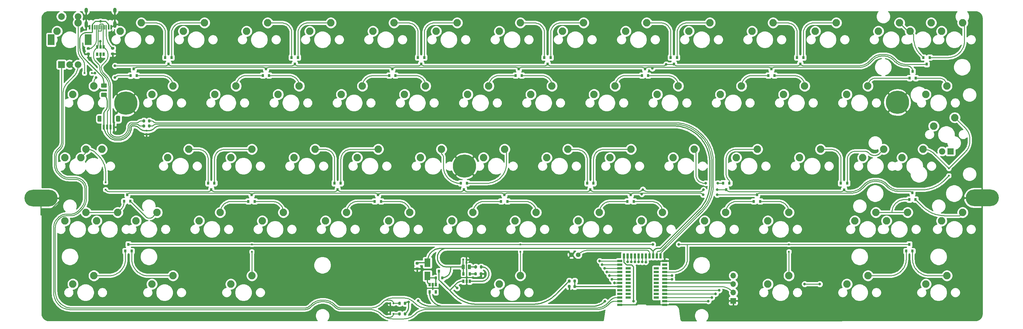
<source format=gbl>
%TF.GenerationSoftware,KiCad,Pcbnew,5.1.10*%
%TF.CreationDate,2021-06-16T22:45:41+02:00*%
%TF.ProjectId,ptm-60nrf,70746d2d-3630-46e7-9266-2e6b69636164,rev?*%
%TF.SameCoordinates,Original*%
%TF.FileFunction,Copper,L2,Bot*%
%TF.FilePolarity,Positive*%
%FSLAX46Y46*%
G04 Gerber Fmt 4.6, Leading zero omitted, Abs format (unit mm)*
G04 Created by KiCad (PCBNEW 5.1.10) date 2021-06-16 22:45:41*
%MOMM*%
%LPD*%
G01*
G04 APERTURE LIST*
%TA.AperFunction,ComponentPad*%
%ADD10C,1.400000*%
%TD*%
%TA.AperFunction,SMDPad,CuDef*%
%ADD11R,0.500000X0.500000*%
%TD*%
%TA.AperFunction,ComponentPad*%
%ADD12R,2.000000X2.000000*%
%TD*%
%TA.AperFunction,ComponentPad*%
%ADD13C,2.000000*%
%TD*%
%TA.AperFunction,ComponentPad*%
%ADD14R,2.000000X3.200000*%
%TD*%
%TA.AperFunction,ComponentPad*%
%ADD15C,2.250000*%
%TD*%
%TA.AperFunction,SMDPad,CuDef*%
%ADD16R,0.800000X0.900000*%
%TD*%
%TA.AperFunction,SMDPad,CuDef*%
%ADD17R,1.800000X2.500000*%
%TD*%
%TA.AperFunction,ComponentPad*%
%ADD18O,1.700000X1.700000*%
%TD*%
%TA.AperFunction,ComponentPad*%
%ADD19R,1.700000X1.700000*%
%TD*%
%TA.AperFunction,ComponentPad*%
%ADD20O,9.999980X5.001260*%
%TD*%
%TA.AperFunction,ComponentPad*%
%ADD21C,7.000240*%
%TD*%
%TA.AperFunction,SMDPad,CuDef*%
%ADD22R,0.650000X1.060000*%
%TD*%
%TA.AperFunction,SMDPad,CuDef*%
%ADD23R,0.600000X1.450000*%
%TD*%
%TA.AperFunction,SMDPad,CuDef*%
%ADD24R,0.300000X1.450000*%
%TD*%
%TA.AperFunction,ComponentPad*%
%ADD25O,1.000000X2.100000*%
%TD*%
%TA.AperFunction,ComponentPad*%
%ADD26O,1.000000X1.600000*%
%TD*%
%TA.AperFunction,ComponentPad*%
%ADD27R,1.905000X1.905000*%
%TD*%
%TA.AperFunction,ComponentPad*%
%ADD28C,1.905000*%
%TD*%
%TA.AperFunction,ComponentPad*%
%ADD29R,1.524000X0.700000*%
%TD*%
%TA.AperFunction,SMDPad,CuDef*%
%ADD30R,1.524000X0.700000*%
%TD*%
%TA.AperFunction,SMDPad,CuDef*%
%ADD31R,0.700000X1.524000*%
%TD*%
%TA.AperFunction,ViaPad*%
%ADD32C,0.800000*%
%TD*%
%TA.AperFunction,Conductor*%
%ADD33C,0.380000*%
%TD*%
%TA.AperFunction,Conductor*%
%ADD34C,0.250000*%
%TD*%
%TA.AperFunction,Conductor*%
%ADD35C,0.254000*%
%TD*%
%TA.AperFunction,Conductor*%
%ADD36C,0.100000*%
%TD*%
G04 APERTURE END LIST*
D10*
%TO.P,Reset1,1*%
%TO.N,GND*%
X179600000Y-92120000D03*
%TO.N,RES*%
X181600000Y-92120000D03*
%TD*%
%TO.P,C4,2*%
%TO.N,GND*%
%TA.AperFunction,SMDPad,CuDef*%
G36*
G01*
X51295000Y-55500000D02*
X51665000Y-55500000D01*
G75*
G02*
X51800000Y-55635000I0J-135000D01*
G01*
X51800000Y-55905000D01*
G75*
G02*
X51665000Y-56040000I-135000J0D01*
G01*
X51295000Y-56040000D01*
G75*
G02*
X51160000Y-55905000I0J135000D01*
G01*
X51160000Y-55635000D01*
G75*
G02*
X51295000Y-55500000I135000J0D01*
G01*
G37*
%TD.AperFunction*%
%TO.P,C4,1*%
%TO.N,VBUS*%
%TA.AperFunction,SMDPad,CuDef*%
G36*
G01*
X51295000Y-54480000D02*
X51665000Y-54480000D01*
G75*
G02*
X51800000Y-54615000I0J-135000D01*
G01*
X51800000Y-54885000D01*
G75*
G02*
X51665000Y-55020000I-135000J0D01*
G01*
X51295000Y-55020000D01*
G75*
G02*
X51160000Y-54885000I0J135000D01*
G01*
X51160000Y-54615000D01*
G75*
G02*
X51295000Y-54480000I135000J0D01*
G01*
G37*
%TD.AperFunction*%
%TD*%
%TO.P,R11,2*%
%TO.N,USB-D-*%
%TA.AperFunction,SMDPad,CuDef*%
G36*
G01*
X51915000Y-53595000D02*
X51915000Y-53045000D01*
G75*
G02*
X52115000Y-52845000I200000J0D01*
G01*
X52515000Y-52845000D01*
G75*
G02*
X52715000Y-53045000I0J-200000D01*
G01*
X52715000Y-53595000D01*
G75*
G02*
X52515000Y-53795000I-200000J0D01*
G01*
X52115000Y-53795000D01*
G75*
G02*
X51915000Y-53595000I0J200000D01*
G01*
G37*
%TD.AperFunction*%
%TO.P,R11,1*%
%TO.N,D-*%
%TA.AperFunction,SMDPad,CuDef*%
G36*
G01*
X50265000Y-53595000D02*
X50265000Y-53045000D01*
G75*
G02*
X50465000Y-52845000I200000J0D01*
G01*
X50865000Y-52845000D01*
G75*
G02*
X51065000Y-53045000I0J-200000D01*
G01*
X51065000Y-53595000D01*
G75*
G02*
X50865000Y-53795000I-200000J0D01*
G01*
X50465000Y-53795000D01*
G75*
G02*
X50265000Y-53595000I0J200000D01*
G01*
G37*
%TD.AperFunction*%
%TD*%
%TO.P,R10,2*%
%TO.N,USB-D+*%
%TA.AperFunction,SMDPad,CuDef*%
G36*
G01*
X51915000Y-52065000D02*
X51915000Y-51515000D01*
G75*
G02*
X52115000Y-51315000I200000J0D01*
G01*
X52515000Y-51315000D01*
G75*
G02*
X52715000Y-51515000I0J-200000D01*
G01*
X52715000Y-52065000D01*
G75*
G02*
X52515000Y-52265000I-200000J0D01*
G01*
X52115000Y-52265000D01*
G75*
G02*
X51915000Y-52065000I0J200000D01*
G01*
G37*
%TD.AperFunction*%
%TO.P,R10,1*%
%TO.N,D+*%
%TA.AperFunction,SMDPad,CuDef*%
G36*
G01*
X50265000Y-52065000D02*
X50265000Y-51515000D01*
G75*
G02*
X50465000Y-51315000I200000J0D01*
G01*
X50865000Y-51315000D01*
G75*
G02*
X51065000Y-51515000I0J-200000D01*
G01*
X51065000Y-52065000D01*
G75*
G02*
X50865000Y-52265000I-200000J0D01*
G01*
X50465000Y-52265000D01*
G75*
G02*
X50265000Y-52065000I0J200000D01*
G01*
G37*
%TD.AperFunction*%
%TD*%
%TO.P,F1,2*%
%TO.N,VBUS*%
%TA.AperFunction,SMDPad,CuDef*%
G36*
G01*
X38005000Y-43305000D02*
X39255000Y-43305000D01*
G75*
G02*
X39505000Y-43555000I0J-250000D01*
G01*
X39505000Y-44305000D01*
G75*
G02*
X39255000Y-44555000I-250000J0D01*
G01*
X38005000Y-44555000D01*
G75*
G02*
X37755000Y-44305000I0J250000D01*
G01*
X37755000Y-43555000D01*
G75*
G02*
X38005000Y-43305000I250000J0D01*
G01*
G37*
%TD.AperFunction*%
%TO.P,F1,1*%
%TO.N,Net-(F1-Pad1)*%
%TA.AperFunction,SMDPad,CuDef*%
G36*
G01*
X38005000Y-40505000D02*
X39255000Y-40505000D01*
G75*
G02*
X39505000Y-40755000I0J-250000D01*
G01*
X39505000Y-41505000D01*
G75*
G02*
X39255000Y-41755000I-250000J0D01*
G01*
X38005000Y-41755000D01*
G75*
G02*
X37755000Y-41505000I0J250000D01*
G01*
X37755000Y-40755000D01*
G75*
G02*
X38005000Y-40505000I250000J0D01*
G01*
G37*
%TD.AperFunction*%
%TD*%
%TO.P,J3,MP*%
%TO.N,N/C*%
%TA.AperFunction,SMDPad,CuDef*%
G36*
G01*
X37910000Y-50479999D02*
X37910000Y-51780001D01*
G75*
G02*
X37660001Y-52030000I-249999J0D01*
G01*
X36959999Y-52030000D01*
G75*
G02*
X36710000Y-51780001I0J249999D01*
G01*
X36710000Y-50479999D01*
G75*
G02*
X36959999Y-50230000I249999J0D01*
G01*
X37660001Y-50230000D01*
G75*
G02*
X37910000Y-50479999I0J-249999D01*
G01*
G37*
%TD.AperFunction*%
%TA.AperFunction,SMDPad,CuDef*%
G36*
G01*
X43510000Y-50479999D02*
X43510000Y-51780001D01*
G75*
G02*
X43260001Y-52030000I-249999J0D01*
G01*
X42559999Y-52030000D01*
G75*
G02*
X42310000Y-51780001I0J249999D01*
G01*
X42310000Y-50479999D01*
G75*
G02*
X42559999Y-50230000I249999J0D01*
G01*
X43260001Y-50230000D01*
G75*
G02*
X43510000Y-50479999I0J-249999D01*
G01*
G37*
%TD.AperFunction*%
%TO.P,J3,4*%
%TO.N,VBUS*%
%TA.AperFunction,SMDPad,CuDef*%
G36*
G01*
X38910000Y-53030000D02*
X38910000Y-54280000D01*
G75*
G02*
X38760000Y-54430000I-150000J0D01*
G01*
X38460000Y-54430000D01*
G75*
G02*
X38310000Y-54280000I0J150000D01*
G01*
X38310000Y-53030000D01*
G75*
G02*
X38460000Y-52880000I150000J0D01*
G01*
X38760000Y-52880000D01*
G75*
G02*
X38910000Y-53030000I0J-150000D01*
G01*
G37*
%TD.AperFunction*%
%TO.P,J3,3*%
%TO.N,D-*%
%TA.AperFunction,SMDPad,CuDef*%
G36*
G01*
X39910000Y-53030000D02*
X39910000Y-54280000D01*
G75*
G02*
X39760000Y-54430000I-150000J0D01*
G01*
X39460000Y-54430000D01*
G75*
G02*
X39310000Y-54280000I0J150000D01*
G01*
X39310000Y-53030000D01*
G75*
G02*
X39460000Y-52880000I150000J0D01*
G01*
X39760000Y-52880000D01*
G75*
G02*
X39910000Y-53030000I0J-150000D01*
G01*
G37*
%TD.AperFunction*%
%TO.P,J3,2*%
%TO.N,D+*%
%TA.AperFunction,SMDPad,CuDef*%
G36*
G01*
X40910000Y-53030000D02*
X40910000Y-54280000D01*
G75*
G02*
X40760000Y-54430000I-150000J0D01*
G01*
X40460000Y-54430000D01*
G75*
G02*
X40310000Y-54280000I0J150000D01*
G01*
X40310000Y-53030000D01*
G75*
G02*
X40460000Y-52880000I150000J0D01*
G01*
X40760000Y-52880000D01*
G75*
G02*
X40910000Y-53030000I0J-150000D01*
G01*
G37*
%TD.AperFunction*%
%TO.P,J3,1*%
%TO.N,GND*%
%TA.AperFunction,SMDPad,CuDef*%
G36*
G01*
X41910000Y-53030000D02*
X41910000Y-54280000D01*
G75*
G02*
X41760000Y-54430000I-150000J0D01*
G01*
X41460000Y-54430000D01*
G75*
G02*
X41310000Y-54280000I0J150000D01*
G01*
X41310000Y-53030000D01*
G75*
G02*
X41460000Y-52880000I150000J0D01*
G01*
X41760000Y-52880000D01*
G75*
G02*
X41910000Y-53030000I0J-150000D01*
G01*
G37*
%TD.AperFunction*%
%TD*%
D11*
%TO.P,D3,2*%
%TO.N,Net-(D3-Pad2)*%
X32750000Y-37380000D03*
%TO.P,D3,1*%
%TO.N,ROW0*%
X34950000Y-37380000D03*
%TD*%
D12*
%TO.P,SW1,A*%
%TO.N,ROTA*%
X25820000Y-34820000D03*
D13*
%TO.P,SW1,C*%
%TO.N,GND*%
X28320000Y-34820000D03*
%TO.P,SW1,B*%
%TO.N,ROTB*%
X30820000Y-34820000D03*
D14*
%TO.P,SW1,MP*%
%TO.N,N/C*%
X22720000Y-27320000D03*
X33920000Y-27320000D03*
D13*
%TO.P,SW1,S2*%
%TO.N,COL0*%
X25820000Y-20320000D03*
%TO.P,SW1,S1*%
%TO.N,Net-(D3-Pad2)*%
X30820000Y-20320000D03*
%TD*%
%TO.P,R9,2*%
%TO.N,VDD*%
%TA.AperFunction,SMDPad,CuDef*%
G36*
G01*
X129015000Y-110225000D02*
X129015000Y-109675000D01*
G75*
G02*
X129215000Y-109475000I200000J0D01*
G01*
X129615000Y-109475000D01*
G75*
G02*
X129815000Y-109675000I0J-200000D01*
G01*
X129815000Y-110225000D01*
G75*
G02*
X129615000Y-110425000I-200000J0D01*
G01*
X129215000Y-110425000D01*
G75*
G02*
X129015000Y-110225000I0J200000D01*
G01*
G37*
%TD.AperFunction*%
%TO.P,R9,1*%
%TO.N,ROTA*%
%TA.AperFunction,SMDPad,CuDef*%
G36*
G01*
X127365000Y-110225000D02*
X127365000Y-109675000D01*
G75*
G02*
X127565000Y-109475000I200000J0D01*
G01*
X127965000Y-109475000D01*
G75*
G02*
X128165000Y-109675000I0J-200000D01*
G01*
X128165000Y-110225000D01*
G75*
G02*
X127965000Y-110425000I-200000J0D01*
G01*
X127565000Y-110425000D01*
G75*
G02*
X127365000Y-110225000I0J200000D01*
G01*
G37*
%TD.AperFunction*%
%TD*%
%TO.P,R8,2*%
%TO.N,VDD*%
%TA.AperFunction,SMDPad,CuDef*%
G36*
G01*
X129015000Y-107025000D02*
X129015000Y-106475000D01*
G75*
G02*
X129215000Y-106275000I200000J0D01*
G01*
X129615000Y-106275000D01*
G75*
G02*
X129815000Y-106475000I0J-200000D01*
G01*
X129815000Y-107025000D01*
G75*
G02*
X129615000Y-107225000I-200000J0D01*
G01*
X129215000Y-107225000D01*
G75*
G02*
X129015000Y-107025000I0J200000D01*
G01*
G37*
%TD.AperFunction*%
%TO.P,R8,1*%
%TO.N,ROTB*%
%TA.AperFunction,SMDPad,CuDef*%
G36*
G01*
X127365000Y-107025000D02*
X127365000Y-106475000D01*
G75*
G02*
X127565000Y-106275000I200000J0D01*
G01*
X127965000Y-106275000D01*
G75*
G02*
X128165000Y-106475000I0J-200000D01*
G01*
X128165000Y-107025000D01*
G75*
G02*
X127965000Y-107225000I-200000J0D01*
G01*
X127565000Y-107225000D01*
G75*
G02*
X127365000Y-107025000I0J200000D01*
G01*
G37*
%TD.AperFunction*%
%TD*%
%TO.P,C3,2*%
%TO.N,ROTA*%
%TA.AperFunction,SMDPad,CuDef*%
G36*
G01*
X125650000Y-110120000D02*
X125650000Y-109780000D01*
G75*
G02*
X125790000Y-109640000I140000J0D01*
G01*
X126070000Y-109640000D01*
G75*
G02*
X126210000Y-109780000I0J-140000D01*
G01*
X126210000Y-110120000D01*
G75*
G02*
X126070000Y-110260000I-140000J0D01*
G01*
X125790000Y-110260000D01*
G75*
G02*
X125650000Y-110120000I0J140000D01*
G01*
G37*
%TD.AperFunction*%
%TO.P,C3,1*%
%TO.N,GND*%
%TA.AperFunction,SMDPad,CuDef*%
G36*
G01*
X124690000Y-110120000D02*
X124690000Y-109780000D01*
G75*
G02*
X124830000Y-109640000I140000J0D01*
G01*
X125110000Y-109640000D01*
G75*
G02*
X125250000Y-109780000I0J-140000D01*
G01*
X125250000Y-110120000D01*
G75*
G02*
X125110000Y-110260000I-140000J0D01*
G01*
X124830000Y-110260000D01*
G75*
G02*
X124690000Y-110120000I0J140000D01*
G01*
G37*
%TD.AperFunction*%
%TD*%
%TO.P,C2,2*%
%TO.N,ROTB*%
%TA.AperFunction,SMDPad,CuDef*%
G36*
G01*
X125650000Y-106920000D02*
X125650000Y-106580000D01*
G75*
G02*
X125790000Y-106440000I140000J0D01*
G01*
X126070000Y-106440000D01*
G75*
G02*
X126210000Y-106580000I0J-140000D01*
G01*
X126210000Y-106920000D01*
G75*
G02*
X126070000Y-107060000I-140000J0D01*
G01*
X125790000Y-107060000D01*
G75*
G02*
X125650000Y-106920000I0J140000D01*
G01*
G37*
%TD.AperFunction*%
%TO.P,C2,1*%
%TO.N,GND*%
%TA.AperFunction,SMDPad,CuDef*%
G36*
G01*
X124690000Y-106920000D02*
X124690000Y-106580000D01*
G75*
G02*
X124830000Y-106440000I140000J0D01*
G01*
X125110000Y-106440000D01*
G75*
G02*
X125250000Y-106580000I0J-140000D01*
G01*
X125250000Y-106920000D01*
G75*
G02*
X125110000Y-107060000I-140000J0D01*
G01*
X124830000Y-107060000D01*
G75*
G02*
X124690000Y-106920000I0J140000D01*
G01*
G37*
%TD.AperFunction*%
%TD*%
%TO.P,C1,2*%
%TO.N,VBUS*%
%TA.AperFunction,SMDPad,CuDef*%
G36*
G01*
X147240000Y-93430000D02*
X147240000Y-93770000D01*
G75*
G02*
X147100000Y-93910000I-140000J0D01*
G01*
X146820000Y-93910000D01*
G75*
G02*
X146680000Y-93770000I0J140000D01*
G01*
X146680000Y-93430000D01*
G75*
G02*
X146820000Y-93290000I140000J0D01*
G01*
X147100000Y-93290000D01*
G75*
G02*
X147240000Y-93430000I0J-140000D01*
G01*
G37*
%TD.AperFunction*%
%TO.P,C1,1*%
%TO.N,GND*%
%TA.AperFunction,SMDPad,CuDef*%
G36*
G01*
X148200000Y-93430000D02*
X148200000Y-93770000D01*
G75*
G02*
X148060000Y-93910000I-140000J0D01*
G01*
X147780000Y-93910000D01*
G75*
G02*
X147640000Y-93770000I0J140000D01*
G01*
X147640000Y-93430000D01*
G75*
G02*
X147780000Y-93290000I140000J0D01*
G01*
X148060000Y-93290000D01*
G75*
G02*
X148200000Y-93430000I0J-140000D01*
G01*
G37*
%TD.AperFunction*%
%TD*%
D15*
%TO.P,MX19,2*%
%TO.N,Net-(D12-Pad2)*%
X78465554Y-41268542D03*
%TO.P,MX19,1*%
%TO.N,COL2*%
X72115554Y-43808542D03*
%TD*%
%TO.P,MX18,2*%
%TO.N,Net-(D11-Pad1)*%
X59436000Y-41275000D03*
%TO.P,MX18,1*%
%TO.N,COL1*%
X53086000Y-43815000D03*
%TD*%
D11*
%TO.P,D36,2*%
%TO.N,Net-(D36-Pad2)*%
X245160000Y-91210000D03*
%TO.P,D36,1*%
%TO.N,ROW4*%
X245160000Y-89010000D03*
%TD*%
%TO.P,D35,2*%
%TO.N,Net-(D35-Pad2)*%
X164220000Y-91220000D03*
%TO.P,D35,1*%
%TO.N,ROW4*%
X164220000Y-89020000D03*
%TD*%
%TO.P,D25,2*%
%TO.N,Net-(D25-Pad2)*%
X293380000Y-66090000D03*
%TO.P,D25,1*%
%TO.N,ROW2*%
X293380000Y-68290000D03*
%TD*%
D16*
%TO.P,D37,3*%
%TO.N,ROW4*%
X281460000Y-89000000D03*
%TO.P,D37,2*%
%TO.N,Net-(D37-Pad2)*%
X280510000Y-91000000D03*
%TO.P,D37,1*%
%TO.N,Net-(D37-Pad1)*%
X282410000Y-91000000D03*
%TD*%
%TO.P,D33,3*%
%TO.N,ROW4*%
X46030000Y-89000000D03*
%TO.P,D33,2*%
%TO.N,Net-(D33-Pad2)*%
X45080000Y-91000000D03*
%TO.P,D33,1*%
%TO.N,Net-(D33-Pad1)*%
X46980000Y-91000000D03*
%TD*%
%TO.P,D32,3*%
%TO.N,ROW3*%
X282380000Y-73470000D03*
%TO.P,D32,2*%
%TO.N,Net-(D32-Pad2)*%
X281430000Y-75470000D03*
%TO.P,D32,1*%
%TO.N,Net-(D32-Pad1)*%
X283330000Y-75470000D03*
%TD*%
%TO.P,D31,3*%
%TO.N,ROW3*%
X235540000Y-74030000D03*
%TO.P,D31,2*%
%TO.N,Net-(D31-Pad2)*%
X234590000Y-76030000D03*
%TO.P,D31,1*%
%TO.N,Net-(D31-Pad1)*%
X236490000Y-76030000D03*
%TD*%
%TO.P,D30,3*%
%TO.N,ROW3*%
X197440000Y-74030000D03*
%TO.P,D30,2*%
%TO.N,Net-(D30-Pad2)*%
X196490000Y-76030000D03*
%TO.P,D30,1*%
%TO.N,Net-(D30-Pad1)*%
X198390000Y-76030000D03*
%TD*%
%TO.P,D29,3*%
%TO.N,ROW3*%
X159340000Y-74030000D03*
%TO.P,D29,2*%
%TO.N,Net-(D29-Pad2)*%
X158390000Y-76030000D03*
%TO.P,D29,1*%
%TO.N,Net-(D29-Pad1)*%
X160290000Y-76030000D03*
%TD*%
%TO.P,D28,3*%
%TO.N,ROW3*%
X121240000Y-74030000D03*
%TO.P,D28,2*%
%TO.N,Net-(D28-Pad2)*%
X120290000Y-76030000D03*
%TO.P,D28,1*%
%TO.N,Net-(D28-Pad1)*%
X122190000Y-76030000D03*
%TD*%
%TO.P,D27,3*%
%TO.N,ROW3*%
X83140000Y-74030000D03*
%TO.P,D27,2*%
%TO.N,Net-(D27-Pad2)*%
X82190000Y-76030000D03*
%TO.P,D27,1*%
%TO.N,Net-(D27-Pad1)*%
X84090000Y-76030000D03*
%TD*%
%TO.P,D26,3*%
%TO.N,ROW3*%
X45650000Y-74010000D03*
%TO.P,D26,2*%
%TO.N,Net-(D26-Pad2)*%
X44700000Y-76010000D03*
%TO.P,D26,1*%
%TO.N,Net-(D26-Pad1)*%
X46600000Y-76010000D03*
%TD*%
%TO.P,D24,3*%
%TO.N,ROW2*%
X261780000Y-72560000D03*
%TO.P,D24,2*%
%TO.N,Net-(D24-Pad2)*%
X262730000Y-70560000D03*
%TO.P,D24,1*%
%TO.N,Net-(D24-Pad1)*%
X260830000Y-70560000D03*
%TD*%
%TO.P,D23,3*%
%TO.N,ROW2*%
X226270000Y-72540000D03*
%TO.P,D23,2*%
%TO.N,Net-(D23-Pad2)*%
X227220000Y-70540000D03*
%TO.P,D23,1*%
%TO.N,Net-(D23-Pad1)*%
X225320000Y-70540000D03*
%TD*%
%TO.P,D22,3*%
%TO.N,ROW2*%
X185290000Y-72550000D03*
%TO.P,D22,2*%
%TO.N,Net-(D22-Pad2)*%
X186240000Y-70550000D03*
%TO.P,D22,1*%
%TO.N,Net-(D22-Pad1)*%
X184340000Y-70550000D03*
%TD*%
%TO.P,D21,3*%
%TO.N,ROW2*%
X147190000Y-72550000D03*
%TO.P,D21,2*%
%TO.N,Net-(D21-Pad2)*%
X148140000Y-70550000D03*
%TO.P,D21,1*%
%TO.N,Net-(D21-Pad1)*%
X146240000Y-70550000D03*
%TD*%
%TO.P,D20,3*%
%TO.N,ROW2*%
X109090000Y-72550000D03*
%TO.P,D20,2*%
%TO.N,Net-(D20-Pad2)*%
X110040000Y-70550000D03*
%TO.P,D20,1*%
%TO.N,Net-(D20-Pad1)*%
X108140000Y-70550000D03*
%TD*%
%TO.P,D19,3*%
%TO.N,ROW2*%
X70990000Y-72550000D03*
%TO.P,D19,2*%
%TO.N,Net-(D19-Pad2)*%
X71940000Y-70550000D03*
%TO.P,D19,1*%
%TO.N,Net-(D19-Pad1)*%
X70040000Y-70550000D03*
%TD*%
%TO.P,D17,3*%
%TO.N,ROW1*%
X282470000Y-36870000D03*
%TO.P,D17,2*%
%TO.N,Net-(D17-Pad2)*%
X281520000Y-38870000D03*
%TO.P,D17,1*%
%TO.N,Net-(D17-Pad1)*%
X283420000Y-38870000D03*
%TD*%
%TO.P,D16,3*%
%TO.N,ROW1*%
X239880000Y-36100000D03*
%TO.P,D16,2*%
%TO.N,Net-(D16-Pad2)*%
X238930000Y-38100000D03*
%TO.P,D16,1*%
%TO.N,Net-(D16-Pad1)*%
X240830000Y-38100000D03*
%TD*%
%TO.P,D15,3*%
%TO.N,ROW1*%
X201780000Y-36100000D03*
%TO.P,D15,2*%
%TO.N,Net-(D15-Pad2)*%
X200830000Y-38100000D03*
%TO.P,D15,1*%
%TO.N,Net-(D15-Pad1)*%
X202730000Y-38100000D03*
%TD*%
%TO.P,D14,3*%
%TO.N,ROW1*%
X163680000Y-36100000D03*
%TO.P,D14,2*%
%TO.N,Net-(D14-Pad2)*%
X162730000Y-38100000D03*
%TO.P,D14,1*%
%TO.N,Net-(D14-Pad1)*%
X164630000Y-38100000D03*
%TD*%
%TO.P,D13,3*%
%TO.N,ROW1*%
X125580000Y-36100000D03*
%TO.P,D13,2*%
%TO.N,Net-(D13-Pad2)*%
X124630000Y-38100000D03*
%TO.P,D13,1*%
%TO.N,Net-(D13-Pad1)*%
X126530000Y-38100000D03*
%TD*%
%TO.P,D12,3*%
%TO.N,ROW1*%
X87480000Y-36100000D03*
%TO.P,D12,2*%
%TO.N,Net-(D12-Pad2)*%
X86530000Y-38100000D03*
%TO.P,D12,1*%
%TO.N,Net-(D12-Pad1)*%
X88430000Y-38100000D03*
%TD*%
%TO.P,D11,3*%
%TO.N,ROW1*%
X47600000Y-36130000D03*
%TO.P,D11,2*%
%TO.N,Net-(D11-Pad2)*%
X46650000Y-38130000D03*
%TO.P,D11,1*%
%TO.N,Net-(D11-Pad1)*%
X48550000Y-38130000D03*
%TD*%
%TO.P,D10,3*%
%TO.N,ROW0*%
X286670000Y-34680000D03*
%TO.P,D10,2*%
%TO.N,Net-(D10-Pad2)*%
X287620000Y-32680000D03*
%TO.P,D10,1*%
%TO.N,Net-(D10-Pad1)*%
X285720000Y-32680000D03*
%TD*%
%TO.P,D9,3*%
%TO.N,ROW0*%
X248570000Y-34680000D03*
%TO.P,D9,2*%
%TO.N,Net-(D9-Pad2)*%
X249520000Y-32680000D03*
%TO.P,D9,1*%
%TO.N,Net-(D9-Pad1)*%
X247620000Y-32680000D03*
%TD*%
%TO.P,D8,3*%
%TO.N,ROW0*%
X210470000Y-34680000D03*
%TO.P,D8,2*%
%TO.N,Net-(D8-Pad2)*%
X211420000Y-32680000D03*
%TO.P,D8,1*%
%TO.N,Net-(D8-Pad1)*%
X209520000Y-32680000D03*
%TD*%
%TO.P,D7,3*%
%TO.N,ROW0*%
X172370000Y-34680000D03*
%TO.P,D7,2*%
%TO.N,Net-(D7-Pad2)*%
X173320000Y-32680000D03*
%TO.P,D7,1*%
%TO.N,Net-(D7-Pad1)*%
X171420000Y-32680000D03*
%TD*%
%TO.P,D6,3*%
%TO.N,ROW0*%
X134270000Y-34680000D03*
%TO.P,D6,2*%
%TO.N,Net-(D6-Pad2)*%
X135220000Y-32680000D03*
%TO.P,D6,1*%
%TO.N,Net-(D6-Pad1)*%
X133320000Y-32680000D03*
%TD*%
%TO.P,D5,3*%
%TO.N,ROW0*%
X96170000Y-34680000D03*
%TO.P,D5,2*%
%TO.N,Net-(D5-Pad2)*%
X97120000Y-32680000D03*
%TO.P,D5,1*%
%TO.N,Net-(D5-Pad1)*%
X95220000Y-32680000D03*
%TD*%
%TO.P,D4,3*%
%TO.N,ROW0*%
X58070000Y-34680000D03*
%TO.P,D4,2*%
%TO.N,Net-(D4-Pad2)*%
X59020000Y-32680000D03*
%TO.P,D4,1*%
%TO.N,Net-(D4-Pad1)*%
X57120000Y-32680000D03*
%TD*%
D11*
%TO.P,D34,2*%
%TO.N,Net-(D34-Pad2)*%
X83230000Y-91220000D03*
%TO.P,D34,1*%
%TO.N,ROW4*%
X83230000Y-89020000D03*
%TD*%
%TO.P,D18,2*%
%TO.N,Net-(D18-Pad2)*%
X39110000Y-70300000D03*
%TO.P,D18,1*%
%TO.N,ROW2*%
X39110000Y-72500000D03*
%TD*%
D17*
%TO.P,D2,2*%
%TO.N,VBUS*%
X136144000Y-94520000D03*
%TO.P,D2,1*%
%TO.N,Net-(D2-Pad1)*%
X136144000Y-98520000D03*
%TD*%
D15*
%TO.P,MX56,2*%
%TO.N,Net-(D30-Pad2)*%
X188003054Y-79368542D03*
%TO.P,MX56,1*%
%TO.N,COL8*%
X181653054Y-81908542D03*
%TD*%
D18*
%TO.P,J4,4*%
%TO.N,VDD*%
X228375000Y-98395000D03*
%TO.P,J4,3*%
%TO.N,/SWDCLK*%
X228375000Y-100935000D03*
%TO.P,J4,2*%
%TO.N,Net-(J4-Pad2)*%
X228375000Y-103475000D03*
D19*
%TO.P,J4,1*%
%TO.N,GND*%
X228375000Y-106015000D03*
%TD*%
D20*
%TO.P,HOLE,1*%
%TO.N,GND*%
X303440000Y-75000000D03*
%TD*%
D21*
%TO.P,HOLE,1*%
%TO.N,GND*%
X277860000Y-46210000D03*
%TD*%
%TO.P,HOLE,1*%
%TO.N,GND*%
X147360000Y-65380000D03*
%TD*%
%TO.P,HOLE,1*%
%TO.N,GND*%
X45220000Y-46460000D03*
%TD*%
D20*
%TO.P,HOLE,1*%
%TO.N,GND*%
X19650000Y-75070000D03*
%TD*%
%TO.P,R7,2*%
%TO.N,GND*%
%TA.AperFunction,SMDPad,CuDef*%
G36*
G01*
X179325000Y-101425000D02*
X179325000Y-101975000D01*
G75*
G02*
X179125000Y-102175000I-200000J0D01*
G01*
X178725000Y-102175000D01*
G75*
G02*
X178525000Y-101975000I0J200000D01*
G01*
X178525000Y-101425000D01*
G75*
G02*
X178725000Y-101225000I200000J0D01*
G01*
X179125000Y-101225000D01*
G75*
G02*
X179325000Y-101425000I0J-200000D01*
G01*
G37*
%TD.AperFunction*%
%TO.P,R7,1*%
%TO.N,/VSENSE*%
%TA.AperFunction,SMDPad,CuDef*%
G36*
G01*
X180975000Y-101425000D02*
X180975000Y-101975000D01*
G75*
G02*
X180775000Y-102175000I-200000J0D01*
G01*
X180375000Y-102175000D01*
G75*
G02*
X180175000Y-101975000I0J200000D01*
G01*
X180175000Y-101425000D01*
G75*
G02*
X180375000Y-101225000I200000J0D01*
G01*
X180775000Y-101225000D01*
G75*
G02*
X180975000Y-101425000I0J-200000D01*
G01*
G37*
%TD.AperFunction*%
%TD*%
%TO.P,R6,2*%
%TO.N,/VSENSE*%
%TA.AperFunction,SMDPad,CuDef*%
G36*
G01*
X180175000Y-100325000D02*
X180175000Y-99775000D01*
G75*
G02*
X180375000Y-99575000I200000J0D01*
G01*
X180775000Y-99575000D01*
G75*
G02*
X180975000Y-99775000I0J-200000D01*
G01*
X180975000Y-100325000D01*
G75*
G02*
X180775000Y-100525000I-200000J0D01*
G01*
X180375000Y-100525000D01*
G75*
G02*
X180175000Y-100325000I0J200000D01*
G01*
G37*
%TD.AperFunction*%
%TO.P,R6,1*%
%TO.N,VBAT*%
%TA.AperFunction,SMDPad,CuDef*%
G36*
G01*
X178525000Y-100325000D02*
X178525000Y-99775000D01*
G75*
G02*
X178725000Y-99575000I200000J0D01*
G01*
X179125000Y-99575000D01*
G75*
G02*
X179325000Y-99775000I0J-200000D01*
G01*
X179325000Y-100325000D01*
G75*
G02*
X179125000Y-100525000I-200000J0D01*
G01*
X178725000Y-100525000D01*
G75*
G02*
X178525000Y-100325000I0J200000D01*
G01*
G37*
%TD.AperFunction*%
%TD*%
%TO.P,R5,2*%
%TO.N,GND*%
%TA.AperFunction,SMDPad,CuDef*%
G36*
G01*
X33658000Y-31223000D02*
X34208000Y-31223000D01*
G75*
G02*
X34408000Y-31423000I0J-200000D01*
G01*
X34408000Y-31823000D01*
G75*
G02*
X34208000Y-32023000I-200000J0D01*
G01*
X33658000Y-32023000D01*
G75*
G02*
X33458000Y-31823000I0J200000D01*
G01*
X33458000Y-31423000D01*
G75*
G02*
X33658000Y-31223000I200000J0D01*
G01*
G37*
%TD.AperFunction*%
%TO.P,R5,1*%
%TO.N,Net-(J1-PadA5)*%
%TA.AperFunction,SMDPad,CuDef*%
G36*
G01*
X33658000Y-29573000D02*
X34208000Y-29573000D01*
G75*
G02*
X34408000Y-29773000I0J-200000D01*
G01*
X34408000Y-30173000D01*
G75*
G02*
X34208000Y-30373000I-200000J0D01*
G01*
X33658000Y-30373000D01*
G75*
G02*
X33458000Y-30173000I0J200000D01*
G01*
X33458000Y-29773000D01*
G75*
G02*
X33658000Y-29573000I200000J0D01*
G01*
G37*
%TD.AperFunction*%
%TD*%
%TO.P,R4,2*%
%TO.N,GND*%
%TA.AperFunction,SMDPad,CuDef*%
G36*
G01*
X40985000Y-31155000D02*
X41535000Y-31155000D01*
G75*
G02*
X41735000Y-31355000I0J-200000D01*
G01*
X41735000Y-31755000D01*
G75*
G02*
X41535000Y-31955000I-200000J0D01*
G01*
X40985000Y-31955000D01*
G75*
G02*
X40785000Y-31755000I0J200000D01*
G01*
X40785000Y-31355000D01*
G75*
G02*
X40985000Y-31155000I200000J0D01*
G01*
G37*
%TD.AperFunction*%
%TO.P,R4,1*%
%TO.N,Net-(J1-PadB5)*%
%TA.AperFunction,SMDPad,CuDef*%
G36*
G01*
X40985000Y-29505000D02*
X41535000Y-29505000D01*
G75*
G02*
X41735000Y-29705000I0J-200000D01*
G01*
X41735000Y-30105000D01*
G75*
G02*
X41535000Y-30305000I-200000J0D01*
G01*
X40985000Y-30305000D01*
G75*
G02*
X40785000Y-30105000I0J200000D01*
G01*
X40785000Y-29705000D01*
G75*
G02*
X40985000Y-29505000I200000J0D01*
G01*
G37*
%TD.AperFunction*%
%TD*%
%TO.P,R3,2*%
%TO.N,GND*%
%TA.AperFunction,SMDPad,CuDef*%
G36*
G01*
X132821000Y-95929000D02*
X133371000Y-95929000D01*
G75*
G02*
X133571000Y-96129000I0J-200000D01*
G01*
X133571000Y-96529000D01*
G75*
G02*
X133371000Y-96729000I-200000J0D01*
G01*
X132821000Y-96729000D01*
G75*
G02*
X132621000Y-96529000I0J200000D01*
G01*
X132621000Y-96129000D01*
G75*
G02*
X132821000Y-95929000I200000J0D01*
G01*
G37*
%TD.AperFunction*%
%TO.P,R3,1*%
%TO.N,VBUS*%
%TA.AperFunction,SMDPad,CuDef*%
G36*
G01*
X132821000Y-94279000D02*
X133371000Y-94279000D01*
G75*
G02*
X133571000Y-94479000I0J-200000D01*
G01*
X133571000Y-94879000D01*
G75*
G02*
X133371000Y-95079000I-200000J0D01*
G01*
X132821000Y-95079000D01*
G75*
G02*
X132621000Y-94879000I0J200000D01*
G01*
X132621000Y-94479000D01*
G75*
G02*
X132821000Y-94279000I200000J0D01*
G01*
G37*
%TD.AperFunction*%
%TD*%
%TO.P,R2,2*%
%TO.N,Net-(R2-Pad2)*%
%TA.AperFunction,SMDPad,CuDef*%
G36*
G01*
X151095000Y-97615000D02*
X151095000Y-98165000D01*
G75*
G02*
X150895000Y-98365000I-200000J0D01*
G01*
X150495000Y-98365000D01*
G75*
G02*
X150295000Y-98165000I0J200000D01*
G01*
X150295000Y-97615000D01*
G75*
G02*
X150495000Y-97415000I200000J0D01*
G01*
X150895000Y-97415000D01*
G75*
G02*
X151095000Y-97615000I0J-200000D01*
G01*
G37*
%TD.AperFunction*%
%TO.P,R2,1*%
%TO.N,GND*%
%TA.AperFunction,SMDPad,CuDef*%
G36*
G01*
X152745000Y-97615000D02*
X152745000Y-98165000D01*
G75*
G02*
X152545000Y-98365000I-200000J0D01*
G01*
X152145000Y-98365000D01*
G75*
G02*
X151945000Y-98165000I0J200000D01*
G01*
X151945000Y-97615000D01*
G75*
G02*
X152145000Y-97415000I200000J0D01*
G01*
X152545000Y-97415000D01*
G75*
G02*
X152745000Y-97615000I0J-200000D01*
G01*
G37*
%TD.AperFunction*%
%TD*%
%TO.P,R1,2*%
%TO.N,Net-(R1-Pad2)*%
%TA.AperFunction,SMDPad,CuDef*%
G36*
G01*
X151975000Y-96075000D02*
X151975000Y-95525000D01*
G75*
G02*
X152175000Y-95325000I200000J0D01*
G01*
X152575000Y-95325000D01*
G75*
G02*
X152775000Y-95525000I0J-200000D01*
G01*
X152775000Y-96075000D01*
G75*
G02*
X152575000Y-96275000I-200000J0D01*
G01*
X152175000Y-96275000D01*
G75*
G02*
X151975000Y-96075000I0J200000D01*
G01*
G37*
%TD.AperFunction*%
%TO.P,R1,1*%
%TO.N,Net-(D1-Pad1)*%
%TA.AperFunction,SMDPad,CuDef*%
G36*
G01*
X150325000Y-96075000D02*
X150325000Y-95525000D01*
G75*
G02*
X150525000Y-95325000I200000J0D01*
G01*
X150925000Y-95325000D01*
G75*
G02*
X151125000Y-95525000I0J-200000D01*
G01*
X151125000Y-96075000D01*
G75*
G02*
X150925000Y-96275000I-200000J0D01*
G01*
X150525000Y-96275000D01*
G75*
G02*
X150325000Y-96075000I0J200000D01*
G01*
G37*
%TD.AperFunction*%
%TD*%
D22*
%TO.P,U4,5*%
%TO.N,VB*%
X37590000Y-29500000D03*
%TO.P,U4,6*%
%TO.N,D+*%
X38540000Y-29500000D03*
%TO.P,U4,4*%
%TO.N,D-*%
X36640000Y-29500000D03*
%TO.P,U4,3*%
%TO.N,Net-(U4-Pad3)*%
X36640000Y-31700000D03*
%TO.P,U4,2*%
%TO.N,GND*%
X37590000Y-31700000D03*
%TO.P,U4,1*%
%TO.N,Net-(U4-Pad1)*%
X38540000Y-31700000D03*
%TD*%
%TO.P,U2,5*%
%TO.N,VDD*%
X136810000Y-103330000D03*
%TO.P,U2,4*%
%TO.N,Net-(U2-Pad4)*%
X138710000Y-103330000D03*
%TO.P,U2,3*%
%TO.N,Net-(D2-Pad1)*%
X138710000Y-101130000D03*
%TO.P,U2,2*%
%TO.N,GND*%
X137760000Y-101130000D03*
%TO.P,U2,1*%
%TO.N,Net-(D2-Pad1)*%
X136810000Y-101130000D03*
%TD*%
%TO.P,U1,5*%
%TO.N,Net-(R2-Pad2)*%
X148930000Y-97900000D03*
%TO.P,U1,4*%
%TO.N,VBUS*%
X147030000Y-97900000D03*
%TO.P,U1,3*%
%TO.N,VBAT*%
X147030000Y-100100000D03*
%TO.P,U1,2*%
%TO.N,GND*%
X147980000Y-100100000D03*
%TO.P,U1,1*%
%TO.N,Net-(R1-Pad2)*%
X148930000Y-100100000D03*
%TD*%
D16*
%TO.P,Q1,3*%
%TO.N,VBAT*%
X139680000Y-97070000D03*
%TO.P,Q1,2*%
%TO.N,Net-(D2-Pad1)*%
X138730000Y-99070000D03*
%TO.P,Q1,1*%
%TO.N,VBUS*%
X140630000Y-99070000D03*
%TD*%
D23*
%TO.P,J1,B1*%
%TO.N,GND*%
X40842000Y-23603000D03*
%TO.P,J1,A9*%
%TO.N,Net-(F1-Pad1)*%
X40042000Y-23603000D03*
%TO.P,J1,B9*%
X35142000Y-23603000D03*
%TO.P,J1,B12*%
%TO.N,GND*%
X34342000Y-23603000D03*
%TO.P,J1,A1*%
X34342000Y-23603000D03*
%TO.P,J1,A4*%
%TO.N,Net-(F1-Pad1)*%
X35142000Y-23603000D03*
%TO.P,J1,B4*%
X40042000Y-23603000D03*
%TO.P,J1,A12*%
%TO.N,GND*%
X40842000Y-23603000D03*
D24*
%TO.P,J1,B8*%
%TO.N,Net-(J1-PadB8)*%
X35842000Y-23603000D03*
%TO.P,J1,A5*%
%TO.N,Net-(J1-PadA5)*%
X36342000Y-23603000D03*
%TO.P,J1,B7*%
%TO.N,D-*%
X36842000Y-23603000D03*
%TO.P,J1,A7*%
X37842000Y-23603000D03*
%TO.P,J1,B6*%
%TO.N,D+*%
X38342000Y-23603000D03*
%TO.P,J1,A8*%
%TO.N,Net-(J1-PadA8)*%
X38842000Y-23603000D03*
%TO.P,J1,B5*%
%TO.N,Net-(J1-PadB5)*%
X39342000Y-23603000D03*
%TO.P,J1,A6*%
%TO.N,D+*%
X37342000Y-23603000D03*
D25*
%TO.P,J1,S1*%
%TO.N,GND*%
X41912000Y-22688000D03*
X33272000Y-22688000D03*
D26*
X33272000Y-18508000D03*
X41912000Y-18508000D03*
%TD*%
%TO.P,D1,2*%
%TO.N,VBUS*%
%TA.AperFunction,SMDPad,CuDef*%
G36*
G01*
X147440000Y-95343750D02*
X147440000Y-96256250D01*
G75*
G02*
X147196250Y-96500000I-243750J0D01*
G01*
X146708750Y-96500000D01*
G75*
G02*
X146465000Y-96256250I0J243750D01*
G01*
X146465000Y-95343750D01*
G75*
G02*
X146708750Y-95100000I243750J0D01*
G01*
X147196250Y-95100000D01*
G75*
G02*
X147440000Y-95343750I0J-243750D01*
G01*
G37*
%TD.AperFunction*%
%TO.P,D1,1*%
%TO.N,Net-(D1-Pad1)*%
%TA.AperFunction,SMDPad,CuDef*%
G36*
G01*
X149315000Y-95343750D02*
X149315000Y-96256250D01*
G75*
G02*
X149071250Y-96500000I-243750J0D01*
G01*
X148583750Y-96500000D01*
G75*
G02*
X148340000Y-96256250I0J243750D01*
G01*
X148340000Y-95343750D01*
G75*
G02*
X148583750Y-95100000I243750J0D01*
G01*
X149071250Y-95100000D01*
G75*
G02*
X149315000Y-95343750I0J-243750D01*
G01*
G37*
%TD.AperFunction*%
%TD*%
D15*
%TO.P,MX68,2*%
%TO.N,Net-(D37-Pad2)*%
X268986000Y-98425000D03*
%TO.P,MX68,1*%
%TO.N,COL13*%
X262636000Y-100965000D03*
%TD*%
%TO.P,MX43,2*%
%TO.N,Net-(D24-Pad1)*%
X254678054Y-60318542D03*
%TO.P,MX43,1*%
%TO.N,COL11*%
X248328054Y-62858542D03*
%TD*%
%TO.P,MX39,2*%
%TO.N,Net-(D22-Pad1)*%
X178478054Y-60318542D03*
%TO.P,MX39,1*%
%TO.N,COL7*%
X172128054Y-62858542D03*
%TD*%
%TO.P,MX35,2*%
%TO.N,Net-(D20-Pad1)*%
X102278054Y-60318542D03*
%TO.P,MX35,1*%
%TO.N,COL3*%
X95928054Y-62858542D03*
%TD*%
%TO.P,MX50,2*%
%TO.N,Net-(D27-Pad2)*%
X73703054Y-79368542D03*
%TO.P,MX50,1*%
%TO.N,COL2*%
X67353054Y-81908542D03*
%TD*%
%TO.P,MX28,2*%
%TO.N,Net-(D16-Pad1)*%
X249915554Y-41268542D03*
%TO.P,MX28,1*%
%TO.N,COL11*%
X243565554Y-43808542D03*
%TD*%
%TO.P,MX55,2*%
%TO.N,Net-(D29-Pad1)*%
X168953054Y-79368542D03*
%TO.P,MX55,1*%
%TO.N,COL7*%
X162603054Y-81908542D03*
%TD*%
%TO.P,MX22,2*%
%TO.N,Net-(D13-Pad1)*%
X135615554Y-41268542D03*
%TO.P,MX22,1*%
%TO.N,COL5*%
X129265554Y-43808542D03*
%TD*%
%TO.P,MX53,2*%
%TO.N,Net-(D28-Pad1)*%
X130853054Y-79368542D03*
%TO.P,MX53,1*%
%TO.N,COL5*%
X124503054Y-81908542D03*
%TD*%
%TO.P,MX38,2*%
%TO.N,Net-(D21-Pad2)*%
X159428054Y-60318542D03*
%TO.P,MX38,1*%
%TO.N,COL6*%
X153078054Y-62858542D03*
%TD*%
%TO.P,MX66,2*%
%TO.N,Net-(D35-Pad2)*%
X164211000Y-98425000D03*
%TO.P,MX66,1*%
%TO.N,COL6*%
X157861000Y-100965000D03*
%TD*%
D27*
%TO.P,MX46,4*%
%TO.N,N/C*%
X293883054Y-60953542D03*
D28*
%TO.P,MX46,3*%
X291343054Y-60953542D03*
D15*
%TO.P,MX46,1*%
%TO.N,COL13*%
X288803054Y-53333542D03*
%TO.P,MX46,2*%
%TO.N,Net-(D25-Pad2)*%
X295153054Y-50793542D03*
%TD*%
%TO.P,MX48,2*%
%TO.N,Net-(D26-Pad2)*%
X42799250Y-79374500D03*
%TO.P,MX48,1*%
%TO.N,COL0*%
X36449250Y-81914500D03*
%TD*%
%TO.P,MX47,2*%
%TO.N,Net-(D26-Pad2)*%
X33249250Y-79374500D03*
%TO.P,MX47,1*%
%TO.N,COL0*%
X26899250Y-81914500D03*
%TD*%
%TO.P,MX69,2*%
%TO.N,Net-(D37-Pad1)*%
X292799500Y-98425000D03*
%TO.P,MX69,1*%
%TO.N,COL14*%
X286449500Y-100965000D03*
%TD*%
%TO.P,MX67,2*%
%TO.N,Net-(D36-Pad2)*%
X245172500Y-98425000D03*
%TO.P,MX67,1*%
%TO.N,COL12*%
X238822500Y-100965000D03*
%TD*%
%TO.P,MX65,2*%
%TO.N,Net-(D34-Pad2)*%
X83247500Y-98424500D03*
%TO.P,MX65,1*%
%TO.N,COL2*%
X76897500Y-100964500D03*
%TD*%
%TO.P,MX64,2*%
%TO.N,Net-(D33-Pad1)*%
X59436000Y-98425000D03*
%TO.P,MX64,1*%
%TO.N,COL1*%
X53086000Y-100965000D03*
%TD*%
%TO.P,MX63,2*%
%TO.N,Net-(D33-Pad2)*%
X35624250Y-98424500D03*
%TO.P,MX63,1*%
%TO.N,COL0*%
X29274250Y-100964500D03*
%TD*%
%TO.P,MX62,2*%
%TO.N,Net-(D32-Pad1)*%
X297561000Y-79375000D03*
%TO.P,MX62,1*%
%TO.N,COL14*%
X291211000Y-81915000D03*
%TD*%
%TO.P,MX61,2*%
%TO.N,Net-(D32-Pad2)*%
X280924000Y-79375000D03*
%TO.P,MX61,1*%
%TO.N,COL12*%
X274574000Y-81915000D03*
%TD*%
%TO.P,MX60,2*%
%TO.N,Net-(D32-Pad2)*%
X271399000Y-79375000D03*
%TO.P,MX60,1*%
%TO.N,COL12*%
X265049000Y-81915000D03*
%TD*%
%TO.P,MX59,2*%
%TO.N,Net-(D31-Pad1)*%
X245153054Y-79368542D03*
%TO.P,MX59,1*%
%TO.N,COL11*%
X238803054Y-81908542D03*
%TD*%
%TO.P,MX58,2*%
%TO.N,Net-(D31-Pad2)*%
X226103054Y-79368542D03*
%TO.P,MX58,1*%
%TO.N,COL10*%
X219753054Y-81908542D03*
%TD*%
%TO.P,MX57,2*%
%TO.N,Net-(D30-Pad1)*%
X207053054Y-79368542D03*
%TO.P,MX57,1*%
%TO.N,COL9*%
X200703054Y-81908542D03*
%TD*%
%TO.P,MX54,2*%
%TO.N,Net-(D29-Pad2)*%
X149903054Y-79368542D03*
%TO.P,MX54,1*%
%TO.N,COL6*%
X143553054Y-81908542D03*
%TD*%
%TO.P,MX52,2*%
%TO.N,Net-(D28-Pad2)*%
X111803054Y-79368542D03*
%TO.P,MX52,1*%
%TO.N,COL4*%
X105453054Y-81908542D03*
%TD*%
%TO.P,MX51,2*%
%TO.N,Net-(D27-Pad1)*%
X92753054Y-79368542D03*
%TO.P,MX51,1*%
%TO.N,COL3*%
X86403054Y-81908542D03*
%TD*%
%TO.P,MX49,2*%
%TO.N,Net-(D26-Pad1)*%
X54673500Y-79375000D03*
%TO.P,MX49,1*%
%TO.N,COL1*%
X48323500Y-81915000D03*
%TD*%
%TO.P,MX45,2*%
%TO.N,Net-(D25-Pad2)*%
X285603054Y-60318542D03*
%TO.P,MX45,1*%
%TO.N,COL13*%
X279253054Y-62858542D03*
%TD*%
%TO.P,MX44,2*%
%TO.N,Net-(D24-Pad2)*%
X273728054Y-60318542D03*
%TO.P,MX44,1*%
%TO.N,COL12*%
X267378054Y-62858542D03*
%TD*%
%TO.P,MX42,2*%
%TO.N,Net-(D23-Pad2)*%
X235628054Y-60318542D03*
%TO.P,MX42,1*%
%TO.N,COL10*%
X229278054Y-62858542D03*
%TD*%
%TO.P,MX41,2*%
%TO.N,Net-(D23-Pad1)*%
X216578054Y-60318542D03*
%TO.P,MX41,1*%
%TO.N,COL9*%
X210228054Y-62858542D03*
%TD*%
%TO.P,MX40,2*%
%TO.N,Net-(D22-Pad2)*%
X197528054Y-60318542D03*
%TO.P,MX40,1*%
%TO.N,COL8*%
X191178054Y-62858542D03*
%TD*%
%TO.P,MX37,2*%
%TO.N,Net-(D21-Pad1)*%
X140378054Y-60318542D03*
%TO.P,MX37,1*%
%TO.N,COL5*%
X134028054Y-62858542D03*
%TD*%
%TO.P,MX36,2*%
%TO.N,Net-(D20-Pad2)*%
X121328054Y-60318542D03*
%TO.P,MX36,1*%
%TO.N,COL4*%
X114978054Y-62858542D03*
%TD*%
%TO.P,MX34,2*%
%TO.N,Net-(D19-Pad2)*%
X83228054Y-60318542D03*
%TO.P,MX34,1*%
%TO.N,COL2*%
X76878054Y-62858542D03*
%TD*%
%TO.P,MX33,2*%
%TO.N,Net-(D19-Pad1)*%
X64198500Y-60325000D03*
%TO.P,MX33,1*%
%TO.N,COL1*%
X57848500Y-62865000D03*
%TD*%
%TO.P,MX32,2*%
%TO.N,COL0*%
X38018000Y-60324500D03*
%TO.P,MX32,1*%
%TO.N,Net-(D18-Pad2)*%
X31668000Y-62864500D03*
%TD*%
%TO.P,MX31,2*%
%TO.N,Net-(D18-Pad2)*%
X33249250Y-60324500D03*
%TO.P,MX31,1*%
%TO.N,COL0*%
X26899250Y-62864500D03*
%TD*%
%TO.P,MX30,2*%
%TO.N,Net-(D17-Pad1)*%
X292765554Y-41268542D03*
%TO.P,MX30,1*%
%TO.N,COL14*%
X286415554Y-43808542D03*
%TD*%
%TO.P,MX29,2*%
%TO.N,Net-(D17-Pad2)*%
X268965554Y-41268542D03*
%TO.P,MX29,1*%
%TO.N,COL12*%
X262615554Y-43808542D03*
%TD*%
%TO.P,MX27,2*%
%TO.N,Net-(D16-Pad2)*%
X230865554Y-41268542D03*
%TO.P,MX27,1*%
%TO.N,COL10*%
X224515554Y-43808542D03*
%TD*%
%TO.P,MX26,2*%
%TO.N,Net-(D15-Pad1)*%
X211815554Y-41268542D03*
%TO.P,MX26,1*%
%TO.N,COL9*%
X205465554Y-43808542D03*
%TD*%
%TO.P,MX25,2*%
%TO.N,Net-(D15-Pad2)*%
X192765554Y-41268542D03*
%TO.P,MX25,1*%
%TO.N,COL8*%
X186415554Y-43808542D03*
%TD*%
%TO.P,MX24,2*%
%TO.N,Net-(D14-Pad1)*%
X173715554Y-41268542D03*
%TO.P,MX24,1*%
%TO.N,COL7*%
X167365554Y-43808542D03*
%TD*%
%TO.P,MX23,2*%
%TO.N,Net-(D14-Pad2)*%
X154665554Y-41268542D03*
%TO.P,MX23,1*%
%TO.N,COL6*%
X148315554Y-43808542D03*
%TD*%
%TO.P,MX21,2*%
%TO.N,Net-(D13-Pad2)*%
X116565554Y-41268542D03*
%TO.P,MX21,1*%
%TO.N,COL4*%
X110215554Y-43808542D03*
%TD*%
%TO.P,MX20,2*%
%TO.N,Net-(D12-Pad1)*%
X97515554Y-41268542D03*
%TO.P,MX20,1*%
%TO.N,COL3*%
X91165554Y-43808542D03*
%TD*%
%TO.P,MX17,2*%
%TO.N,Net-(D11-Pad2)*%
X35624250Y-41274500D03*
%TO.P,MX17,1*%
%TO.N,COL0*%
X29274250Y-43814500D03*
%TD*%
%TO.P,MX16,2*%
%TO.N,Net-(D10-Pad2)*%
X297561000Y-22225000D03*
%TO.P,MX16,1*%
%TO.N,COL14*%
X291211000Y-24765000D03*
%TD*%
%TO.P,MX15,2*%
%TO.N,COL13*%
X288036000Y-22225000D03*
%TO.P,MX15,1*%
%TO.N,Net-(D10-Pad1)*%
X281686000Y-24765000D03*
%TD*%
%TO.P,MX14,2*%
%TO.N,Net-(D10-Pad1)*%
X278511000Y-22225000D03*
%TO.P,MX14,1*%
%TO.N,COL13*%
X272161000Y-24765000D03*
%TD*%
%TO.P,MX13,2*%
%TO.N,Net-(D9-Pad2)*%
X259461000Y-22225000D03*
%TO.P,MX13,1*%
%TO.N,COL12*%
X253111000Y-24765000D03*
%TD*%
%TO.P,MX12,2*%
%TO.N,Net-(D9-Pad1)*%
X240411000Y-22225000D03*
%TO.P,MX12,1*%
%TO.N,COL11*%
X234061000Y-24765000D03*
%TD*%
%TO.P,MX11,2*%
%TO.N,Net-(D8-Pad2)*%
X221361000Y-22225000D03*
%TO.P,MX11,1*%
%TO.N,COL10*%
X215011000Y-24765000D03*
%TD*%
%TO.P,MX10,2*%
%TO.N,Net-(D8-Pad1)*%
X202311000Y-22225000D03*
%TO.P,MX10,1*%
%TO.N,COL9*%
X195961000Y-24765000D03*
%TD*%
%TO.P,MX9,2*%
%TO.N,Net-(D7-Pad2)*%
X183261000Y-22225000D03*
%TO.P,MX9,1*%
%TO.N,COL8*%
X176911000Y-24765000D03*
%TD*%
%TO.P,MX8,2*%
%TO.N,Net-(D7-Pad1)*%
X164211000Y-22225000D03*
%TO.P,MX8,1*%
%TO.N,COL7*%
X157861000Y-24765000D03*
%TD*%
%TO.P,MX7,2*%
%TO.N,Net-(D6-Pad2)*%
X145161000Y-22225000D03*
%TO.P,MX7,1*%
%TO.N,COL6*%
X138811000Y-24765000D03*
%TD*%
%TO.P,MX6,2*%
%TO.N,Net-(D6-Pad1)*%
X126111000Y-22225000D03*
%TO.P,MX6,1*%
%TO.N,COL5*%
X119761000Y-24765000D03*
%TD*%
%TO.P,MX5,2*%
%TO.N,Net-(D5-Pad2)*%
X107061000Y-22225000D03*
%TO.P,MX5,1*%
%TO.N,COL4*%
X100711000Y-24765000D03*
%TD*%
%TO.P,MX4,2*%
%TO.N,Net-(D5-Pad1)*%
X88011000Y-22225000D03*
%TO.P,MX4,1*%
%TO.N,COL3*%
X81661000Y-24765000D03*
%TD*%
%TO.P,MX3,2*%
%TO.N,Net-(D4-Pad2)*%
X68961000Y-22225000D03*
%TO.P,MX3,1*%
%TO.N,COL2*%
X62611000Y-24765000D03*
%TD*%
%TO.P,MX2,2*%
%TO.N,Net-(D4-Pad1)*%
X49911000Y-22225000D03*
%TO.P,MX2,1*%
%TO.N,COL1*%
X43561000Y-24765000D03*
%TD*%
%TO.P,MX1,2*%
%TO.N,Net-(D3-Pad2)*%
X30861000Y-22225000D03*
%TO.P,MX1,1*%
%TO.N,COL0*%
X24511000Y-24765000D03*
%TD*%
D29*
%TO.P,U3,55*%
%TO.N,Net-(U3-Pad55)*%
X205175000Y-96200000D03*
%TO.P,U3,54*%
%TO.N,Net-(U3-Pad54)*%
X205175000Y-97300000D03*
%TO.P,U3,53*%
%TO.N,Net-(U3-Pad53)*%
X205175000Y-98400000D03*
%TO.P,U3,52*%
%TO.N,Net-(U3-Pad52)*%
X205175000Y-99500000D03*
%TO.P,U3,51*%
%TO.N,Net-(U3-Pad51)*%
X205175000Y-100600000D03*
%TO.P,U3,50*%
%TO.N,Net-(U3-Pad50)*%
X205175000Y-101700000D03*
%TO.P,U3,49*%
%TO.N,Net-(U3-Pad49)*%
X205175000Y-102800000D03*
%TO.P,U3,48*%
%TO.N,Net-(U3-Pad48)*%
X205175000Y-103900000D03*
%TO.P,U3,47*%
%TO.N,Net-(U3-Pad47)*%
X205175000Y-105000000D03*
%TO.P,U3,46*%
%TO.N,Net-(U3-Pad46)*%
X196675000Y-96200000D03*
%TO.P,U3,45*%
%TO.N,Net-(U3-Pad45)*%
X196675000Y-97300000D03*
%TO.P,U3,44*%
%TO.N,N/C*%
X196675000Y-98400000D03*
%TO.P,U3,43*%
%TO.N,Net-(U3-Pad43)*%
X196675000Y-99500000D03*
%TO.P,U3,42*%
%TO.N,Net-(U3-Pad42)*%
X196675000Y-100600000D03*
%TO.P,U3,41*%
%TO.N,Net-(U3-Pad41)*%
X196675000Y-101700000D03*
%TO.P,U3,40*%
%TO.N,Net-(U3-Pad40)*%
X196675000Y-102800000D03*
%TO.P,U3,39*%
%TO.N,Net-(U3-Pad39)*%
X196675000Y-103900000D03*
%TO.P,U3,38*%
%TO.N,Net-(U3-Pad38)*%
X196675000Y-105000000D03*
D30*
%TO.P,U3,37*%
%TO.N,GND*%
X207675000Y-107200000D03*
%TO.P,U3,36*%
%TO.N,COL14*%
X207675000Y-106100000D03*
%TO.P,U3,35*%
%TO.N,COL13*%
X207675000Y-105000000D03*
%TO.P,U3,34*%
%TO.N,COL12*%
X207675000Y-103900000D03*
%TO.P,U3,33*%
%TO.N,COL11*%
X207675000Y-102800000D03*
%TO.P,U3,32*%
%TO.N,Net-(J4-Pad2)*%
X207675000Y-101700000D03*
%TO.P,U3,31*%
%TO.N,/SWDCLK*%
X207675000Y-100600000D03*
%TO.P,U3,30*%
%TO.N,COL10*%
X207675000Y-99500000D03*
%TO.P,U3,29*%
%TO.N,COL9*%
X207675000Y-98400000D03*
%TO.P,U3,28*%
%TO.N,ROW4*%
X207675000Y-97300000D03*
%TO.P,U3,27*%
%TO.N,Net-(U3-Pad27)*%
X207675000Y-96200000D03*
%TO.P,U3,26*%
%TO.N,Net-(U3-Pad26)*%
X207675000Y-95100000D03*
%TO.P,U3,25*%
%TO.N,GND*%
X207675000Y-94000000D03*
D31*
%TO.P,U3,24*%
%TO.N,USB-D+*%
X206425000Y-92500000D03*
%TO.P,U3,23*%
%TO.N,USB-D-*%
X205325000Y-92500000D03*
%TO.P,U3,22*%
%TO.N,VBUS*%
X204225000Y-92500000D03*
%TO.P,U3,21*%
%TO.N,RES*%
X203125000Y-92500000D03*
%TO.P,U3,20*%
%TO.N,ROW0*%
X202025000Y-92500000D03*
%TO.P,U3,19*%
%TO.N,ROW1*%
X200925000Y-92500000D03*
%TO.P,U3,18*%
%TO.N,ROW2*%
X199825000Y-92500000D03*
%TO.P,U3,17*%
%TO.N,ROW3*%
X198725000Y-92500000D03*
%TO.P,U3,16*%
%TO.N,COL8*%
X197625000Y-92500000D03*
%TO.P,U3,15*%
%TO.N,COL7*%
X196525000Y-92500000D03*
%TO.P,U3,14*%
%TO.N,VDD*%
X195425000Y-92500000D03*
D30*
%TO.P,U3,13*%
%TO.N,COL6*%
X194175000Y-94000000D03*
%TO.P,U3,12*%
%TO.N,COL5*%
X194175000Y-95100000D03*
%TO.P,U3,11*%
%TO.N,COL4*%
X194175000Y-96200000D03*
%TO.P,U3,10*%
%TO.N,COL3*%
X194175000Y-97300000D03*
%TO.P,U3,9*%
%TO.N,COL2*%
X194175000Y-98400000D03*
%TO.P,U3,8*%
%TO.N,COL1*%
X194175000Y-99500000D03*
%TO.P,U3,7*%
%TO.N,COL0*%
X194175000Y-100600000D03*
%TO.P,U3,6*%
%TO.N,/VSENSE*%
X194175000Y-101700000D03*
%TO.P,U3,5*%
%TO.N,Net-(U3-Pad5)*%
X194175000Y-102800000D03*
%TO.P,U3,4*%
%TO.N,Net-(U3-Pad4)*%
X194175000Y-103900000D03*
%TO.P,U3,3*%
%TO.N,ROTB*%
X194175000Y-105000000D03*
%TO.P,U3,2*%
%TO.N,ROTA*%
X194175000Y-106100000D03*
%TO.P,U3,1*%
%TO.N,GND*%
X194175000Y-107200000D03*
%TD*%
D32*
%TO.N,Net-(F1-Pad1)*%
X37570000Y-27830000D03*
X37590000Y-21800000D03*
%TO.N,GND*%
X37600000Y-33320000D03*
X118770000Y-81280000D03*
X80620000Y-81350000D03*
X40520000Y-67930000D03*
X287400000Y-50660000D03*
X282320000Y-57150000D03*
X188025000Y-109825000D03*
X213675000Y-109600000D03*
X185140000Y-96830000D03*
X214020000Y-70730000D03*
X168990000Y-100180000D03*
X147320000Y-60960000D03*
X34314000Y-33274000D03*
X207518000Y-85090000D03*
X209718000Y-93972000D03*
X205178000Y-94552000D03*
X140230000Y-101820000D03*
X135250000Y-102200000D03*
X144108000Y-98572000D03*
X133098000Y-98332000D03*
X40910000Y-33290000D03*
X143540000Y-68630000D03*
X35520000Y-62590000D03*
X291490000Y-58810000D03*
X218410000Y-67430000D03*
X278710000Y-37140000D03*
X266490000Y-96020000D03*
X178380000Y-104030000D03*
X123590000Y-109730000D03*
X131060000Y-110020000D03*
X23070000Y-20190000D03*
X24700000Y-53320000D03*
X28300000Y-72830000D03*
%TO.N,ROW0*%
X208170000Y-34740000D03*
X202000000Y-94325000D03*
X41970000Y-35170000D03*
X35960000Y-37400000D03*
%TO.N,Net-(D11-Pad2)*%
X36300000Y-38730000D03*
X41950000Y-38720000D03*
%TO.N,ROW1*%
X200925000Y-94300000D03*
X203987347Y-35967347D03*
%TO.N,ROW2*%
X201130000Y-72470000D03*
X199825000Y-94275000D03*
X219410000Y-72540000D03*
X223530000Y-72540000D03*
%TO.N,ROW3*%
X198725000Y-94275000D03*
X200799980Y-73840000D03*
X219300000Y-74040000D03*
X223540000Y-74040000D03*
%TO.N,ROW4*%
X204170000Y-89000000D03*
X211940000Y-88990000D03*
%TO.N,VBAT*%
X145130000Y-102180000D03*
%TO.N,COL0*%
X192525000Y-100600000D03*
%TO.N,COL1*%
X191775000Y-99500000D03*
%TO.N,COL2*%
X191050000Y-98400000D03*
%TO.N,COL3*%
X190300000Y-97300000D03*
%TO.N,COL4*%
X189550000Y-96200000D03*
%TO.N,COL5*%
X188825000Y-95100000D03*
%TO.N,COL6*%
X188100000Y-94000000D03*
%TO.N,COL7*%
X196525000Y-94275000D03*
%TO.N,COL8*%
X197625000Y-94275000D03*
%TO.N,COL9*%
X209925000Y-98400000D03*
%TO.N,COL10*%
X209925000Y-99500000D03*
%TO.N,COL11*%
X224160000Y-102800000D03*
%TO.N,COL12*%
X223060000Y-103900000D03*
X249910000Y-100960000D03*
X254440000Y-100960000D03*
%TO.N,COL13*%
X221950000Y-105000000D03*
%TO.N,COL14*%
X220860000Y-106100000D03*
%TO.N,VDD*%
X198352005Y-106157995D03*
X189702005Y-106157995D03*
X133340000Y-105990000D03*
X130498097Y-106375020D03*
%TO.N,Net-(D23-Pad1)*%
X220050000Y-70540000D03*
X223720000Y-70540000D03*
%TD*%
D33*
%TO.N,VBUS*%
X136215020Y-94448980D02*
X136144000Y-94520000D01*
X133255000Y-94520000D02*
X133096000Y-94679000D01*
X136144000Y-94520000D02*
X133255000Y-94520000D01*
%TO.N,Net-(F1-Pad1)*%
X37570000Y-29507000D02*
X37570000Y-27830000D01*
X36067998Y-21800000D02*
X35301999Y-22565999D01*
X37590000Y-21800000D02*
X36067998Y-21800000D01*
X39116002Y-21800000D02*
X39882001Y-22565999D01*
X37590000Y-21800000D02*
X39116002Y-21800000D01*
%TO.N,VBUS*%
X146932500Y-95800000D02*
X143160000Y-95800000D01*
X146940000Y-95787500D02*
X146952500Y-95800000D01*
X146940000Y-93570000D02*
X146940000Y-95787500D01*
X147030000Y-95877500D02*
X146952500Y-95800000D01*
X147030000Y-97900000D02*
X147030000Y-95877500D01*
%TO.N,Net-(F1-Pad1)*%
X35142000Y-23048000D02*
X35140000Y-23046000D01*
X35142000Y-23603000D02*
X35142000Y-23048000D01*
X35140000Y-22778202D02*
X35327101Y-22591101D01*
X35140000Y-23046000D02*
X35140000Y-22778202D01*
X40042000Y-22776202D02*
X39856899Y-22591101D01*
X40042000Y-23603000D02*
X40042000Y-22776202D01*
%TO.N,VBUS*%
X204225000Y-91785998D02*
X204225000Y-92500000D01*
X204225000Y-92500000D02*
X204225000Y-91068656D01*
X142250000Y-90180000D02*
X142253020Y-90176980D01*
X154063960Y-90180000D02*
X154066980Y-90176980D01*
X141990000Y-95800000D02*
X143160000Y-95800000D01*
X141990000Y-95800000D02*
X141714571Y-95786469D01*
X141714571Y-95786469D02*
X141441796Y-95746006D01*
X141441796Y-95746006D02*
X141174300Y-95679002D01*
X141174300Y-95679002D02*
X140914659Y-95586101D01*
X140914659Y-95586101D02*
X140665375Y-95468198D01*
X140665375Y-95468198D02*
X140428847Y-95326429D01*
X140428847Y-95326429D02*
X140207354Y-95162159D01*
X140207354Y-95162159D02*
X140003029Y-94976970D01*
X140003029Y-94976970D02*
X139817840Y-94772645D01*
X139817840Y-94772645D02*
X139653570Y-94551152D01*
X139653570Y-94551152D02*
X139511801Y-94314624D01*
X139511801Y-94314624D02*
X139393898Y-94065340D01*
X139393898Y-94065340D02*
X139300997Y-93805699D01*
X139300997Y-93805699D02*
X139233993Y-93538203D01*
X139233993Y-93538203D02*
X139193530Y-93265428D01*
X139193530Y-93265428D02*
X139180000Y-92990000D01*
X141990000Y-90180000D02*
X154063960Y-90180000D01*
X141990000Y-90180000D02*
X141714571Y-90193530D01*
X141714571Y-90193530D02*
X141441796Y-90233993D01*
X141441796Y-90233993D02*
X141174300Y-90300997D01*
X141174300Y-90300997D02*
X140914659Y-90393898D01*
X140914659Y-90393898D02*
X140665375Y-90511801D01*
X140665375Y-90511801D02*
X140428847Y-90653570D01*
X140428847Y-90653570D02*
X140207354Y-90817840D01*
X140207354Y-90817840D02*
X140003029Y-91003029D01*
X140003029Y-91003029D02*
X139817840Y-91207354D01*
X139817840Y-91207354D02*
X139653570Y-91428847D01*
X139653570Y-91428847D02*
X139511801Y-91665375D01*
X139511801Y-91665375D02*
X139393898Y-91914659D01*
X139393898Y-91914659D02*
X139300997Y-92174300D01*
X139300997Y-92174300D02*
X139233993Y-92441796D01*
X139233993Y-92441796D02*
X139193530Y-92714571D01*
X139193530Y-92714571D02*
X139180000Y-92990000D01*
X139180000Y-92990000D02*
X139180000Y-92990000D01*
X136210000Y-94454000D02*
X136144000Y-94520000D01*
X140210000Y-90180000D02*
X141990000Y-90180000D01*
X140210000Y-90180000D02*
X139817931Y-90199261D01*
X139817931Y-90199261D02*
X139429638Y-90256858D01*
X139429638Y-90256858D02*
X139048861Y-90352238D01*
X139048861Y-90352238D02*
X138679266Y-90484481D01*
X138679266Y-90484481D02*
X138324413Y-90652314D01*
X138324413Y-90652314D02*
X137987719Y-90854121D01*
X137987719Y-90854121D02*
X137672426Y-91087958D01*
X137672426Y-91087958D02*
X137381572Y-91351572D01*
X137381572Y-91351572D02*
X137117958Y-91642426D01*
X137117958Y-91642426D02*
X136884121Y-91957719D01*
X136884121Y-91957719D02*
X136682314Y-92294413D01*
X136682314Y-92294413D02*
X136514481Y-92649266D01*
X136514481Y-92649266D02*
X136382238Y-93018861D01*
X136382238Y-93018861D02*
X136286858Y-93399638D01*
X136286858Y-93399638D02*
X136229261Y-93787931D01*
X136229261Y-93787931D02*
X136210000Y-94180000D01*
X136210000Y-94180000D02*
X136210000Y-94454000D01*
X140650000Y-99050000D02*
X140630000Y-99070000D01*
X143160000Y-96550000D02*
X143160000Y-95800000D01*
X143160000Y-96550000D02*
X143147961Y-96795042D01*
X143147961Y-96795042D02*
X143111963Y-97037725D01*
X143111963Y-97037725D02*
X143052350Y-97275711D01*
X143052350Y-97275711D02*
X142969698Y-97506708D01*
X142969698Y-97506708D02*
X142864803Y-97728491D01*
X142864803Y-97728491D02*
X142738674Y-97938925D01*
X142738674Y-97938925D02*
X142592526Y-98135983D01*
X142592526Y-98135983D02*
X142427766Y-98317766D01*
X142427766Y-98317766D02*
X142245983Y-98482526D01*
X142245983Y-98482526D02*
X142048925Y-98628674D01*
X142048925Y-98628674D02*
X141838491Y-98754803D01*
X141838491Y-98754803D02*
X141616708Y-98859698D01*
X141616708Y-98859698D02*
X141385711Y-98942350D01*
X141385711Y-98942350D02*
X141147725Y-99001963D01*
X141147725Y-99001963D02*
X140905042Y-99037961D01*
X140905042Y-99037961D02*
X140660000Y-99050000D01*
X140660000Y-99050000D02*
X140650000Y-99050000D01*
X203686877Y-90530533D02*
X204225000Y-91068656D01*
X203686877Y-90530533D02*
X203643966Y-90489679D01*
X203643966Y-90489679D02*
X203599103Y-90450980D01*
X203599103Y-90450980D02*
X203552395Y-90414529D01*
X203552395Y-90414529D02*
X203503955Y-90380414D01*
X203503955Y-90380414D02*
X203453900Y-90348716D01*
X203453900Y-90348716D02*
X203402349Y-90319513D01*
X203402349Y-90319513D02*
X203349428Y-90292875D01*
X203349428Y-90292875D02*
X203295263Y-90268865D01*
X203295263Y-90268865D02*
X203239985Y-90247542D01*
X203239985Y-90247542D02*
X203183728Y-90228957D01*
X203183728Y-90228957D02*
X203126626Y-90213155D01*
X203126626Y-90213155D02*
X203068818Y-90200174D01*
X203068818Y-90200174D02*
X203010443Y-90190045D01*
X203010443Y-90190045D02*
X202951641Y-90182792D01*
X202951641Y-90182792D02*
X202892553Y-90178433D01*
X202892553Y-90178433D02*
X202833324Y-90176980D01*
X202833324Y-90176980D02*
X154066980Y-90176980D01*
X39155025Y-48525718D02*
X39266398Y-48402835D01*
X39266398Y-48402835D02*
X39365191Y-48269628D01*
X39365191Y-48269628D02*
X39450452Y-48127380D01*
X39450452Y-48127380D02*
X39521359Y-47977459D01*
X39521359Y-47977459D02*
X39577231Y-47821310D01*
X39577231Y-47821310D02*
X39617527Y-47660436D01*
X39617527Y-47660436D02*
X39641862Y-47496387D01*
X39641862Y-47496387D02*
X39650000Y-47330744D01*
X38610000Y-49820744D02*
X38610000Y-51365000D01*
X38610000Y-49820744D02*
X38616889Y-49662934D01*
X38616889Y-49662934D02*
X38637507Y-49506325D01*
X38637507Y-49506325D02*
X38671695Y-49352110D01*
X38671695Y-49352110D02*
X38719195Y-49201461D01*
X38719195Y-49201461D02*
X38779643Y-49055525D01*
X38779643Y-49055525D02*
X38852581Y-48915413D01*
X38852581Y-48915413D02*
X38937452Y-48782191D01*
X38937452Y-48782191D02*
X39033612Y-48656873D01*
X39033612Y-48656873D02*
X39140329Y-48540413D01*
X39140329Y-48540413D02*
X39155025Y-48525718D01*
X40700480Y-57071757D02*
X40820614Y-57147831D01*
X41334010Y-57390649D02*
X41469028Y-57435253D01*
X42026038Y-57546049D02*
X42167848Y-57556510D01*
X40364454Y-56809520D02*
X40472125Y-56902398D01*
X40944336Y-57217919D02*
X41071348Y-57281851D01*
X38864025Y-54723983D02*
X38940787Y-54922983D01*
X40261471Y-56711471D02*
X40364454Y-56809520D01*
X39027222Y-55117976D02*
X39123120Y-55308494D01*
X40584224Y-56989880D02*
X40700480Y-57071757D01*
X39882792Y-56332792D02*
X40261471Y-56711471D01*
X39596402Y-56016809D02*
X39735718Y-56178315D01*
X38610000Y-53260000D02*
X38615234Y-53473227D01*
X39465178Y-55848661D02*
X39596402Y-56016809D01*
X38693499Y-54107781D02*
X38740231Y-54315890D01*
X38630925Y-53685941D02*
X38657034Y-53897629D01*
X38615234Y-53473227D02*
X38630925Y-53685941D01*
X38740231Y-54315890D02*
X38797119Y-54521456D01*
X41469028Y-57435253D02*
X41606072Y-57473178D01*
X38610000Y-51365000D02*
X38610000Y-53260000D01*
X41201343Y-57339474D02*
X41334010Y-57390649D01*
X40820614Y-57147831D02*
X40944336Y-57217919D01*
X38797119Y-54521456D02*
X38864025Y-54723983D01*
X39342362Y-55674277D02*
X39465178Y-55848661D01*
X42167848Y-57556510D02*
X42310000Y-57560000D01*
X39123120Y-55308494D02*
X39228252Y-55494076D01*
X41606072Y-57473178D02*
X41744812Y-57504333D01*
X41744812Y-57504333D02*
X41884913Y-57528643D01*
X39735718Y-56178315D02*
X39882792Y-56332792D01*
X41884913Y-57528643D02*
X42026038Y-57546049D01*
X41071348Y-57281851D02*
X41201343Y-57339474D01*
X38657034Y-53897629D02*
X38693499Y-54107781D01*
X38940787Y-54922983D02*
X39027222Y-55117976D01*
X40472125Y-56902398D02*
X40584224Y-56989880D01*
X39228252Y-55494076D02*
X39342362Y-55674277D01*
X46880000Y-53760000D02*
X46861701Y-54132465D01*
X46861701Y-54132465D02*
X46806984Y-54501343D01*
X46806984Y-54501343D02*
X46716373Y-54863081D01*
X46716373Y-54863081D02*
X46590742Y-55214197D01*
X46590742Y-55214197D02*
X46431300Y-55551307D01*
X46431300Y-55551307D02*
X46239584Y-55871166D01*
X46239584Y-55871166D02*
X46017439Y-56170694D01*
X46017439Y-56170694D02*
X45767005Y-56447005D01*
X45767005Y-56447005D02*
X45490694Y-56697439D01*
X45490694Y-56697439D02*
X45191166Y-56919584D01*
X45191166Y-56919584D02*
X44871307Y-57111300D01*
X44871307Y-57111300D02*
X44534197Y-57270742D01*
X44534197Y-57270742D02*
X44183081Y-57396373D01*
X44183081Y-57396373D02*
X43821343Y-57486984D01*
X43821343Y-57486984D02*
X43452465Y-57541701D01*
X43452465Y-57541701D02*
X43080000Y-57560000D01*
X43080000Y-57560000D02*
X42310000Y-57560000D01*
X47280000Y-53289020D02*
X47210540Y-53295096D01*
X47210540Y-53295096D02*
X47143191Y-53313142D01*
X47143191Y-53313142D02*
X47080000Y-53342609D01*
X47080000Y-53342609D02*
X47022884Y-53382602D01*
X47022884Y-53382602D02*
X46973582Y-53431904D01*
X46973582Y-53431904D02*
X46933589Y-53489020D01*
X46933589Y-53489020D02*
X46904122Y-53552211D01*
X46904122Y-53552211D02*
X46886076Y-53619560D01*
X46886076Y-53619560D02*
X46880000Y-53689020D01*
X46880000Y-53689020D02*
X46880000Y-53760000D01*
X204701446Y-90578553D02*
X204225000Y-91055000D01*
X205204595Y-90276977D02*
X205148337Y-90295562D01*
X205377880Y-90238064D02*
X205319504Y-90248193D01*
X205555000Y-90225000D02*
X205495770Y-90226453D01*
X206125000Y-90225000D02*
X205555000Y-90225000D01*
X206160537Y-90224126D02*
X206125000Y-90225000D01*
X206231271Y-90217160D02*
X206195990Y-90221511D01*
X206266296Y-90211082D02*
X206231271Y-90217160D01*
X206300981Y-90203293D02*
X206266296Y-90211082D01*
X206368997Y-90182661D02*
X206335242Y-90193812D01*
X206434662Y-90155462D02*
X206402163Y-90169867D01*
X206497346Y-90121957D02*
X206466415Y-90139478D01*
X206527379Y-90102938D02*
X206497346Y-90121957D01*
X206556443Y-90082469D02*
X206527379Y-90102938D01*
X206584468Y-90060598D02*
X206556443Y-90082469D01*
X219489092Y-58204306D02*
X219774369Y-58654807D01*
X218853993Y-77722023D02*
X218505702Y-78125789D01*
X205148337Y-90295562D02*
X205093059Y-90316885D01*
X219182054Y-57768345D02*
X219489092Y-58204306D01*
X206611385Y-90037379D02*
X206584468Y-90060598D01*
X218853994Y-57347975D02*
X219182054Y-57768345D01*
X218505702Y-56944209D02*
X218853994Y-57347975D01*
X214028977Y-53924082D02*
X214526477Y-54115989D01*
X204985973Y-90367533D02*
X204934422Y-90396736D01*
X206466415Y-90139478D02*
X206434662Y-90155462D01*
X213522661Y-53756818D02*
X214028977Y-53924082D01*
X215954211Y-54834650D02*
X216404712Y-55119927D01*
X214526477Y-54115989D02*
X215013961Y-54332076D01*
X220037197Y-59118763D02*
X220276943Y-59595057D01*
X215490255Y-54571822D02*
X215954211Y-54834650D01*
X217664809Y-56103316D02*
X218051000Y-56471000D01*
X219489091Y-76865692D02*
X219182053Y-77301653D01*
X211963094Y-53406605D02*
X212488473Y-53497767D01*
X220276942Y-75474941D02*
X220037196Y-75951235D01*
X204744355Y-90537699D02*
X204701446Y-90578553D01*
X206335242Y-90193812D02*
X206300981Y-90203293D01*
X210369020Y-53289020D02*
X210902089Y-53302105D01*
X205261696Y-90261175D02*
X205204595Y-90276977D01*
X220994420Y-61600272D02*
X221111252Y-62120546D01*
X220493030Y-60082541D02*
X220684936Y-60580041D01*
X211433874Y-53341332D02*
X211963094Y-53406605D01*
X204835926Y-90462548D02*
X204789218Y-90499000D01*
X221111251Y-72949453D02*
X220994420Y-73469727D01*
X212488473Y-53497767D02*
X213008747Y-53614598D01*
X216404712Y-55119927D02*
X216840673Y-55426965D01*
X218138019Y-56558019D02*
X218505702Y-56944209D01*
X221267686Y-71894854D02*
X221202413Y-72424074D01*
X219774369Y-58654807D02*
X220037197Y-59118763D01*
X204934422Y-90396736D02*
X204884366Y-90428433D01*
X220276943Y-59595057D02*
X220493030Y-60082541D01*
X216840673Y-55426965D02*
X217261043Y-55755025D01*
X220684936Y-60580041D02*
X220852201Y-61086358D01*
X215013961Y-54332076D02*
X215490255Y-54571822D01*
X221202414Y-62645925D02*
X221267687Y-63175145D01*
X217261043Y-55755025D02*
X217664809Y-56103316D01*
X220852201Y-61086358D02*
X220994420Y-61600272D01*
X221267687Y-63175145D02*
X221306913Y-63706930D01*
X205038894Y-90340894D02*
X204985973Y-90367533D01*
X206637132Y-90012867D02*
X206611385Y-90037379D01*
X205093059Y-90316885D02*
X205038894Y-90340894D01*
X221111252Y-62120546D02*
X221202414Y-62645925D01*
X218051000Y-56471000D02*
X218138019Y-56558019D01*
X221306913Y-63706930D02*
X221320000Y-64240000D01*
X220684936Y-74489958D02*
X220493029Y-74987457D01*
X206195990Y-90221511D02*
X206160537Y-90224126D01*
X221320000Y-64240000D02*
X221320000Y-70830000D01*
X206402163Y-90169867D02*
X206368997Y-90182661D01*
X221320000Y-70830000D02*
X221306913Y-71363069D01*
X204789218Y-90499000D02*
X204744355Y-90537699D01*
X221306913Y-71363069D02*
X221267686Y-71894854D01*
X205319504Y-90248193D02*
X205261696Y-90261175D01*
X210902089Y-53302105D02*
X211433874Y-53341332D01*
X219182053Y-77301653D02*
X218853993Y-77722023D01*
X204884366Y-90428433D02*
X204835926Y-90462548D01*
X221202413Y-72424074D02*
X221111251Y-72949453D01*
X213008747Y-53614598D02*
X213522661Y-53756818D01*
X220852201Y-73983641D02*
X220684936Y-74489958D01*
X220493029Y-74987457D02*
X220276942Y-75474941D01*
X220037196Y-75951235D02*
X219774368Y-76415191D01*
X219774368Y-76415191D02*
X219489091Y-76865692D01*
X205495770Y-90226453D02*
X205436682Y-90230812D01*
X220994420Y-73469727D02*
X220852201Y-73983641D01*
X218505702Y-78125789D02*
X218138019Y-78511980D01*
X205436682Y-90230812D02*
X205377880Y-90238064D01*
X218138019Y-78511980D02*
X206637132Y-90012867D01*
X49337106Y-53996126D02*
X49251285Y-53914418D01*
X49251285Y-53914418D02*
X49161560Y-53837020D01*
X49161560Y-53837020D02*
X49068144Y-53764118D01*
X49068144Y-53764118D02*
X48971264Y-53695887D01*
X48971264Y-53695887D02*
X48871153Y-53632492D01*
X48871153Y-53632492D02*
X48768051Y-53574086D01*
X48768051Y-53574086D02*
X48662208Y-53520809D01*
X48662208Y-53520809D02*
X48553879Y-53472790D01*
X48553879Y-53472790D02*
X48443323Y-53430144D01*
X48443323Y-53430144D02*
X48330808Y-53392974D01*
X48330808Y-53392974D02*
X48216605Y-53361370D01*
X48216605Y-53361370D02*
X48100989Y-53335407D01*
X48100989Y-53335407D02*
X47984238Y-53315149D01*
X47984238Y-53315149D02*
X47866634Y-53300644D01*
X47866634Y-53300644D02*
X47748459Y-53291927D01*
X47748459Y-53291927D02*
X47630000Y-53289020D01*
X47630000Y-53289020D02*
X47260980Y-53289020D01*
X51090980Y-54750000D02*
X50972520Y-54747091D01*
X50972520Y-54747091D02*
X50854345Y-54738374D01*
X50854345Y-54738374D02*
X50736741Y-54723869D01*
X50736741Y-54723869D02*
X50619990Y-54703611D01*
X50619990Y-54703611D02*
X50504373Y-54677649D01*
X50504373Y-54677649D02*
X50390170Y-54646044D01*
X50390170Y-54646044D02*
X50277655Y-54608874D01*
X50277655Y-54608874D02*
X50167100Y-54566228D01*
X50167100Y-54566228D02*
X50058770Y-54518209D01*
X50058770Y-54518209D02*
X49952927Y-54464932D01*
X49952927Y-54464932D02*
X49849825Y-54406526D01*
X49849825Y-54406526D02*
X49749714Y-54343131D01*
X49749714Y-54343131D02*
X49652834Y-54274900D01*
X49652834Y-54274900D02*
X49559418Y-54201998D01*
X49559418Y-54201998D02*
X49469692Y-54124600D01*
X49469692Y-54124600D02*
X49383873Y-54042893D01*
X49383873Y-54042893D02*
X49337106Y-53996126D01*
X53807106Y-54042893D02*
X53721285Y-54124600D01*
X53721285Y-54124600D02*
X53631560Y-54201998D01*
X53631560Y-54201998D02*
X53538144Y-54274900D01*
X53538144Y-54274900D02*
X53441264Y-54343131D01*
X53441264Y-54343131D02*
X53341153Y-54406526D01*
X53341153Y-54406526D02*
X53238051Y-54464932D01*
X53238051Y-54464932D02*
X53132208Y-54518209D01*
X53132208Y-54518209D02*
X53023879Y-54566228D01*
X53023879Y-54566228D02*
X52913323Y-54608874D01*
X52913323Y-54608874D02*
X52800808Y-54646044D01*
X52800808Y-54646044D02*
X52686605Y-54677648D01*
X52686605Y-54677648D02*
X52570989Y-54703611D01*
X52570989Y-54703611D02*
X52454238Y-54723869D01*
X52454238Y-54723869D02*
X52336634Y-54738374D01*
X52336634Y-54738374D02*
X52218459Y-54747091D01*
X52218459Y-54747091D02*
X52100000Y-54750000D01*
X52100000Y-54750000D02*
X51090980Y-54750000D01*
X55560980Y-53289020D02*
X210369020Y-53289020D01*
X55560980Y-53289020D02*
X55442520Y-53291927D01*
X55442520Y-53291927D02*
X55324345Y-53300644D01*
X55324345Y-53300644D02*
X55206741Y-53315149D01*
X55206741Y-53315149D02*
X55089989Y-53335407D01*
X55089989Y-53335407D02*
X54974373Y-53361370D01*
X54974373Y-53361370D02*
X54860170Y-53392974D01*
X54860170Y-53392974D02*
X54747655Y-53430144D01*
X54747655Y-53430144D02*
X54637099Y-53472790D01*
X54637099Y-53472790D02*
X54528769Y-53520809D01*
X54528769Y-53520809D02*
X54422926Y-53574086D01*
X54422926Y-53574086D02*
X54319825Y-53632492D01*
X54319825Y-53632492D02*
X54219713Y-53695887D01*
X54219713Y-53695887D02*
X54122833Y-53764117D01*
X54122833Y-53764117D02*
X54029417Y-53837020D01*
X54029417Y-53837020D02*
X53939691Y-53914418D01*
X53939691Y-53914418D02*
X53853872Y-53996126D01*
X53853872Y-53996126D02*
X53807106Y-54042893D01*
X38934755Y-44234755D02*
X38630000Y-43930000D01*
X38934755Y-44234755D02*
X39093860Y-44410300D01*
X39093860Y-44410300D02*
X39234993Y-44600596D01*
X39234993Y-44600596D02*
X39356794Y-44803809D01*
X39356794Y-44803809D02*
X39458090Y-45017982D01*
X39458090Y-45017982D02*
X39537906Y-45241052D01*
X39537906Y-45241052D02*
X39595473Y-45470872D01*
X39595473Y-45470872D02*
X39630236Y-45705227D01*
X39630236Y-45705227D02*
X39641862Y-45941862D01*
X39641862Y-45941862D02*
X39641862Y-47496387D01*
%TO.N,GND*%
X34187000Y-23603000D02*
X33272000Y-22688000D01*
X34342000Y-23603000D02*
X34187000Y-23603000D01*
X33272000Y-22529798D02*
X33272000Y-22688000D01*
X41912000Y-22688000D02*
X41718000Y-22688000D01*
X37600000Y-31723000D02*
X37616000Y-31707000D01*
X37600000Y-33320000D02*
X37600000Y-31723000D01*
X41420000Y-31565000D02*
X41426000Y-31559000D01*
X137760000Y-102040000D02*
X137600000Y-102200000D01*
X137760000Y-101130000D02*
X137760000Y-102040000D01*
X137600000Y-102200000D02*
X135250000Y-102200000D01*
X194175000Y-107200000D02*
X199325000Y-107200000D01*
X199325000Y-107200000D02*
X200375000Y-106150000D01*
X202325000Y-107200000D02*
X207675000Y-107200000D01*
X201275000Y-106150000D02*
X202325000Y-107200000D01*
X200375000Y-106150000D02*
X201275000Y-106150000D01*
X40997000Y-23603000D02*
X41912000Y-22688000D01*
X40842000Y-23603000D02*
X40997000Y-23603000D01*
X135250000Y-102200000D02*
X134000000Y-102200000D01*
X211275000Y-107200000D02*
X213675000Y-109600000D01*
X207675000Y-107200000D02*
X211275000Y-107200000D01*
X147980000Y-100100000D02*
X147980000Y-99190000D01*
X147980000Y-100100000D02*
X147980000Y-101550000D01*
X147980000Y-99190000D02*
X147761999Y-98971999D01*
X139850000Y-102200000D02*
X140230000Y-101820000D01*
X137600000Y-102200000D02*
X139850000Y-102200000D01*
X152350000Y-97895000D02*
X152345000Y-97890000D01*
X147980000Y-99190000D02*
X148180000Y-98990000D01*
X152350000Y-97990000D02*
X152350000Y-97895000D01*
X152350000Y-97990000D02*
X152345184Y-98088017D01*
X152345184Y-98088017D02*
X152330785Y-98185090D01*
X152330785Y-98185090D02*
X152306940Y-98280284D01*
X152306940Y-98280284D02*
X152273879Y-98372683D01*
X152273879Y-98372683D02*
X152231921Y-98461396D01*
X152231921Y-98461396D02*
X152181469Y-98545570D01*
X152181469Y-98545570D02*
X152123010Y-98624393D01*
X152123010Y-98624393D02*
X152057106Y-98697106D01*
X152057106Y-98697106D02*
X151984393Y-98763010D01*
X151984393Y-98763010D02*
X151905570Y-98821469D01*
X151905570Y-98821469D02*
X151821396Y-98871921D01*
X151821396Y-98871921D02*
X151732683Y-98913879D01*
X151732683Y-98913879D02*
X151640284Y-98946940D01*
X151640284Y-98946940D02*
X151545090Y-98970785D01*
X151545090Y-98970785D02*
X151448017Y-98985184D01*
X151448017Y-98985184D02*
X151350000Y-98990000D01*
X151350000Y-98990000D02*
X148180000Y-98990000D01*
X40991299Y-33208700D02*
X40910000Y-33290000D01*
X40991299Y-33208700D02*
X41022347Y-33176088D01*
X41022347Y-33176088D02*
X41051758Y-33141992D01*
X41051758Y-33141992D02*
X41079461Y-33106494D01*
X41079461Y-33106494D02*
X41105389Y-33069680D01*
X41105389Y-33069680D02*
X41129479Y-33031637D01*
X41129479Y-33031637D02*
X41151673Y-32992459D01*
X41151673Y-32992459D02*
X41171919Y-32952239D01*
X41171919Y-32952239D02*
X41190166Y-32911073D01*
X41190166Y-32911073D02*
X41206372Y-32869062D01*
X41206372Y-32869062D02*
X41220496Y-32826307D01*
X41220496Y-32826307D02*
X41232506Y-32782910D01*
X41232506Y-32782910D02*
X41242372Y-32738975D01*
X41242372Y-32738975D02*
X41250070Y-32694610D01*
X41250070Y-32694610D02*
X41255582Y-32649920D01*
X41255582Y-32649920D02*
X41258894Y-32605014D01*
X41258894Y-32605014D02*
X41260000Y-32560000D01*
X41260000Y-32560000D02*
X41260000Y-31555000D01*
X34201700Y-33161700D02*
X34314000Y-33274000D01*
X34201700Y-33161700D02*
X34170651Y-33129088D01*
X34170651Y-33129088D02*
X34141239Y-33094992D01*
X34141239Y-33094992D02*
X34113537Y-33059494D01*
X34113537Y-33059494D02*
X34087609Y-33022680D01*
X34087609Y-33022680D02*
X34063519Y-32984638D01*
X34063519Y-32984638D02*
X34041325Y-32945459D01*
X34041325Y-32945459D02*
X34021079Y-32905239D01*
X34021079Y-32905239D02*
X34002832Y-32864073D01*
X34002832Y-32864073D02*
X33986627Y-32822062D01*
X33986627Y-32822062D02*
X33972502Y-32779307D01*
X33972502Y-32779307D02*
X33960493Y-32735910D01*
X33960493Y-32735910D02*
X33950627Y-32691975D01*
X33950627Y-32691975D02*
X33942929Y-32647610D01*
X33942929Y-32647610D02*
X33937417Y-32602920D01*
X33937417Y-32602920D02*
X33934104Y-32558014D01*
X33934104Y-32558014D02*
X33933000Y-32513000D01*
X33933000Y-32513000D02*
X33933000Y-31623000D01*
X144154445Y-98618445D02*
X144108000Y-98572000D01*
X144154445Y-98618445D02*
X144197355Y-98659298D01*
X144197355Y-98659298D02*
X144242218Y-98697997D01*
X144242218Y-98697997D02*
X144288925Y-98734448D01*
X144288925Y-98734448D02*
X144337365Y-98768564D01*
X144337365Y-98768564D02*
X144387421Y-98800261D01*
X144387421Y-98800261D02*
X144438972Y-98829464D01*
X144438972Y-98829464D02*
X144491893Y-98856103D01*
X144491893Y-98856103D02*
X144546058Y-98880113D01*
X144546058Y-98880113D02*
X144601336Y-98901436D01*
X144601336Y-98901436D02*
X144657594Y-98920020D01*
X144657594Y-98920020D02*
X144714695Y-98935823D01*
X144714695Y-98935823D02*
X144772503Y-98948804D01*
X144772503Y-98948804D02*
X144830879Y-98958933D01*
X144830879Y-98958933D02*
X144889681Y-98966186D01*
X144889681Y-98966186D02*
X144948769Y-98970544D01*
X144948769Y-98970544D02*
X145007999Y-98971999D01*
X145007999Y-98971999D02*
X147761999Y-98971999D01*
X147949990Y-93629990D02*
X147920000Y-93600000D01*
X147949990Y-96518762D02*
X147949990Y-93629990D01*
X147980000Y-96548772D02*
X147949990Y-96518762D01*
X147980000Y-99190000D02*
X147980000Y-96548772D01*
X19650000Y-75070000D02*
X19650000Y-80150000D01*
X20980000Y-80150000D02*
X28300000Y-72830000D01*
X19650000Y-80150000D02*
X20980000Y-80150000D01*
%TO.N,Net-(D1-Pad1)*%
X150725000Y-95800000D02*
X148807500Y-95800000D01*
D34*
%TO.N,Net-(D3-Pad2)*%
X30861000Y-20361000D02*
X30820000Y-20320000D01*
X30861000Y-22225000D02*
X30861000Y-20361000D01*
X32760833Y-37369167D02*
X32750000Y-37380000D01*
X31780238Y-32788572D02*
X31674018Y-32677005D01*
X31674018Y-32677005D02*
X31573401Y-32560361D01*
X31573401Y-32560361D02*
X31478628Y-32438921D01*
X31478628Y-32438921D02*
X31389928Y-32312977D01*
X31389928Y-32312977D02*
X31307515Y-32182833D01*
X31307515Y-32182833D02*
X31231587Y-32048801D01*
X31231587Y-32048801D02*
X31162327Y-31911205D01*
X31162327Y-31911205D02*
X31099902Y-31770376D01*
X31099902Y-31770376D02*
X31044462Y-31626654D01*
X31044462Y-31626654D02*
X30996141Y-31480385D01*
X30996141Y-31480385D02*
X30955055Y-31331921D01*
X30955055Y-31331921D02*
X30921304Y-31181620D01*
X30921304Y-31181620D02*
X30894968Y-31029844D01*
X30894968Y-31029844D02*
X30876112Y-30876958D01*
X30876112Y-30876958D02*
X30864780Y-30723331D01*
X30864780Y-30723331D02*
X30861000Y-30569334D01*
X30861000Y-30569334D02*
X30861000Y-22225000D01*
X32760833Y-35069167D02*
X32760833Y-37369167D01*
X32760833Y-35069167D02*
X32757052Y-34915169D01*
X32757052Y-34915169D02*
X32745720Y-34761542D01*
X32745720Y-34761542D02*
X32726863Y-34608656D01*
X32726863Y-34608656D02*
X32700528Y-34456880D01*
X32700528Y-34456880D02*
X32666776Y-34306579D01*
X32666776Y-34306579D02*
X32625691Y-34158114D01*
X32625691Y-34158114D02*
X32577370Y-34011845D01*
X32577370Y-34011845D02*
X32521930Y-33868123D01*
X32521930Y-33868123D02*
X32459505Y-33727294D01*
X32459505Y-33727294D02*
X32390245Y-33589698D01*
X32390245Y-33589698D02*
X32314317Y-33455666D01*
X32314317Y-33455666D02*
X32231904Y-33325522D01*
X32231904Y-33325522D02*
X32143204Y-33199577D01*
X32143204Y-33199577D02*
X32048431Y-33078137D01*
X32048431Y-33078137D02*
X31947813Y-32961493D01*
X31947813Y-32961493D02*
X31841594Y-32849928D01*
X31841594Y-32849928D02*
X31780238Y-32788572D01*
%TO.N,ROW0*%
X202000000Y-92525000D02*
X202025000Y-92500000D01*
X202000000Y-94325000D02*
X202000000Y-92525000D01*
X41975000Y-35175000D02*
X41970000Y-35170000D01*
X58070000Y-34680000D02*
X58070000Y-34890000D01*
X58100000Y-34680000D02*
X58070000Y-34680000D01*
X96170000Y-34680000D02*
X96090000Y-34680000D01*
X96170000Y-34680000D02*
X96170000Y-34860000D01*
X208025000Y-34755000D02*
X210525000Y-34755000D01*
X57933553Y-34816446D02*
X58070000Y-34680000D01*
X57933553Y-34816446D02*
X57890642Y-34857299D01*
X57890642Y-34857299D02*
X57845779Y-34895998D01*
X57845779Y-34895998D02*
X57799072Y-34932449D01*
X57799072Y-34932449D02*
X57750632Y-34966565D01*
X57750632Y-34966565D02*
X57700576Y-34998262D01*
X57700576Y-34998262D02*
X57649025Y-35027465D01*
X57649025Y-35027465D02*
X57596104Y-35054104D01*
X57596104Y-35054104D02*
X57541939Y-35078113D01*
X57541939Y-35078113D02*
X57486661Y-35099436D01*
X57486661Y-35099436D02*
X57430404Y-35118021D01*
X57430404Y-35118021D02*
X57373302Y-35133824D01*
X57373302Y-35133824D02*
X57315494Y-35146805D01*
X57315494Y-35146805D02*
X57257119Y-35156934D01*
X57257119Y-35156934D02*
X57198317Y-35164186D01*
X57198317Y-35164186D02*
X57139229Y-35168545D01*
X57139229Y-35168545D02*
X57080000Y-35170000D01*
X57080000Y-35170000D02*
X41970000Y-35170000D01*
X58241446Y-34821446D02*
X58100000Y-34680000D01*
X58241446Y-34821446D02*
X58284356Y-34862299D01*
X58284356Y-34862299D02*
X58329219Y-34900998D01*
X58329219Y-34900998D02*
X58375926Y-34937449D01*
X58375926Y-34937449D02*
X58424366Y-34971565D01*
X58424366Y-34971565D02*
X58474422Y-35003262D01*
X58474422Y-35003262D02*
X58525973Y-35032465D01*
X58525973Y-35032465D02*
X58578894Y-35059104D01*
X58578894Y-35059104D02*
X58633059Y-35083114D01*
X58633059Y-35083114D02*
X58688337Y-35104437D01*
X58688337Y-35104437D02*
X58744595Y-35123021D01*
X58744595Y-35123021D02*
X58801696Y-35138824D01*
X58801696Y-35138824D02*
X58859504Y-35151805D01*
X58859504Y-35151805D02*
X58917880Y-35161934D01*
X58917880Y-35161934D02*
X58976682Y-35169187D01*
X58976682Y-35169187D02*
X59035770Y-35173545D01*
X59035770Y-35173545D02*
X59095000Y-35175000D01*
X95948553Y-34821446D02*
X96090000Y-34680000D01*
X95948553Y-34821446D02*
X95905642Y-34862299D01*
X95905642Y-34862299D02*
X95860779Y-34900998D01*
X95860779Y-34900998D02*
X95814072Y-34937449D01*
X95814072Y-34937449D02*
X95765632Y-34971565D01*
X95765632Y-34971565D02*
X95715576Y-35003262D01*
X95715576Y-35003262D02*
X95664025Y-35032465D01*
X95664025Y-35032465D02*
X95611104Y-35059104D01*
X95611104Y-35059104D02*
X95556939Y-35083113D01*
X95556939Y-35083113D02*
X95501661Y-35104436D01*
X95501661Y-35104436D02*
X95445404Y-35123021D01*
X95445404Y-35123021D02*
X95388302Y-35138824D01*
X95388302Y-35138824D02*
X95330494Y-35151805D01*
X95330494Y-35151805D02*
X95272119Y-35161934D01*
X95272119Y-35161934D02*
X95213317Y-35169186D01*
X95213317Y-35169186D02*
X95154229Y-35173545D01*
X95154229Y-35173545D02*
X95095000Y-35175000D01*
X95095000Y-35175000D02*
X59095000Y-35175000D01*
X96311446Y-34821446D02*
X96170000Y-34680000D01*
X96311446Y-34821446D02*
X96354356Y-34862299D01*
X96354356Y-34862299D02*
X96399219Y-34900998D01*
X96399219Y-34900998D02*
X96445926Y-34937449D01*
X96445926Y-34937449D02*
X96494366Y-34971565D01*
X96494366Y-34971565D02*
X96544422Y-35003262D01*
X96544422Y-35003262D02*
X96595973Y-35032465D01*
X96595973Y-35032465D02*
X96648894Y-35059104D01*
X96648894Y-35059104D02*
X96703059Y-35083114D01*
X96703059Y-35083114D02*
X96758337Y-35104437D01*
X96758337Y-35104437D02*
X96814595Y-35123021D01*
X96814595Y-35123021D02*
X96871696Y-35138824D01*
X96871696Y-35138824D02*
X96929504Y-35151805D01*
X96929504Y-35151805D02*
X96987880Y-35161934D01*
X96987880Y-35161934D02*
X97046682Y-35169187D01*
X97046682Y-35169187D02*
X97105770Y-35173545D01*
X97105770Y-35173545D02*
X97165000Y-35175000D01*
X134128553Y-34821446D02*
X134270000Y-34680000D01*
X134128553Y-34821446D02*
X134085642Y-34862299D01*
X134085642Y-34862299D02*
X134040779Y-34900998D01*
X134040779Y-34900998D02*
X133994072Y-34937449D01*
X133994072Y-34937449D02*
X133945632Y-34971565D01*
X133945632Y-34971565D02*
X133895576Y-35003262D01*
X133895576Y-35003262D02*
X133844025Y-35032465D01*
X133844025Y-35032465D02*
X133791104Y-35059104D01*
X133791104Y-35059104D02*
X133736939Y-35083113D01*
X133736939Y-35083113D02*
X133681661Y-35104436D01*
X133681661Y-35104436D02*
X133625404Y-35123021D01*
X133625404Y-35123021D02*
X133568302Y-35138824D01*
X133568302Y-35138824D02*
X133510494Y-35151805D01*
X133510494Y-35151805D02*
X133452119Y-35161934D01*
X133452119Y-35161934D02*
X133393317Y-35169186D01*
X133393317Y-35169186D02*
X133334229Y-35173545D01*
X133334229Y-35173545D02*
X133275000Y-35175000D01*
X133275000Y-35175000D02*
X97165000Y-35175000D01*
X135265000Y-35175000D02*
X135205770Y-35173545D01*
X135205770Y-35173545D02*
X135146682Y-35169187D01*
X135146682Y-35169187D02*
X135087880Y-35161934D01*
X135087880Y-35161934D02*
X135029504Y-35151805D01*
X135029504Y-35151805D02*
X134971696Y-35138824D01*
X134971696Y-35138824D02*
X134914595Y-35123022D01*
X134914595Y-35123022D02*
X134858337Y-35104437D01*
X134858337Y-35104437D02*
X134803059Y-35083114D01*
X134803059Y-35083114D02*
X134748894Y-35059104D01*
X134748894Y-35059104D02*
X134695973Y-35032466D01*
X134695973Y-35032466D02*
X134644422Y-35003263D01*
X134644422Y-35003263D02*
X134594366Y-34971565D01*
X134594366Y-34971565D02*
X134545926Y-34937450D01*
X134545926Y-34937450D02*
X134499218Y-34900999D01*
X134499218Y-34900999D02*
X134454355Y-34862300D01*
X134454355Y-34862300D02*
X134411446Y-34821446D01*
X134411446Y-34821446D02*
X134270000Y-34680000D01*
X172228553Y-34821446D02*
X172370000Y-34680000D01*
X172228553Y-34821446D02*
X172185642Y-34862299D01*
X172185642Y-34862299D02*
X172140779Y-34900998D01*
X172140779Y-34900998D02*
X172094072Y-34937449D01*
X172094072Y-34937449D02*
X172045632Y-34971565D01*
X172045632Y-34971565D02*
X171995576Y-35003262D01*
X171995576Y-35003262D02*
X171944025Y-35032465D01*
X171944025Y-35032465D02*
X171891104Y-35059104D01*
X171891104Y-35059104D02*
X171836939Y-35083113D01*
X171836939Y-35083113D02*
X171781661Y-35104436D01*
X171781661Y-35104436D02*
X171725404Y-35123021D01*
X171725404Y-35123021D02*
X171668302Y-35138824D01*
X171668302Y-35138824D02*
X171610494Y-35151805D01*
X171610494Y-35151805D02*
X171552119Y-35161934D01*
X171552119Y-35161934D02*
X171493317Y-35169186D01*
X171493317Y-35169186D02*
X171434229Y-35173545D01*
X171434229Y-35173545D02*
X171375000Y-35175000D01*
X171375000Y-35175000D02*
X135265000Y-35175000D01*
X173400000Y-35175000D02*
X173340770Y-35173545D01*
X173340770Y-35173545D02*
X173281682Y-35169187D01*
X173281682Y-35169187D02*
X173222880Y-35161934D01*
X173222880Y-35161934D02*
X173164504Y-35151805D01*
X173164504Y-35151805D02*
X173106696Y-35138824D01*
X173106696Y-35138824D02*
X173049595Y-35123022D01*
X173049595Y-35123022D02*
X172993337Y-35104437D01*
X172993337Y-35104437D02*
X172938059Y-35083114D01*
X172938059Y-35083114D02*
X172883894Y-35059104D01*
X172883894Y-35059104D02*
X172830973Y-35032466D01*
X172830973Y-35032466D02*
X172779422Y-35003263D01*
X172779422Y-35003263D02*
X172729366Y-34971565D01*
X172729366Y-34971565D02*
X172680926Y-34937450D01*
X172680926Y-34937450D02*
X172634218Y-34900999D01*
X172634218Y-34900999D02*
X172589355Y-34862300D01*
X172589355Y-34862300D02*
X172546446Y-34821446D01*
X172546446Y-34821446D02*
X172475000Y-34750000D01*
X208088553Y-34821446D02*
X208170000Y-34740000D01*
X208088553Y-34821446D02*
X208045642Y-34862299D01*
X208045642Y-34862299D02*
X208000779Y-34900998D01*
X208000779Y-34900998D02*
X207954072Y-34937449D01*
X207954072Y-34937449D02*
X207905632Y-34971565D01*
X207905632Y-34971565D02*
X207855576Y-35003262D01*
X207855576Y-35003262D02*
X207804025Y-35032465D01*
X207804025Y-35032465D02*
X207751104Y-35059104D01*
X207751104Y-35059104D02*
X207696939Y-35083113D01*
X207696939Y-35083113D02*
X207641661Y-35104436D01*
X207641661Y-35104436D02*
X207585404Y-35123021D01*
X207585404Y-35123021D02*
X207528302Y-35138824D01*
X207528302Y-35138824D02*
X207470494Y-35151805D01*
X207470494Y-35151805D02*
X207412119Y-35161934D01*
X207412119Y-35161934D02*
X207353317Y-35169186D01*
X207353317Y-35169186D02*
X207294229Y-35173545D01*
X207294229Y-35173545D02*
X207235000Y-35175000D01*
X207235000Y-35175000D02*
X173400000Y-35175000D01*
X211445000Y-35175000D02*
X211385770Y-35173545D01*
X211385770Y-35173545D02*
X211326682Y-35169187D01*
X211326682Y-35169187D02*
X211267880Y-35161934D01*
X211267880Y-35161934D02*
X211209504Y-35151805D01*
X211209504Y-35151805D02*
X211151696Y-35138824D01*
X211151696Y-35138824D02*
X211094595Y-35123022D01*
X211094595Y-35123022D02*
X211038337Y-35104437D01*
X211038337Y-35104437D02*
X210983059Y-35083114D01*
X210983059Y-35083114D02*
X210928894Y-35059104D01*
X210928894Y-35059104D02*
X210875973Y-35032466D01*
X210875973Y-35032466D02*
X210824422Y-35003263D01*
X210824422Y-35003263D02*
X210774366Y-34971565D01*
X210774366Y-34971565D02*
X210725926Y-34937450D01*
X210725926Y-34937450D02*
X210679218Y-34900999D01*
X210679218Y-34900999D02*
X210634355Y-34862300D01*
X210634355Y-34862300D02*
X210591446Y-34821446D01*
X210591446Y-34821446D02*
X210525000Y-34755000D01*
X248428553Y-34821446D02*
X248570000Y-34680000D01*
X248428553Y-34821446D02*
X248385642Y-34862299D01*
X248385642Y-34862299D02*
X248340779Y-34900998D01*
X248340779Y-34900998D02*
X248294072Y-34937449D01*
X248294072Y-34937449D02*
X248245632Y-34971565D01*
X248245632Y-34971565D02*
X248195576Y-35003262D01*
X248195576Y-35003262D02*
X248144025Y-35032465D01*
X248144025Y-35032465D02*
X248091104Y-35059104D01*
X248091104Y-35059104D02*
X248036939Y-35083113D01*
X248036939Y-35083113D02*
X247981661Y-35104436D01*
X247981661Y-35104436D02*
X247925404Y-35123021D01*
X247925404Y-35123021D02*
X247868302Y-35138824D01*
X247868302Y-35138824D02*
X247810494Y-35151805D01*
X247810494Y-35151805D02*
X247752119Y-35161934D01*
X247752119Y-35161934D02*
X247693317Y-35169186D01*
X247693317Y-35169186D02*
X247634229Y-35173545D01*
X247634229Y-35173545D02*
X247575000Y-35175000D01*
X247575000Y-35175000D02*
X211445000Y-35175000D01*
X248771446Y-34821446D02*
X248700000Y-34750000D01*
X248814356Y-34862299D02*
X248771446Y-34821446D01*
X248859219Y-34900998D02*
X248814356Y-34862299D01*
X248954366Y-34971565D02*
X248905926Y-34937449D01*
X249004422Y-35003262D02*
X248954366Y-34971565D01*
X249055973Y-35032465D02*
X249004422Y-35003262D01*
X249108894Y-35059104D02*
X249055973Y-35032465D01*
X249163059Y-35083114D02*
X249108894Y-35059104D01*
X249274595Y-35123021D02*
X249218337Y-35104437D01*
X276332439Y-32543913D02*
X276172587Y-32431332D01*
X276486575Y-32664201D02*
X276332439Y-32543913D01*
X276007403Y-32326731D02*
X275837286Y-32230360D01*
X278975351Y-34470249D02*
X278754240Y-34384957D01*
X249625000Y-35175000D02*
X249565770Y-35173545D01*
X275662645Y-32142454D02*
X275483901Y-32063222D01*
X272515505Y-31803114D02*
X272322866Y-31836540D01*
X277538877Y-33656497D02*
X277359425Y-33501701D01*
X272132099Y-31879378D02*
X271943664Y-31931525D01*
X278119691Y-34065552D02*
X277919469Y-33938763D01*
X276172587Y-32431332D02*
X276007403Y-32326731D01*
X249447880Y-35161934D02*
X249389504Y-35151805D01*
X279200381Y-34544589D02*
X278975351Y-34470249D01*
X286850000Y-34755000D02*
X284205000Y-34755000D01*
X284205000Y-34755000D02*
X284200000Y-34750000D01*
X273959500Y-31760000D02*
X273100000Y-31760000D01*
X277187786Y-33338286D02*
X276776226Y-32926726D01*
X278325894Y-34182365D02*
X278119691Y-34065552D01*
X284200000Y-34750000D02*
X280368397Y-34750000D01*
X277919469Y-33938763D02*
X277725708Y-33802301D01*
X280128731Y-34729249D02*
X279893522Y-34700239D01*
X249331696Y-35138824D02*
X249274595Y-35123021D01*
X271222212Y-32230360D02*
X271052095Y-32326730D01*
X270572923Y-32664201D02*
X270424875Y-32791908D01*
X279893522Y-34700239D02*
X279660020Y-34659723D01*
X278537581Y-34288919D02*
X278325894Y-34182365D01*
X279660020Y-34659723D02*
X279428787Y-34607798D01*
X249565770Y-35173545D02*
X249506682Y-35169187D01*
X248905926Y-34937449D02*
X248859219Y-34900998D01*
X271943664Y-31931525D02*
X271758014Y-31992856D01*
X277359425Y-33501701D02*
X277187786Y-33338286D01*
X280365080Y-34746683D02*
X280128731Y-34729249D01*
X248700000Y-34750000D02*
X248695000Y-34755000D01*
X275483901Y-32063222D02*
X275301484Y-31992856D01*
X276634622Y-32791908D02*
X276486575Y-32664201D01*
X272322866Y-31836540D02*
X272132099Y-31879378D01*
X275301484Y-31992856D02*
X275115835Y-31931526D01*
X275115835Y-31931526D02*
X274927399Y-31879379D01*
X279428787Y-34607798D02*
X279200381Y-34544589D01*
X274927399Y-31879379D02*
X274736632Y-31836540D01*
X276776226Y-32926726D02*
X276634622Y-32791908D01*
X270424875Y-32791908D02*
X270283273Y-32926726D01*
X277725708Y-33802301D02*
X277538877Y-33656497D01*
X274736632Y-31836540D02*
X274543993Y-31803114D01*
X274543993Y-31803114D02*
X274349946Y-31779181D01*
X274349946Y-31779181D02*
X274154958Y-31764798D01*
X278754240Y-34384957D02*
X278537581Y-34288919D01*
X274154958Y-31764798D02*
X273959500Y-31760000D01*
X272904541Y-31764798D02*
X272709553Y-31779181D01*
X280368397Y-34750000D02*
X280365080Y-34746683D01*
X273100000Y-31760000D02*
X272904541Y-31764798D01*
X272709553Y-31779181D02*
X272515505Y-31803114D01*
X275837286Y-32230360D02*
X275662645Y-32142454D01*
X271758014Y-31992856D02*
X271575598Y-32063221D01*
X249218337Y-35104437D02*
X249163059Y-35083114D01*
X271575598Y-32063221D02*
X271396854Y-32142453D01*
X271396854Y-32142453D02*
X271222212Y-32230360D01*
X249389504Y-35151805D02*
X249331696Y-35138824D01*
X271052095Y-32326730D02*
X270886911Y-32431332D01*
X270886911Y-32431332D02*
X270727059Y-32543913D01*
X270727059Y-32543913D02*
X270572923Y-32664201D01*
X249506682Y-35169187D02*
X249447880Y-35161934D01*
X266034999Y-35175000D02*
X249625000Y-35175000D01*
X266034999Y-35175000D02*
X266271918Y-35169183D01*
X266271918Y-35169183D02*
X266508267Y-35151749D01*
X266508267Y-35151749D02*
X266743476Y-35122739D01*
X266743476Y-35122739D02*
X266976978Y-35082222D01*
X266976978Y-35082222D02*
X267208210Y-35030297D01*
X267208210Y-35030297D02*
X267436617Y-34967089D01*
X267436617Y-34967089D02*
X267661646Y-34892749D01*
X267661646Y-34892749D02*
X267882757Y-34807457D01*
X267882757Y-34807457D02*
X268099417Y-34711418D01*
X268099417Y-34711418D02*
X268311103Y-34604864D01*
X268311103Y-34604864D02*
X268517306Y-34488052D01*
X268517306Y-34488052D02*
X268717528Y-34361262D01*
X268717528Y-34361262D02*
X268911289Y-34224801D01*
X268911289Y-34224801D02*
X269098120Y-34078996D01*
X269098120Y-34078996D02*
X269277571Y-33924200D01*
X269277571Y-33924200D02*
X269449212Y-33760786D01*
X269449212Y-33760786D02*
X270283273Y-32926726D01*
X35940000Y-37380000D02*
X35960000Y-37400000D01*
X34950000Y-37380000D02*
X35940000Y-37380000D01*
%TO.N,Net-(D4-Pad2)*%
X68956000Y-22230000D02*
X68961000Y-22225000D01*
X62020000Y-22230000D02*
X68956000Y-22230000D01*
X62020000Y-22230000D02*
X61725948Y-22244445D01*
X61725948Y-22244445D02*
X61434729Y-22287644D01*
X61434729Y-22287644D02*
X61149145Y-22359178D01*
X61149145Y-22359178D02*
X60871949Y-22458361D01*
X60871949Y-22458361D02*
X60605809Y-22584236D01*
X60605809Y-22584236D02*
X60353289Y-22735591D01*
X60353289Y-22735591D02*
X60116820Y-22910968D01*
X60116820Y-22910968D02*
X59898679Y-23108679D01*
X59898679Y-23108679D02*
X59700968Y-23326820D01*
X59700968Y-23326820D02*
X59525591Y-23563289D01*
X59525591Y-23563289D02*
X59374236Y-23815809D01*
X59374236Y-23815809D02*
X59248361Y-24081949D01*
X59248361Y-24081949D02*
X59149178Y-24359145D01*
X59149178Y-24359145D02*
X59077644Y-24644729D01*
X59077644Y-24644729D02*
X59034445Y-24935948D01*
X59034445Y-24935948D02*
X59020000Y-25230000D01*
X59020000Y-25230000D02*
X59020000Y-32680000D01*
%TO.N,Net-(D5-Pad2)*%
X107046000Y-22240000D02*
X107061000Y-22225000D01*
X100120000Y-22240000D02*
X107046000Y-22240000D01*
X100120000Y-22240000D02*
X99825948Y-22254445D01*
X99825948Y-22254445D02*
X99534729Y-22297644D01*
X99534729Y-22297644D02*
X99249145Y-22369178D01*
X99249145Y-22369178D02*
X98971949Y-22468361D01*
X98971949Y-22468361D02*
X98705809Y-22594236D01*
X98705809Y-22594236D02*
X98453289Y-22745591D01*
X98453289Y-22745591D02*
X98216820Y-22920968D01*
X98216820Y-22920968D02*
X97998679Y-23118679D01*
X97998679Y-23118679D02*
X97800968Y-23336820D01*
X97800968Y-23336820D02*
X97625591Y-23573289D01*
X97625591Y-23573289D02*
X97474236Y-23825809D01*
X97474236Y-23825809D02*
X97348361Y-24091949D01*
X97348361Y-24091949D02*
X97249178Y-24369145D01*
X97249178Y-24369145D02*
X97177644Y-24654729D01*
X97177644Y-24654729D02*
X97134445Y-24945948D01*
X97134445Y-24945948D02*
X97120000Y-25240000D01*
X97120000Y-25240000D02*
X97120000Y-32680000D01*
%TO.N,Net-(D6-Pad2)*%
X145156000Y-22230000D02*
X145161000Y-22225000D01*
X138220000Y-22230000D02*
X145156000Y-22230000D01*
X138220000Y-22230000D02*
X137925948Y-22244445D01*
X137925948Y-22244445D02*
X137634729Y-22287644D01*
X137634729Y-22287644D02*
X137349145Y-22359178D01*
X137349145Y-22359178D02*
X137071949Y-22458361D01*
X137071949Y-22458361D02*
X136805809Y-22584236D01*
X136805809Y-22584236D02*
X136553289Y-22735591D01*
X136553289Y-22735591D02*
X136316820Y-22910968D01*
X136316820Y-22910968D02*
X136098679Y-23108679D01*
X136098679Y-23108679D02*
X135900968Y-23326820D01*
X135900968Y-23326820D02*
X135725591Y-23563289D01*
X135725591Y-23563289D02*
X135574236Y-23815809D01*
X135574236Y-23815809D02*
X135448361Y-24081949D01*
X135448361Y-24081949D02*
X135349178Y-24359145D01*
X135349178Y-24359145D02*
X135277644Y-24644729D01*
X135277644Y-24644729D02*
X135234445Y-24935948D01*
X135234445Y-24935948D02*
X135220000Y-25230000D01*
X135220000Y-25230000D02*
X135220000Y-32680000D01*
%TO.N,Net-(D7-Pad2)*%
X183246000Y-22240000D02*
X183261000Y-22225000D01*
X176320000Y-22240000D02*
X183246000Y-22240000D01*
X176320000Y-22240000D02*
X176025948Y-22254445D01*
X176025948Y-22254445D02*
X175734729Y-22297644D01*
X175734729Y-22297644D02*
X175449145Y-22369178D01*
X175449145Y-22369178D02*
X175171949Y-22468361D01*
X175171949Y-22468361D02*
X174905809Y-22594236D01*
X174905809Y-22594236D02*
X174653289Y-22745591D01*
X174653289Y-22745591D02*
X174416820Y-22920968D01*
X174416820Y-22920968D02*
X174198679Y-23118679D01*
X174198679Y-23118679D02*
X174000968Y-23336820D01*
X174000968Y-23336820D02*
X173825591Y-23573289D01*
X173825591Y-23573289D02*
X173674236Y-23825809D01*
X173674236Y-23825809D02*
X173548361Y-24091949D01*
X173548361Y-24091949D02*
X173449178Y-24369145D01*
X173449178Y-24369145D02*
X173377644Y-24654729D01*
X173377644Y-24654729D02*
X173334445Y-24945948D01*
X173334445Y-24945948D02*
X173320000Y-25240000D01*
X173320000Y-25240000D02*
X173320000Y-32680000D01*
%TO.N,Net-(D8-Pad2)*%
X221356000Y-22220000D02*
X221361000Y-22225000D01*
X214420000Y-22220000D02*
X221356000Y-22220000D01*
X214420000Y-22220000D02*
X214125948Y-22234445D01*
X214125948Y-22234445D02*
X213834729Y-22277644D01*
X213834729Y-22277644D02*
X213549145Y-22349178D01*
X213549145Y-22349178D02*
X213271949Y-22448361D01*
X213271949Y-22448361D02*
X213005809Y-22574236D01*
X213005809Y-22574236D02*
X212753289Y-22725591D01*
X212753289Y-22725591D02*
X212516820Y-22900968D01*
X212516820Y-22900968D02*
X212298679Y-23098679D01*
X212298679Y-23098679D02*
X212100968Y-23316820D01*
X212100968Y-23316820D02*
X211925591Y-23553289D01*
X211925591Y-23553289D02*
X211774236Y-23805809D01*
X211774236Y-23805809D02*
X211648361Y-24071949D01*
X211648361Y-24071949D02*
X211549178Y-24349145D01*
X211549178Y-24349145D02*
X211477644Y-24634729D01*
X211477644Y-24634729D02*
X211434445Y-24925948D01*
X211434445Y-24925948D02*
X211420000Y-25220000D01*
X211420000Y-25220000D02*
X211420000Y-32680000D01*
%TO.N,Net-(D9-Pad2)*%
X259456000Y-22230000D02*
X259461000Y-22225000D01*
X252520000Y-22230000D02*
X259456000Y-22230000D01*
X252520000Y-22230000D02*
X252225948Y-22244445D01*
X252225948Y-22244445D02*
X251934729Y-22287644D01*
X251934729Y-22287644D02*
X251649145Y-22359178D01*
X251649145Y-22359178D02*
X251371949Y-22458361D01*
X251371949Y-22458361D02*
X251105809Y-22584236D01*
X251105809Y-22584236D02*
X250853289Y-22735591D01*
X250853289Y-22735591D02*
X250616820Y-22910968D01*
X250616820Y-22910968D02*
X250398679Y-23108679D01*
X250398679Y-23108679D02*
X250200968Y-23326820D01*
X250200968Y-23326820D02*
X250025591Y-23563289D01*
X250025591Y-23563289D02*
X249874236Y-23815809D01*
X249874236Y-23815809D02*
X249748361Y-24081949D01*
X249748361Y-24081949D02*
X249649178Y-24359145D01*
X249649178Y-24359145D02*
X249577644Y-24644729D01*
X249577644Y-24644729D02*
X249534445Y-24935948D01*
X249534445Y-24935948D02*
X249520000Y-25230000D01*
X249520000Y-25230000D02*
X249520000Y-32680000D01*
%TO.N,Net-(D10-Pad2)*%
X297561000Y-22225000D02*
X297561000Y-22621000D01*
X297561000Y-22621000D02*
X298060000Y-23120000D01*
X298070000Y-22734000D02*
X297561000Y-22225000D01*
X298070000Y-27680000D02*
X298070000Y-22734000D01*
X298070000Y-27680000D02*
X298045923Y-28170085D01*
X298045923Y-28170085D02*
X297973926Y-28655451D01*
X297973926Y-28655451D02*
X297854701Y-29131423D01*
X297854701Y-29131423D02*
X297689397Y-29593417D01*
X297689397Y-29593417D02*
X297479606Y-30036983D01*
X297479606Y-30036983D02*
X297227348Y-30457851D01*
X297227348Y-30457851D02*
X296935052Y-30851966D01*
X296935052Y-30851966D02*
X296605533Y-31215533D01*
X296605533Y-31215533D02*
X296241966Y-31545052D01*
X296241966Y-31545052D02*
X295847851Y-31837348D01*
X295847851Y-31837348D02*
X295426983Y-32089606D01*
X295426983Y-32089606D02*
X294983417Y-32299397D01*
X294983417Y-32299397D02*
X294521423Y-32464701D01*
X294521423Y-32464701D02*
X294045451Y-32583926D01*
X294045451Y-32583926D02*
X293560085Y-32655923D01*
X293560085Y-32655923D02*
X293070000Y-32680000D01*
X293070000Y-32680000D02*
X287620000Y-32680000D01*
%TO.N,Net-(D11-Pad2)*%
X43040000Y-38130000D02*
X46650000Y-38130000D01*
X43040000Y-38130000D02*
X42980770Y-38131453D01*
X42980770Y-38131453D02*
X42921682Y-38135812D01*
X42921682Y-38135812D02*
X42862880Y-38143064D01*
X42862880Y-38143064D02*
X42804504Y-38153193D01*
X42804504Y-38153193D02*
X42746696Y-38166175D01*
X42746696Y-38166175D02*
X42689595Y-38181977D01*
X42689595Y-38181977D02*
X42633337Y-38200562D01*
X42633337Y-38200562D02*
X42578059Y-38221885D01*
X42578059Y-38221885D02*
X42523894Y-38245894D01*
X42523894Y-38245894D02*
X42470973Y-38272533D01*
X42470973Y-38272533D02*
X42419422Y-38301736D01*
X42419422Y-38301736D02*
X42369366Y-38333433D01*
X42369366Y-38333433D02*
X42320926Y-38367548D01*
X42320926Y-38367548D02*
X42274218Y-38404000D01*
X42274218Y-38404000D02*
X42229355Y-38442699D01*
X42229355Y-38442699D02*
X42186446Y-38483553D01*
X42186446Y-38483553D02*
X41950000Y-38720000D01*
X35977803Y-39052196D02*
X36300000Y-38730000D01*
X35977803Y-39052196D02*
X35936949Y-39095105D01*
X35936949Y-39095105D02*
X35898250Y-39139968D01*
X35898250Y-39139968D02*
X35861798Y-39186676D01*
X35861798Y-39186676D02*
X35827683Y-39235116D01*
X35827683Y-39235116D02*
X35795986Y-39285172D01*
X35795986Y-39285172D02*
X35766783Y-39336723D01*
X35766783Y-39336723D02*
X35740144Y-39389644D01*
X35740144Y-39389644D02*
X35716135Y-39443809D01*
X35716135Y-39443809D02*
X35694812Y-39499087D01*
X35694812Y-39499087D02*
X35676227Y-39555345D01*
X35676227Y-39555345D02*
X35660425Y-39612446D01*
X35660425Y-39612446D02*
X35647443Y-39670254D01*
X35647443Y-39670254D02*
X35637314Y-39728630D01*
X35637314Y-39728630D02*
X35630062Y-39787432D01*
X35630062Y-39787432D02*
X35625703Y-39846520D01*
X35625703Y-39846520D02*
X35624250Y-39905750D01*
X35624250Y-39905750D02*
X35624250Y-41274500D01*
%TO.N,Net-(D12-Pad2)*%
X78540000Y-41194096D02*
X78465554Y-41268542D01*
X86524446Y-38105554D02*
X86530000Y-38100000D01*
X78465554Y-41205554D02*
X78465554Y-41268542D01*
X78465554Y-41205554D02*
X78480481Y-40901700D01*
X78480481Y-40901700D02*
X78525119Y-40600774D01*
X78525119Y-40600774D02*
X78599038Y-40305671D01*
X78599038Y-40305671D02*
X78701527Y-40019235D01*
X78701527Y-40019235D02*
X78831598Y-39744224D01*
X78831598Y-39744224D02*
X78987998Y-39483286D01*
X78987998Y-39483286D02*
X79169221Y-39238934D01*
X79169221Y-39238934D02*
X79373522Y-39013522D01*
X79373522Y-39013522D02*
X79598934Y-38809221D01*
X79598934Y-38809221D02*
X79843286Y-38627998D01*
X79843286Y-38627998D02*
X80104224Y-38471598D01*
X80104224Y-38471598D02*
X80379235Y-38341527D01*
X80379235Y-38341527D02*
X80665671Y-38239038D01*
X80665671Y-38239038D02*
X80960774Y-38165119D01*
X80960774Y-38165119D02*
X81261700Y-38120481D01*
X81261700Y-38120481D02*
X81565554Y-38105554D01*
X81565554Y-38105554D02*
X86524446Y-38105554D01*
%TO.N,Net-(D13-Pad2)*%
X116640000Y-41194096D02*
X116565554Y-41268542D01*
X124605554Y-38124446D02*
X124630000Y-38100000D01*
X116565554Y-41224446D02*
X116565554Y-41268542D01*
X116565554Y-41224446D02*
X116580481Y-40920592D01*
X116580481Y-40920592D02*
X116625119Y-40619666D01*
X116625119Y-40619666D02*
X116699038Y-40324563D01*
X116699038Y-40324563D02*
X116801527Y-40038127D01*
X116801527Y-40038127D02*
X116931598Y-39763116D01*
X116931598Y-39763116D02*
X117087998Y-39502178D01*
X117087998Y-39502178D02*
X117269221Y-39257826D01*
X117269221Y-39257826D02*
X117473522Y-39032414D01*
X117473522Y-39032414D02*
X117698934Y-38828113D01*
X117698934Y-38828113D02*
X117943286Y-38646890D01*
X117943286Y-38646890D02*
X118204224Y-38490490D01*
X118204224Y-38490490D02*
X118479235Y-38360419D01*
X118479235Y-38360419D02*
X118765671Y-38257930D01*
X118765671Y-38257930D02*
X119060774Y-38184011D01*
X119060774Y-38184011D02*
X119361700Y-38139373D01*
X119361700Y-38139373D02*
X119665554Y-38124446D01*
X119665554Y-38124446D02*
X124605554Y-38124446D01*
%TO.N,Net-(D14-Pad2)*%
X154740000Y-41194096D02*
X154665554Y-41268542D01*
X162714446Y-38115554D02*
X162730000Y-38100000D01*
X154665554Y-41215554D02*
X154665554Y-41268542D01*
X154665554Y-41215554D02*
X154680481Y-40911700D01*
X154680481Y-40911700D02*
X154725119Y-40610774D01*
X154725119Y-40610774D02*
X154799038Y-40315671D01*
X154799038Y-40315671D02*
X154901527Y-40029235D01*
X154901527Y-40029235D02*
X155031598Y-39754224D01*
X155031598Y-39754224D02*
X155187998Y-39493286D01*
X155187998Y-39493286D02*
X155369221Y-39248934D01*
X155369221Y-39248934D02*
X155573522Y-39023522D01*
X155573522Y-39023522D02*
X155798934Y-38819221D01*
X155798934Y-38819221D02*
X156043286Y-38637998D01*
X156043286Y-38637998D02*
X156304224Y-38481598D01*
X156304224Y-38481598D02*
X156579235Y-38351527D01*
X156579235Y-38351527D02*
X156865671Y-38249038D01*
X156865671Y-38249038D02*
X157160774Y-38175119D01*
X157160774Y-38175119D02*
X157461700Y-38130481D01*
X157461700Y-38130481D02*
X157765554Y-38115554D01*
X157765554Y-38115554D02*
X162714446Y-38115554D01*
%TO.N,Net-(D15-Pad2)*%
X192840000Y-41194096D02*
X192765554Y-41268542D01*
X200825554Y-38104446D02*
X200830000Y-38100000D01*
X192765554Y-41204446D02*
X192765554Y-41268542D01*
X192765554Y-41204446D02*
X192780481Y-40900592D01*
X192780481Y-40900592D02*
X192825119Y-40599666D01*
X192825119Y-40599666D02*
X192899038Y-40304563D01*
X192899038Y-40304563D02*
X193001527Y-40018127D01*
X193001527Y-40018127D02*
X193131598Y-39743116D01*
X193131598Y-39743116D02*
X193287998Y-39482178D01*
X193287998Y-39482178D02*
X193469221Y-39237826D01*
X193469221Y-39237826D02*
X193673522Y-39012414D01*
X193673522Y-39012414D02*
X193898934Y-38808113D01*
X193898934Y-38808113D02*
X194143286Y-38626890D01*
X194143286Y-38626890D02*
X194404224Y-38470490D01*
X194404224Y-38470490D02*
X194679235Y-38340419D01*
X194679235Y-38340419D02*
X194965671Y-38237930D01*
X194965671Y-38237930D02*
X195260774Y-38164011D01*
X195260774Y-38164011D02*
X195561700Y-38119373D01*
X195561700Y-38119373D02*
X195865554Y-38104446D01*
X195865554Y-38104446D02*
X200825554Y-38104446D01*
%TO.N,Net-(D16-Pad2)*%
X230940000Y-41194096D02*
X230865554Y-41268542D01*
X238925554Y-38104446D02*
X238930000Y-38100000D01*
X230865554Y-41204446D02*
X230865554Y-41268542D01*
X230865554Y-41204446D02*
X230880481Y-40900592D01*
X230880481Y-40900592D02*
X230925119Y-40599666D01*
X230925119Y-40599666D02*
X230999038Y-40304563D01*
X230999038Y-40304563D02*
X231101527Y-40018127D01*
X231101527Y-40018127D02*
X231231598Y-39743116D01*
X231231598Y-39743116D02*
X231387998Y-39482178D01*
X231387998Y-39482178D02*
X231569221Y-39237826D01*
X231569221Y-39237826D02*
X231773522Y-39012414D01*
X231773522Y-39012414D02*
X231998934Y-38808113D01*
X231998934Y-38808113D02*
X232243286Y-38626890D01*
X232243286Y-38626890D02*
X232504224Y-38470490D01*
X232504224Y-38470490D02*
X232779235Y-38340419D01*
X232779235Y-38340419D02*
X233065671Y-38237930D01*
X233065671Y-38237930D02*
X233360774Y-38164011D01*
X233360774Y-38164011D02*
X233661700Y-38119373D01*
X233661700Y-38119373D02*
X233965554Y-38104446D01*
X233965554Y-38104446D02*
X238925554Y-38104446D01*
%TO.N,Net-(D18-Pad2)*%
X31668000Y-61905750D02*
X31668000Y-62864500D01*
X33259250Y-60314500D02*
X33249250Y-60324500D01*
X33364500Y-60314500D02*
X33259250Y-60314500D01*
X33249250Y-61283250D02*
X33249250Y-60324500D01*
X31668000Y-62864500D02*
X33249250Y-61283250D01*
X36988679Y-62248679D02*
X37233801Y-62506139D01*
X37233801Y-62506139D02*
X37465995Y-62775316D01*
X37465995Y-62775316D02*
X37684702Y-63055563D01*
X37684702Y-63055563D02*
X37889394Y-63346203D01*
X37889394Y-63346203D02*
X38079578Y-63646538D01*
X38079578Y-63646538D02*
X38254797Y-63955842D01*
X38254797Y-63955842D02*
X38414628Y-64273371D01*
X38414628Y-64273371D02*
X38558686Y-64598361D01*
X38558686Y-64598361D02*
X38686624Y-64930027D01*
X38686624Y-64930027D02*
X38798133Y-65267572D01*
X38798133Y-65267572D02*
X38892946Y-65610181D01*
X38892946Y-65610181D02*
X38970834Y-65957030D01*
X38970834Y-65957030D02*
X39031608Y-66307283D01*
X39031608Y-66307283D02*
X39075124Y-66660096D01*
X39075124Y-66660096D02*
X39101275Y-67014620D01*
X39101275Y-67014620D02*
X39110000Y-67370000D01*
X39110000Y-67370000D02*
X39110000Y-70300000D01*
X33564500Y-60324500D02*
X33249250Y-60324500D01*
X33564500Y-60324500D02*
X33742189Y-60328862D01*
X33742189Y-60328862D02*
X33919451Y-60341937D01*
X33919451Y-60341937D02*
X34095858Y-60363695D01*
X34095858Y-60363695D02*
X34270984Y-60394082D01*
X34270984Y-60394082D02*
X34444408Y-60433026D01*
X34444408Y-60433026D02*
X34615713Y-60480432D01*
X34615713Y-60480432D02*
X34784485Y-60536187D01*
X34784485Y-60536187D02*
X34950319Y-60600156D01*
X34950319Y-60600156D02*
X35112813Y-60672185D01*
X35112813Y-60672185D02*
X35271578Y-60752100D01*
X35271578Y-60752100D02*
X35426230Y-60839710D01*
X35426230Y-60839710D02*
X35576397Y-60934802D01*
X35576397Y-60934802D02*
X35721717Y-61037148D01*
X35721717Y-61037148D02*
X35861841Y-61146501D01*
X35861841Y-61146501D02*
X35996429Y-61262598D01*
X35996429Y-61262598D02*
X36125160Y-61385160D01*
X36125160Y-61385160D02*
X36988679Y-62248679D01*
%TO.N,Net-(D19-Pad2)*%
X83312000Y-60402488D02*
X83228054Y-60318542D01*
X83226596Y-60320000D02*
X83228054Y-60318542D01*
X71940000Y-63320000D02*
X71940000Y-70550000D01*
X71940000Y-63320000D02*
X71954445Y-63025948D01*
X71954445Y-63025948D02*
X71997644Y-62734729D01*
X71997644Y-62734729D02*
X72069178Y-62449145D01*
X72069178Y-62449145D02*
X72168361Y-62171949D01*
X72168361Y-62171949D02*
X72294236Y-61905809D01*
X72294236Y-61905809D02*
X72445591Y-61653289D01*
X72445591Y-61653289D02*
X72620968Y-61416820D01*
X72620968Y-61416820D02*
X72818679Y-61198679D01*
X72818679Y-61198679D02*
X73036820Y-61000968D01*
X73036820Y-61000968D02*
X73273289Y-60825591D01*
X73273289Y-60825591D02*
X73525809Y-60674236D01*
X73525809Y-60674236D02*
X73791949Y-60548361D01*
X73791949Y-60548361D02*
X74069145Y-60449178D01*
X74069145Y-60449178D02*
X74354729Y-60377644D01*
X74354729Y-60377644D02*
X74645948Y-60334445D01*
X74645948Y-60334445D02*
X74940000Y-60320000D01*
X74940000Y-60320000D02*
X83226596Y-60320000D01*
%TO.N,ROW1*%
X200925000Y-94300000D02*
X200925000Y-92500000D01*
X203744990Y-35724990D02*
X203744990Y-35625010D01*
X203987347Y-35967347D02*
X203744990Y-35724990D01*
X201780000Y-36100000D02*
X201780000Y-35920000D01*
X201780000Y-36100000D02*
X201780000Y-35900000D01*
X282233590Y-36870000D02*
X282470000Y-36870000D01*
X47751436Y-35978563D02*
X47600000Y-36130000D01*
X47751436Y-35978563D02*
X47794345Y-35937709D01*
X47794345Y-35937709D02*
X47839208Y-35899010D01*
X47839208Y-35899010D02*
X47885916Y-35862558D01*
X47885916Y-35862558D02*
X47934356Y-35828443D01*
X47934356Y-35828443D02*
X47984412Y-35796746D01*
X47984412Y-35796746D02*
X48035963Y-35767543D01*
X48035963Y-35767543D02*
X48088884Y-35740904D01*
X48088884Y-35740904D02*
X48143049Y-35716895D01*
X48143049Y-35716895D02*
X48198327Y-35695572D01*
X48198327Y-35695572D02*
X48254585Y-35676987D01*
X48254585Y-35676987D02*
X48311686Y-35661185D01*
X48311686Y-35661185D02*
X48369494Y-35648203D01*
X48369494Y-35648203D02*
X48427870Y-35638074D01*
X48427870Y-35638074D02*
X48486672Y-35630822D01*
X48486672Y-35630822D02*
X48545760Y-35626463D01*
X48545760Y-35626463D02*
X48604990Y-35625010D01*
X87358563Y-35978563D02*
X87480000Y-36100000D01*
X87358563Y-35978563D02*
X87315652Y-35937709D01*
X87315652Y-35937709D02*
X87270790Y-35899010D01*
X87270790Y-35899010D02*
X87224082Y-35862559D01*
X87224082Y-35862559D02*
X87175642Y-35828443D01*
X87175642Y-35828443D02*
X87125586Y-35796746D01*
X87125586Y-35796746D02*
X87074035Y-35767543D01*
X87074035Y-35767543D02*
X87021114Y-35740904D01*
X87021114Y-35740904D02*
X86966949Y-35716895D01*
X86966949Y-35716895D02*
X86911671Y-35695572D01*
X86911671Y-35695572D02*
X86855414Y-35676987D01*
X86855414Y-35676987D02*
X86798312Y-35661185D01*
X86798312Y-35661185D02*
X86740504Y-35648203D01*
X86740504Y-35648203D02*
X86682129Y-35638074D01*
X86682129Y-35638074D02*
X86623327Y-35630822D01*
X86623327Y-35630822D02*
X86564239Y-35626463D01*
X86564239Y-35626463D02*
X86505010Y-35625010D01*
X86505010Y-35625010D02*
X48604990Y-35625010D01*
X87601436Y-35978563D02*
X87480000Y-36100000D01*
X87601436Y-35978563D02*
X87644345Y-35937709D01*
X87644345Y-35937709D02*
X87689208Y-35899010D01*
X87689208Y-35899010D02*
X87735916Y-35862558D01*
X87735916Y-35862558D02*
X87784356Y-35828443D01*
X87784356Y-35828443D02*
X87834412Y-35796746D01*
X87834412Y-35796746D02*
X87885963Y-35767543D01*
X87885963Y-35767543D02*
X87938884Y-35740904D01*
X87938884Y-35740904D02*
X87993049Y-35716895D01*
X87993049Y-35716895D02*
X88048327Y-35695572D01*
X88048327Y-35695572D02*
X88104585Y-35676987D01*
X88104585Y-35676987D02*
X88161686Y-35661185D01*
X88161686Y-35661185D02*
X88219494Y-35648203D01*
X88219494Y-35648203D02*
X88277870Y-35638074D01*
X88277870Y-35638074D02*
X88336672Y-35630822D01*
X88336672Y-35630822D02*
X88395760Y-35626463D01*
X88395760Y-35626463D02*
X88454990Y-35625010D01*
X125458563Y-35978563D02*
X125580000Y-36100000D01*
X125458563Y-35978563D02*
X125415652Y-35937709D01*
X125415652Y-35937709D02*
X125370790Y-35899010D01*
X125370790Y-35899010D02*
X125324082Y-35862559D01*
X125324082Y-35862559D02*
X125275642Y-35828443D01*
X125275642Y-35828443D02*
X125225586Y-35796746D01*
X125225586Y-35796746D02*
X125174035Y-35767543D01*
X125174035Y-35767543D02*
X125121114Y-35740904D01*
X125121114Y-35740904D02*
X125066949Y-35716895D01*
X125066949Y-35716895D02*
X125011671Y-35695572D01*
X125011671Y-35695572D02*
X124955414Y-35676987D01*
X124955414Y-35676987D02*
X124898312Y-35661185D01*
X124898312Y-35661185D02*
X124840504Y-35648203D01*
X124840504Y-35648203D02*
X124782129Y-35638074D01*
X124782129Y-35638074D02*
X124723327Y-35630822D01*
X124723327Y-35630822D02*
X124664239Y-35626463D01*
X124664239Y-35626463D02*
X124605010Y-35625010D01*
X124605010Y-35625010D02*
X88454990Y-35625010D01*
X125701436Y-35978563D02*
X125580000Y-36100000D01*
X125701436Y-35978563D02*
X125744345Y-35937708D01*
X125744345Y-35937708D02*
X125789208Y-35899009D01*
X125789208Y-35899009D02*
X125835916Y-35862558D01*
X125835916Y-35862558D02*
X125884356Y-35828443D01*
X125884356Y-35828443D02*
X125934412Y-35796745D01*
X125934412Y-35796745D02*
X125985963Y-35767542D01*
X125985963Y-35767542D02*
X126038884Y-35740904D01*
X126038884Y-35740904D02*
X126093049Y-35716894D01*
X126093049Y-35716894D02*
X126148327Y-35695571D01*
X126148327Y-35695571D02*
X126204585Y-35676986D01*
X126204585Y-35676986D02*
X126261686Y-35661184D01*
X126261686Y-35661184D02*
X126319494Y-35648203D01*
X126319494Y-35648203D02*
X126377870Y-35638074D01*
X126377870Y-35638074D02*
X126436672Y-35630822D01*
X126436672Y-35630822D02*
X126495760Y-35626463D01*
X126495760Y-35626463D02*
X126554990Y-35625010D01*
X163558563Y-35978563D02*
X163680000Y-36100000D01*
X163558563Y-35978563D02*
X163515652Y-35937709D01*
X163515652Y-35937709D02*
X163470790Y-35899010D01*
X163470790Y-35899010D02*
X163424082Y-35862559D01*
X163424082Y-35862559D02*
X163375642Y-35828443D01*
X163375642Y-35828443D02*
X163325586Y-35796746D01*
X163325586Y-35796746D02*
X163274035Y-35767543D01*
X163274035Y-35767543D02*
X163221114Y-35740904D01*
X163221114Y-35740904D02*
X163166949Y-35716895D01*
X163166949Y-35716895D02*
X163111671Y-35695572D01*
X163111671Y-35695572D02*
X163055414Y-35676987D01*
X163055414Y-35676987D02*
X162998312Y-35661185D01*
X162998312Y-35661185D02*
X162940504Y-35648203D01*
X162940504Y-35648203D02*
X162882129Y-35638074D01*
X162882129Y-35638074D02*
X162823327Y-35630822D01*
X162823327Y-35630822D02*
X162764239Y-35626463D01*
X162764239Y-35626463D02*
X162705010Y-35625010D01*
X162705010Y-35625010D02*
X126554990Y-35625010D01*
X163801436Y-35978563D02*
X163680000Y-36100000D01*
X163801436Y-35978563D02*
X163844345Y-35937709D01*
X163844345Y-35937709D02*
X163889208Y-35899010D01*
X163889208Y-35899010D02*
X163935916Y-35862558D01*
X163935916Y-35862558D02*
X163984356Y-35828443D01*
X163984356Y-35828443D02*
X164034412Y-35796746D01*
X164034412Y-35796746D02*
X164085963Y-35767543D01*
X164085963Y-35767543D02*
X164138884Y-35740904D01*
X164138884Y-35740904D02*
X164193049Y-35716895D01*
X164193049Y-35716895D02*
X164248327Y-35695572D01*
X164248327Y-35695572D02*
X164304585Y-35676987D01*
X164304585Y-35676987D02*
X164361686Y-35661185D01*
X164361686Y-35661185D02*
X164419494Y-35648203D01*
X164419494Y-35648203D02*
X164477870Y-35638074D01*
X164477870Y-35638074D02*
X164536672Y-35630822D01*
X164536672Y-35630822D02*
X164595760Y-35626463D01*
X164595760Y-35626463D02*
X164654990Y-35625010D01*
X201660016Y-35980016D02*
X201780000Y-36100000D01*
X201660016Y-35980016D02*
X201617106Y-35939161D01*
X201617106Y-35939161D02*
X201572243Y-35900462D01*
X201572243Y-35900462D02*
X201525535Y-35864011D01*
X201525535Y-35864011D02*
X201477095Y-35829896D01*
X201477095Y-35829896D02*
X201427040Y-35798198D01*
X201427040Y-35798198D02*
X201375489Y-35768995D01*
X201375489Y-35768995D02*
X201322567Y-35742357D01*
X201322567Y-35742357D02*
X201268402Y-35718347D01*
X201268402Y-35718347D02*
X201213125Y-35697024D01*
X201213125Y-35697024D02*
X201156867Y-35678439D01*
X201156867Y-35678439D02*
X201099766Y-35662637D01*
X201099766Y-35662637D02*
X201041957Y-35649656D01*
X201041957Y-35649656D02*
X200983582Y-35639526D01*
X200983582Y-35639526D02*
X200924780Y-35632274D01*
X200924780Y-35632274D02*
X200865692Y-35627915D01*
X200865692Y-35627915D02*
X200806463Y-35626463D01*
X200806463Y-35626463D02*
X164595760Y-35626463D01*
X201901436Y-35978563D02*
X201780000Y-36100000D01*
X201901436Y-35978563D02*
X201944345Y-35937709D01*
X201944345Y-35937709D02*
X201989208Y-35899010D01*
X201989208Y-35899010D02*
X202035916Y-35862558D01*
X202035916Y-35862558D02*
X202084356Y-35828443D01*
X202084356Y-35828443D02*
X202134412Y-35796746D01*
X202134412Y-35796746D02*
X202185963Y-35767543D01*
X202185963Y-35767543D02*
X202238884Y-35740904D01*
X202238884Y-35740904D02*
X202293049Y-35716895D01*
X202293049Y-35716895D02*
X202348327Y-35695572D01*
X202348327Y-35695572D02*
X202404585Y-35676987D01*
X202404585Y-35676987D02*
X202461686Y-35661185D01*
X202461686Y-35661185D02*
X202519494Y-35648203D01*
X202519494Y-35648203D02*
X202577870Y-35638074D01*
X202577870Y-35638074D02*
X202636672Y-35630822D01*
X202636672Y-35630822D02*
X202695760Y-35626463D01*
X202695760Y-35626463D02*
X202754990Y-35625010D01*
X202754990Y-35625010D02*
X203744990Y-35625010D01*
X239758563Y-35978563D02*
X239880000Y-36100000D01*
X239758563Y-35978563D02*
X239715652Y-35937709D01*
X239715652Y-35937709D02*
X239670789Y-35899010D01*
X239670789Y-35899010D02*
X239624081Y-35862559D01*
X239624081Y-35862559D02*
X239575641Y-35828444D01*
X239575641Y-35828444D02*
X239525586Y-35796746D01*
X239525586Y-35796746D02*
X239474035Y-35767543D01*
X239474035Y-35767543D02*
X239421114Y-35740905D01*
X239421114Y-35740905D02*
X239366949Y-35716895D01*
X239366949Y-35716895D02*
X239311671Y-35695572D01*
X239311671Y-35695572D02*
X239255414Y-35676987D01*
X239255414Y-35676987D02*
X239198312Y-35661185D01*
X239198312Y-35661185D02*
X239140504Y-35648204D01*
X239140504Y-35648204D02*
X239082129Y-35638075D01*
X239082129Y-35638075D02*
X239023327Y-35630822D01*
X239023327Y-35630822D02*
X238964239Y-35626463D01*
X238964239Y-35626463D02*
X238905010Y-35625010D01*
X238905010Y-35625010D02*
X203744990Y-35625010D01*
X279942331Y-35179259D02*
X280178680Y-35196693D01*
X279707122Y-35150249D02*
X279942331Y-35179259D01*
X279473620Y-35109732D02*
X279707122Y-35150249D01*
X279242387Y-35057807D02*
X279473620Y-35109732D01*
X278567840Y-34834967D02*
X278788951Y-34920259D01*
X278351181Y-34738928D02*
X278567840Y-34834967D01*
X277933292Y-34515562D02*
X278139494Y-34632375D01*
X271583254Y-32592463D02*
X271761998Y-32513231D01*
X271408612Y-32680370D02*
X271583254Y-32592463D01*
X272701905Y-32253124D02*
X272895953Y-32229191D01*
X273968558Y-32214808D02*
X274163546Y-32229191D01*
X271238495Y-32776740D02*
X271408612Y-32680370D01*
X275297501Y-32513232D02*
X275476245Y-32592463D01*
X275821003Y-32776741D02*
X275986187Y-32881342D01*
X270759323Y-33114211D02*
X270913459Y-32993923D01*
X270469673Y-33376736D02*
X270611275Y-33241918D01*
X278788951Y-34920259D02*
X279013981Y-34994599D01*
X277352477Y-34106507D02*
X277539308Y-34252311D01*
X240491686Y-35661184D02*
X240549494Y-35648202D01*
X240323049Y-35716894D02*
X240378327Y-35695571D01*
X240666672Y-35630820D02*
X240725759Y-35626462D01*
X239880000Y-36100000D02*
X239880000Y-36030000D01*
X271761998Y-32513231D02*
X271944414Y-32442866D01*
X272318499Y-32329388D02*
X272509266Y-32286550D01*
X277539308Y-34252311D02*
X277733069Y-34388772D01*
X240549494Y-35648202D02*
X240607870Y-35638073D01*
X239880000Y-36030000D02*
X239931436Y-35978563D01*
X279013981Y-34994599D02*
X279242387Y-35057807D01*
X270611275Y-33241918D02*
X270759323Y-33114211D01*
X240725759Y-35626462D02*
X240784990Y-35625009D01*
X240164412Y-35796745D02*
X240215963Y-35767542D01*
X273286400Y-32210010D02*
X273773100Y-32210010D01*
X276146039Y-32993923D02*
X276300175Y-33114211D01*
X276448222Y-33241918D02*
X276589826Y-33376736D01*
X240607870Y-35638073D02*
X240666672Y-35630820D01*
X240378327Y-35695571D02*
X240434584Y-35676986D01*
X274740999Y-32329388D02*
X274929435Y-32381535D01*
X277001386Y-33788296D02*
X277173026Y-33951710D01*
X240019208Y-35899009D02*
X240065916Y-35862558D01*
X240114356Y-35828443D02*
X240164412Y-35796745D01*
X273090941Y-32214808D02*
X273286400Y-32210010D01*
X240434584Y-35676986D02*
X240491686Y-35661184D01*
X240268884Y-35740904D02*
X240323049Y-35716894D01*
X240215963Y-35767542D02*
X240268884Y-35740904D01*
X239931436Y-35978563D02*
X239974345Y-35937708D01*
X277173026Y-33951710D02*
X277352477Y-34106507D01*
X240065916Y-35862558D02*
X240114356Y-35828443D01*
X270913459Y-32993923D02*
X271073311Y-32881342D01*
X271944414Y-32442866D02*
X272130064Y-32381535D01*
X275476245Y-32592463D02*
X275650886Y-32680370D01*
X272130064Y-32381535D02*
X272318499Y-32329388D01*
X272509266Y-32286550D02*
X272701905Y-32253124D01*
X271073311Y-32881342D02*
X271238495Y-32776740D01*
X272895953Y-32229191D02*
X273090941Y-32214808D01*
X274163546Y-32229191D02*
X274357593Y-32253124D01*
X273773100Y-32210010D02*
X273968558Y-32214808D01*
X274929435Y-32381535D02*
X275115084Y-32442866D01*
X274357593Y-32253124D02*
X274550232Y-32286550D01*
X276300175Y-33114211D02*
X276448222Y-33241918D01*
X239974345Y-35937708D02*
X240019208Y-35899009D01*
X274550232Y-32286550D02*
X274740999Y-32329388D01*
X278139494Y-34632375D02*
X278351181Y-34738928D01*
X277733069Y-34388772D02*
X277933292Y-34515562D01*
X275115084Y-32442866D02*
X275297501Y-32513232D01*
X275650886Y-32680370D02*
X275821003Y-32776741D01*
X276589826Y-33376736D02*
X277001386Y-33788296D01*
X275986187Y-32881342D02*
X276146039Y-32993923D01*
X282010380Y-35710380D02*
X282063489Y-35766163D01*
X282063489Y-35766163D02*
X282113798Y-35824484D01*
X282113798Y-35824484D02*
X282161185Y-35885205D01*
X282161185Y-35885205D02*
X282205535Y-35948177D01*
X282205535Y-35948177D02*
X282246741Y-36013249D01*
X282246741Y-36013249D02*
X282284705Y-36080265D01*
X282284705Y-36080265D02*
X282319335Y-36149063D01*
X282319335Y-36149063D02*
X282350548Y-36219477D01*
X282350548Y-36219477D02*
X282378268Y-36291339D01*
X282378268Y-36291339D02*
X282402428Y-36364473D01*
X282402428Y-36364473D02*
X282422971Y-36438705D01*
X282422971Y-36438705D02*
X282439847Y-36513856D01*
X282439847Y-36513856D02*
X282453015Y-36589744D01*
X282453015Y-36589744D02*
X282462443Y-36666187D01*
X282462443Y-36666187D02*
X282468109Y-36743001D01*
X282468109Y-36743001D02*
X282470000Y-36820000D01*
X282470000Y-36820000D02*
X282470000Y-36870000D01*
X280178680Y-35196693D02*
X280181997Y-35200010D01*
X281959629Y-35659629D02*
X282010380Y-35710380D01*
X281959629Y-35659629D02*
X281903845Y-35606519D01*
X281903845Y-35606519D02*
X281845523Y-35556210D01*
X281845523Y-35556210D02*
X281784803Y-35508824D01*
X281784803Y-35508824D02*
X281721831Y-35464474D01*
X281721831Y-35464474D02*
X281656759Y-35423267D01*
X281656759Y-35423267D02*
X281589743Y-35385303D01*
X281589743Y-35385303D02*
X281520945Y-35350673D01*
X281520945Y-35350673D02*
X281450531Y-35319461D01*
X281450531Y-35319461D02*
X281378670Y-35291741D01*
X281378670Y-35291741D02*
X281305535Y-35267580D01*
X281305535Y-35267580D02*
X281231303Y-35247038D01*
X281231303Y-35247038D02*
X281156153Y-35230162D01*
X281156153Y-35230162D02*
X281080265Y-35216994D01*
X281080265Y-35216994D02*
X281003822Y-35207566D01*
X281003822Y-35207566D02*
X280927008Y-35201900D01*
X280927008Y-35201900D02*
X280850010Y-35200010D01*
X280850010Y-35200010D02*
X280181997Y-35200010D01*
X266221400Y-35625009D02*
X240784990Y-35625009D01*
X266221400Y-35625009D02*
X266458319Y-35619192D01*
X266458319Y-35619192D02*
X266694668Y-35601758D01*
X266694668Y-35601758D02*
X266929877Y-35572748D01*
X266929877Y-35572748D02*
X267163379Y-35532231D01*
X267163379Y-35532231D02*
X267394611Y-35480306D01*
X267394611Y-35480306D02*
X267623018Y-35417098D01*
X267623018Y-35417098D02*
X267848047Y-35342758D01*
X267848047Y-35342758D02*
X268069158Y-35257466D01*
X268069158Y-35257466D02*
X268285818Y-35161427D01*
X268285818Y-35161427D02*
X268497504Y-35054873D01*
X268497504Y-35054873D02*
X268703707Y-34938061D01*
X268703707Y-34938061D02*
X268903929Y-34811271D01*
X268903929Y-34811271D02*
X269097690Y-34674810D01*
X269097690Y-34674810D02*
X269284521Y-34529005D01*
X269284521Y-34529005D02*
X269463972Y-34374209D01*
X269463972Y-34374209D02*
X269635613Y-34210795D01*
X269635613Y-34210795D02*
X270469673Y-33376736D01*
%TO.N,Net-(D20-Pad2)*%
X121412000Y-60402488D02*
X121328054Y-60318542D01*
X121316596Y-60330000D02*
X121328054Y-60318542D01*
X113040000Y-60330000D02*
X121316596Y-60330000D01*
X113040000Y-60330000D02*
X112745948Y-60344445D01*
X112745948Y-60344445D02*
X112454729Y-60387644D01*
X112454729Y-60387644D02*
X112169145Y-60459178D01*
X112169145Y-60459178D02*
X111891949Y-60558361D01*
X111891949Y-60558361D02*
X111625809Y-60684236D01*
X111625809Y-60684236D02*
X111373289Y-60835591D01*
X111373289Y-60835591D02*
X111136820Y-61010968D01*
X111136820Y-61010968D02*
X110918679Y-61208679D01*
X110918679Y-61208679D02*
X110720968Y-61426820D01*
X110720968Y-61426820D02*
X110545591Y-61663289D01*
X110545591Y-61663289D02*
X110394236Y-61915809D01*
X110394236Y-61915809D02*
X110268361Y-62181949D01*
X110268361Y-62181949D02*
X110169178Y-62459145D01*
X110169178Y-62459145D02*
X110097644Y-62744729D01*
X110097644Y-62744729D02*
X110054445Y-63035948D01*
X110054445Y-63035948D02*
X110040000Y-63330000D01*
X110040000Y-63330000D02*
X110040000Y-70550000D01*
%TO.N,Net-(D21-Pad2)*%
X159512000Y-60402488D02*
X159428054Y-60318542D01*
X160000000Y-60890488D02*
X159428054Y-60318542D01*
X160000000Y-64550000D02*
X160000000Y-60890488D01*
X160000000Y-64550000D02*
X159971108Y-65138102D01*
X159971108Y-65138102D02*
X159884711Y-65720541D01*
X159884711Y-65720541D02*
X159741642Y-66291708D01*
X159741642Y-66291708D02*
X159543277Y-66846100D01*
X159543277Y-66846100D02*
X159291527Y-67378380D01*
X159291527Y-67378380D02*
X158988817Y-67883421D01*
X158988817Y-67883421D02*
X158638062Y-68356359D01*
X158638062Y-68356359D02*
X158242640Y-68792640D01*
X158242640Y-68792640D02*
X157806359Y-69188062D01*
X157806359Y-69188062D02*
X157333421Y-69538817D01*
X157333421Y-69538817D02*
X156828380Y-69841527D01*
X156828380Y-69841527D02*
X156296100Y-70093277D01*
X156296100Y-70093277D02*
X155741708Y-70291642D01*
X155741708Y-70291642D02*
X155170541Y-70434711D01*
X155170541Y-70434711D02*
X154588102Y-70521108D01*
X154588102Y-70521108D02*
X154000000Y-70550000D01*
X154000000Y-70550000D02*
X148140000Y-70550000D01*
%TO.N,Net-(D22-Pad2)*%
X197612000Y-60402488D02*
X197528054Y-60318542D01*
X197526596Y-60320000D02*
X197528054Y-60318542D01*
X186240000Y-63320000D02*
X186240000Y-70550000D01*
X186240000Y-63320000D02*
X186254445Y-63025948D01*
X186254445Y-63025948D02*
X186297644Y-62734729D01*
X186297644Y-62734729D02*
X186369178Y-62449145D01*
X186369178Y-62449145D02*
X186468361Y-62171949D01*
X186468361Y-62171949D02*
X186594236Y-61905809D01*
X186594236Y-61905809D02*
X186745591Y-61653289D01*
X186745591Y-61653289D02*
X186920968Y-61416820D01*
X186920968Y-61416820D02*
X187118679Y-61198679D01*
X187118679Y-61198679D02*
X187336820Y-61000968D01*
X187336820Y-61000968D02*
X187573289Y-60825591D01*
X187573289Y-60825591D02*
X187825809Y-60674236D01*
X187825809Y-60674236D02*
X188091949Y-60548361D01*
X188091949Y-60548361D02*
X188369145Y-60449178D01*
X188369145Y-60449178D02*
X188654729Y-60377644D01*
X188654729Y-60377644D02*
X188945948Y-60334445D01*
X188945948Y-60334445D02*
X189240000Y-60320000D01*
X189240000Y-60320000D02*
X197526596Y-60320000D01*
%TO.N,Net-(D23-Pad2)*%
X235712000Y-60402488D02*
X235628054Y-60318542D01*
X235619512Y-60310000D02*
X235628054Y-60318542D01*
X226170000Y-63310000D02*
X226184445Y-63015948D01*
X226184445Y-63015948D02*
X226227644Y-62724729D01*
X226227644Y-62724729D02*
X226299178Y-62439145D01*
X226299178Y-62439145D02*
X226398361Y-62161949D01*
X226398361Y-62161949D02*
X226524236Y-61895809D01*
X226524236Y-61895809D02*
X226675591Y-61643289D01*
X226675591Y-61643289D02*
X226850968Y-61406820D01*
X226850968Y-61406820D02*
X227048679Y-61188679D01*
X227048679Y-61188679D02*
X227266820Y-60990968D01*
X227266820Y-60990968D02*
X227503289Y-60815591D01*
X227503289Y-60815591D02*
X227755809Y-60664236D01*
X227755809Y-60664236D02*
X228021949Y-60538361D01*
X228021949Y-60538361D02*
X228299145Y-60439178D01*
X228299145Y-60439178D02*
X228584729Y-60367644D01*
X228584729Y-60367644D02*
X228875948Y-60324445D01*
X228875948Y-60324445D02*
X229170000Y-60310000D01*
X229170000Y-60310000D02*
X235619512Y-60310000D01*
X226877106Y-69427106D02*
X226795398Y-69341285D01*
X226795398Y-69341285D02*
X226718000Y-69251560D01*
X226718000Y-69251560D02*
X226645098Y-69158144D01*
X226645098Y-69158144D02*
X226576867Y-69061264D01*
X226576867Y-69061264D02*
X226513472Y-68961153D01*
X226513472Y-68961153D02*
X226455066Y-68858051D01*
X226455066Y-68858051D02*
X226401789Y-68752208D01*
X226401789Y-68752208D02*
X226353770Y-68643879D01*
X226353770Y-68643879D02*
X226311124Y-68533323D01*
X226311124Y-68533323D02*
X226273954Y-68420808D01*
X226273954Y-68420808D02*
X226242350Y-68306605D01*
X226242350Y-68306605D02*
X226216387Y-68190989D01*
X226216387Y-68190989D02*
X226196129Y-68074238D01*
X226196129Y-68074238D02*
X226181624Y-67956634D01*
X226181624Y-67956634D02*
X226172907Y-67838459D01*
X226172907Y-67838459D02*
X226170000Y-67720000D01*
X226170000Y-67720000D02*
X226170000Y-63310000D01*
X227220000Y-70170000D02*
X227220000Y-70540000D01*
X227220000Y-70170000D02*
X227218836Y-70122616D01*
X227218836Y-70122616D02*
X227215349Y-70075346D01*
X227215349Y-70075346D02*
X227209547Y-70028304D01*
X227209547Y-70028304D02*
X227201444Y-69981604D01*
X227201444Y-69981604D02*
X227191059Y-69935357D01*
X227191059Y-69935357D02*
X227178417Y-69889676D01*
X227178417Y-69889676D02*
X227163549Y-69844670D01*
X227163549Y-69844670D02*
X227146491Y-69800447D01*
X227146491Y-69800447D02*
X227127283Y-69757116D01*
X227127283Y-69757116D02*
X227105973Y-69714778D01*
X227105973Y-69714778D02*
X227082610Y-69673538D01*
X227082610Y-69673538D02*
X227057252Y-69633493D01*
X227057252Y-69633493D02*
X227029960Y-69594741D01*
X227029960Y-69594741D02*
X227000799Y-69557375D01*
X227000799Y-69557375D02*
X226969840Y-69521484D01*
X226969840Y-69521484D02*
X226937157Y-69487157D01*
X226937157Y-69487157D02*
X226877106Y-69427106D01*
%TO.N,Net-(D24-Pad2)*%
X265230000Y-60890000D02*
X264984957Y-60902038D01*
X264984957Y-60902038D02*
X264742274Y-60938036D01*
X264742274Y-60938036D02*
X264504288Y-60997649D01*
X264504288Y-60997649D02*
X264273291Y-61080301D01*
X264273291Y-61080301D02*
X264051508Y-61185196D01*
X264051508Y-61185196D02*
X263841074Y-61311325D01*
X263841074Y-61311325D02*
X263644016Y-61457473D01*
X263644016Y-61457473D02*
X263462233Y-61622233D01*
X263462233Y-61622233D02*
X263297473Y-61804016D01*
X263297473Y-61804016D02*
X263151325Y-62001074D01*
X263151325Y-62001074D02*
X263025196Y-62211508D01*
X263025196Y-62211508D02*
X262920301Y-62433291D01*
X262920301Y-62433291D02*
X262837649Y-62664288D01*
X262837649Y-62664288D02*
X262778036Y-62902274D01*
X262778036Y-62902274D02*
X262742038Y-63144957D01*
X262742038Y-63144957D02*
X262730000Y-63390000D01*
X262730000Y-63390000D02*
X262730000Y-70560000D01*
X269210330Y-61420330D02*
X269145964Y-61359049D01*
X269145964Y-61359049D02*
X269078670Y-61301000D01*
X269078670Y-61301000D02*
X269008608Y-61246324D01*
X269008608Y-61246324D02*
X268935948Y-61195151D01*
X268935948Y-61195151D02*
X268860865Y-61147605D01*
X268860865Y-61147605D02*
X268783539Y-61103800D01*
X268783539Y-61103800D02*
X268704156Y-61063842D01*
X268704156Y-61063842D02*
X268622909Y-61027828D01*
X268622909Y-61027828D02*
X268539992Y-60995843D01*
X268539992Y-60995843D02*
X268455606Y-60967966D01*
X268455606Y-60967966D02*
X268369954Y-60944263D01*
X268369954Y-60944263D02*
X268283242Y-60924791D01*
X268283242Y-60924791D02*
X268195679Y-60909597D01*
X268195679Y-60909597D02*
X268107475Y-60898718D01*
X268107475Y-60898718D02*
X268018844Y-60892180D01*
X268018844Y-60892180D02*
X267930000Y-60890000D01*
X267930000Y-60890000D02*
X265230000Y-60890000D01*
X270690000Y-62150000D02*
X270601155Y-62147818D01*
X270601155Y-62147818D02*
X270512524Y-62141281D01*
X270512524Y-62141281D02*
X270424320Y-62130402D01*
X270424320Y-62130402D02*
X270336757Y-62115208D01*
X270336757Y-62115208D02*
X270250045Y-62095736D01*
X270250045Y-62095736D02*
X270164392Y-62072033D01*
X270164392Y-62072033D02*
X270080006Y-62044156D01*
X270080006Y-62044156D02*
X269997089Y-62012171D01*
X269997089Y-62012171D02*
X269915842Y-61976157D01*
X269915842Y-61976157D02*
X269836459Y-61936199D01*
X269836459Y-61936199D02*
X269759133Y-61892394D01*
X269759133Y-61892394D02*
X269684050Y-61844848D01*
X269684050Y-61844848D02*
X269611389Y-61793675D01*
X269611389Y-61793675D02*
X269541328Y-61738998D01*
X269541328Y-61738998D02*
X269474033Y-61680950D01*
X269474033Y-61680950D02*
X269409669Y-61619669D01*
X269409669Y-61619669D02*
X269210330Y-61420330D01*
X272426926Y-61619669D02*
X273728054Y-60318542D01*
X272426926Y-61619669D02*
X272362560Y-61680949D01*
X272362560Y-61680949D02*
X272295266Y-61738998D01*
X272295266Y-61738998D02*
X272225204Y-61793674D01*
X272225204Y-61793674D02*
X272152544Y-61844847D01*
X272152544Y-61844847D02*
X272077461Y-61892393D01*
X272077461Y-61892393D02*
X272000135Y-61936198D01*
X272000135Y-61936198D02*
X271920752Y-61976156D01*
X271920752Y-61976156D02*
X271839505Y-62012170D01*
X271839505Y-62012170D02*
X271756589Y-62044155D01*
X271756589Y-62044155D02*
X271672202Y-62072032D01*
X271672202Y-62072032D02*
X271586550Y-62095736D01*
X271586550Y-62095736D02*
X271499838Y-62115207D01*
X271499838Y-62115207D02*
X271412275Y-62130401D01*
X271412275Y-62130401D02*
X271324071Y-62141280D01*
X271324071Y-62141280D02*
X271235440Y-62147818D01*
X271235440Y-62147818D02*
X271146596Y-62150000D01*
X271146596Y-62150000D02*
X270690000Y-62150000D01*
%TO.N,Net-(D25-Pad2)*%
X289022755Y-61732755D02*
X293380000Y-66090000D01*
X289022755Y-61732755D02*
X288851114Y-61569340D01*
X288851114Y-61569340D02*
X288671662Y-61414544D01*
X288671662Y-61414544D02*
X288484831Y-61268740D01*
X288484831Y-61268740D02*
X288291071Y-61132278D01*
X288291071Y-61132278D02*
X288090848Y-61005489D01*
X288090848Y-61005489D02*
X287884646Y-60888676D01*
X287884646Y-60888676D02*
X287672960Y-60782122D01*
X287672960Y-60782122D02*
X287456300Y-60686084D01*
X287456300Y-60686084D02*
X287235189Y-60600792D01*
X287235189Y-60600792D02*
X287010160Y-60526452D01*
X287010160Y-60526452D02*
X286781753Y-60463243D01*
X286781753Y-60463243D02*
X286550521Y-60411318D01*
X286550521Y-60411318D02*
X286317019Y-60370802D01*
X286317019Y-60370802D02*
X286081810Y-60341791D01*
X286081810Y-60341791D02*
X285845461Y-60324357D01*
X285845461Y-60324357D02*
X285608542Y-60318542D01*
X285608542Y-60318542D02*
X285603054Y-60318542D01*
X298265786Y-53906274D02*
X295153054Y-50793542D01*
X298265786Y-53906274D02*
X298429200Y-54077914D01*
X298429200Y-54077914D02*
X298583997Y-54257365D01*
X298583997Y-54257365D02*
X298729801Y-54444196D01*
X298729801Y-54444196D02*
X298866262Y-54637957D01*
X298866262Y-54637957D02*
X298993052Y-54838180D01*
X298993052Y-54838180D02*
X299109865Y-55044382D01*
X299109865Y-55044382D02*
X299216418Y-55256069D01*
X299216418Y-55256069D02*
X299312457Y-55472728D01*
X299312457Y-55472728D02*
X299397749Y-55693839D01*
X299397749Y-55693839D02*
X299472089Y-55918869D01*
X299472089Y-55918869D02*
X299535297Y-56147275D01*
X299535297Y-56147275D02*
X299587222Y-56378508D01*
X299587222Y-56378508D02*
X299627739Y-56612010D01*
X299627739Y-56612010D02*
X299656749Y-56847219D01*
X299656749Y-56847219D02*
X299674183Y-57083568D01*
X299674183Y-57083568D02*
X299680000Y-57320488D01*
X298265786Y-61204213D02*
X293380000Y-66090000D01*
X298265786Y-61204213D02*
X298429200Y-61032572D01*
X298429200Y-61032572D02*
X298583996Y-60853120D01*
X298583996Y-60853120D02*
X298729800Y-60666289D01*
X298729800Y-60666289D02*
X298866262Y-60472529D01*
X298866262Y-60472529D02*
X298993052Y-60272306D01*
X298993052Y-60272306D02*
X299109864Y-60066104D01*
X299109864Y-60066104D02*
X299216418Y-59854418D01*
X299216418Y-59854418D02*
X299312457Y-59637758D01*
X299312457Y-59637758D02*
X299397749Y-59416647D01*
X299397749Y-59416647D02*
X299472088Y-59191618D01*
X299472088Y-59191618D02*
X299535297Y-58963211D01*
X299535297Y-58963211D02*
X299587222Y-58731979D01*
X299587222Y-58731979D02*
X299627739Y-58498477D01*
X299627739Y-58498477D02*
X299656749Y-58263268D01*
X299656749Y-58263268D02*
X299674183Y-58026919D01*
X299674183Y-58026919D02*
X299680000Y-57790000D01*
X299680000Y-57790000D02*
X299680000Y-57320488D01*
%TO.N,Net-(D26-Pad2)*%
X42799250Y-79374500D02*
X33249250Y-79374500D01*
X44700000Y-76073750D02*
X44700000Y-76010000D01*
X44700000Y-76073750D02*
X44695928Y-76239593D01*
X44695928Y-76239593D02*
X44683724Y-76405037D01*
X44683724Y-76405037D02*
X44663417Y-76569684D01*
X44663417Y-76569684D02*
X44635055Y-76733135D01*
X44635055Y-76733135D02*
X44598708Y-76894998D01*
X44598708Y-76894998D02*
X44554462Y-77054882D01*
X44554462Y-77054882D02*
X44502424Y-77212403D01*
X44502424Y-77212403D02*
X44442720Y-77367181D01*
X44442720Y-77367181D02*
X44375492Y-77518842D01*
X44375492Y-77518842D02*
X44300905Y-77667023D01*
X44300905Y-77667023D02*
X44219136Y-77811364D01*
X44219136Y-77811364D02*
X44130383Y-77951520D01*
X44130383Y-77951520D02*
X44034860Y-78087152D01*
X44034860Y-78087152D02*
X43932797Y-78217934D01*
X43932797Y-78217934D02*
X43824440Y-78343550D01*
X43824440Y-78343550D02*
X43710050Y-78463699D01*
X43710050Y-78463699D02*
X42799250Y-79374500D01*
%TO.N,Net-(D27-Pad2)*%
X73660000Y-79411596D02*
X73703054Y-79368542D01*
X82186946Y-76026946D02*
X82190000Y-76030000D01*
X77003054Y-76026946D02*
X82186946Y-76026946D01*
X77003054Y-76026946D02*
X76679597Y-76042836D01*
X76679597Y-76042836D02*
X76359255Y-76090354D01*
X76359255Y-76090354D02*
X76045114Y-76169042D01*
X76045114Y-76169042D02*
X75740198Y-76278143D01*
X75740198Y-76278143D02*
X75447444Y-76416605D01*
X75447444Y-76416605D02*
X75169672Y-76583096D01*
X75169672Y-76583096D02*
X74909556Y-76776011D01*
X74909556Y-76776011D02*
X74669601Y-76993493D01*
X74669601Y-76993493D02*
X74452119Y-77233448D01*
X74452119Y-77233448D02*
X74259204Y-77493564D01*
X74259204Y-77493564D02*
X74092713Y-77771336D01*
X74092713Y-77771336D02*
X73954251Y-78064090D01*
X73954251Y-78064090D02*
X73845150Y-78369006D01*
X73845150Y-78369006D02*
X73766462Y-78683147D01*
X73766462Y-78683147D02*
X73718944Y-79003489D01*
X73718944Y-79003489D02*
X73703054Y-79326946D01*
X73703054Y-79326946D02*
X73703054Y-79368542D01*
%TO.N,Net-(D28-Pad2)*%
X111760000Y-79411596D02*
X111803054Y-79368542D01*
X120283054Y-76023054D02*
X120290000Y-76030000D01*
X111803054Y-79323054D02*
X111803054Y-79368542D01*
X111803054Y-79323054D02*
X111818943Y-78999597D01*
X111818943Y-78999597D02*
X111866461Y-78679255D01*
X111866461Y-78679255D02*
X111945149Y-78365114D01*
X111945149Y-78365114D02*
X112054250Y-78060198D01*
X112054250Y-78060198D02*
X112192712Y-77767444D01*
X112192712Y-77767444D02*
X112359203Y-77489671D01*
X112359203Y-77489671D02*
X112552118Y-77229555D01*
X112552118Y-77229555D02*
X112769600Y-76989601D01*
X112769600Y-76989601D02*
X113009555Y-76772119D01*
X113009555Y-76772119D02*
X113269671Y-76579203D01*
X113269671Y-76579203D02*
X113547444Y-76412713D01*
X113547444Y-76412713D02*
X113840198Y-76274251D01*
X113840198Y-76274251D02*
X114145114Y-76165150D01*
X114145114Y-76165150D02*
X114459255Y-76086462D01*
X114459255Y-76086462D02*
X114779597Y-76038944D01*
X114779597Y-76038944D02*
X115103054Y-76023054D01*
X115103054Y-76023054D02*
X120283054Y-76023054D01*
%TO.N,Net-(D29-Pad2)*%
X149860000Y-79411596D02*
X149903054Y-79368542D01*
X158386946Y-76033054D02*
X158390000Y-76030000D01*
X149903054Y-79333054D02*
X149903054Y-79368542D01*
X149903054Y-79333054D02*
X149918944Y-79009597D01*
X149918944Y-79009597D02*
X149966462Y-78689255D01*
X149966462Y-78689255D02*
X150045150Y-78375114D01*
X150045150Y-78375114D02*
X150154251Y-78070198D01*
X150154251Y-78070198D02*
X150292713Y-77777444D01*
X150292713Y-77777444D02*
X150459204Y-77499672D01*
X150459204Y-77499672D02*
X150652119Y-77239556D01*
X150652119Y-77239556D02*
X150869601Y-76999601D01*
X150869601Y-76999601D02*
X151109556Y-76782119D01*
X151109556Y-76782119D02*
X151369672Y-76589204D01*
X151369672Y-76589204D02*
X151647444Y-76422713D01*
X151647444Y-76422713D02*
X151940198Y-76284251D01*
X151940198Y-76284251D02*
X152245114Y-76175150D01*
X152245114Y-76175150D02*
X152559255Y-76096462D01*
X152559255Y-76096462D02*
X152879597Y-76048944D01*
X152879597Y-76048944D02*
X153203054Y-76033054D01*
X153203054Y-76033054D02*
X158386946Y-76033054D01*
%TO.N,Net-(D30-Pad2)*%
X187960000Y-79411596D02*
X188003054Y-79368542D01*
X196473054Y-76046946D02*
X196490000Y-76030000D01*
X188003054Y-79346946D02*
X188003054Y-79368542D01*
X188003054Y-79346946D02*
X188018944Y-79023489D01*
X188018944Y-79023489D02*
X188066462Y-78703147D01*
X188066462Y-78703147D02*
X188145150Y-78389006D01*
X188145150Y-78389006D02*
X188254251Y-78084090D01*
X188254251Y-78084090D02*
X188392713Y-77791336D01*
X188392713Y-77791336D02*
X188559204Y-77513564D01*
X188559204Y-77513564D02*
X188752119Y-77253448D01*
X188752119Y-77253448D02*
X188969601Y-77013493D01*
X188969601Y-77013493D02*
X189209556Y-76796011D01*
X189209556Y-76796011D02*
X189469672Y-76603096D01*
X189469672Y-76603096D02*
X189747444Y-76436605D01*
X189747444Y-76436605D02*
X190040198Y-76298143D01*
X190040198Y-76298143D02*
X190345114Y-76189042D01*
X190345114Y-76189042D02*
X190659255Y-76110354D01*
X190659255Y-76110354D02*
X190979597Y-76062836D01*
X190979597Y-76062836D02*
X191303054Y-76046946D01*
X191303054Y-76046946D02*
X196473054Y-76046946D01*
%TO.N,Net-(D31-Pad2)*%
X234583054Y-76036946D02*
X234590000Y-76030000D01*
X226103054Y-79336946D02*
X226103054Y-79368542D01*
X226103054Y-79336946D02*
X226118944Y-79013489D01*
X226118944Y-79013489D02*
X226166462Y-78693147D01*
X226166462Y-78693147D02*
X226245150Y-78379006D01*
X226245150Y-78379006D02*
X226354251Y-78074090D01*
X226354251Y-78074090D02*
X226492713Y-77781336D01*
X226492713Y-77781336D02*
X226659204Y-77503564D01*
X226659204Y-77503564D02*
X226852119Y-77243448D01*
X226852119Y-77243448D02*
X227069601Y-77003493D01*
X227069601Y-77003493D02*
X227309556Y-76786011D01*
X227309556Y-76786011D02*
X227569672Y-76593096D01*
X227569672Y-76593096D02*
X227847444Y-76426605D01*
X227847444Y-76426605D02*
X228140198Y-76288143D01*
X228140198Y-76288143D02*
X228445114Y-76179042D01*
X228445114Y-76179042D02*
X228759255Y-76100354D01*
X228759255Y-76100354D02*
X229079597Y-76052836D01*
X229079597Y-76052836D02*
X229403054Y-76036946D01*
X229403054Y-76036946D02*
X234583054Y-76036946D01*
%TO.N,Net-(D32-Pad2)*%
X270635002Y-79375000D02*
X271399000Y-79375000D01*
X271399000Y-79375000D02*
X276195000Y-79375000D01*
X276195000Y-79375000D02*
X280924000Y-79375000D01*
X281425000Y-75465000D02*
X281430000Y-75470000D01*
X276195000Y-79365000D02*
X276195000Y-79375000D01*
X276195000Y-79365000D02*
X276213779Y-78982733D01*
X276213779Y-78982733D02*
X276269937Y-78604147D01*
X276269937Y-78604147D02*
X276362932Y-78232889D01*
X276362932Y-78232889D02*
X276491869Y-77872534D01*
X276491869Y-77872534D02*
X276655507Y-77526552D01*
X276655507Y-77526552D02*
X276852268Y-77198276D01*
X276852268Y-77198276D02*
X277080259Y-76890866D01*
X277080259Y-76890866D02*
X277337283Y-76607283D01*
X277337283Y-76607283D02*
X277620866Y-76350259D01*
X277620866Y-76350259D02*
X277928276Y-76122268D01*
X277928276Y-76122268D02*
X278256552Y-75925507D01*
X278256552Y-75925507D02*
X278602534Y-75761869D01*
X278602534Y-75761869D02*
X278962889Y-75632932D01*
X278962889Y-75632932D02*
X279334147Y-75539937D01*
X279334147Y-75539937D02*
X279712733Y-75483779D01*
X279712733Y-75483779D02*
X280095000Y-75465000D01*
X280095000Y-75465000D02*
X281425000Y-75465000D01*
%TO.N,Net-(D33-Pad2)*%
X35630000Y-98418750D02*
X35624250Y-98424500D01*
X45075500Y-91004500D02*
X45080000Y-91000000D01*
X40075500Y-98424500D02*
X35624250Y-98424500D01*
X40075500Y-98424500D02*
X40565585Y-98400423D01*
X40565585Y-98400423D02*
X41050951Y-98328426D01*
X41050951Y-98328426D02*
X41526923Y-98209201D01*
X41526923Y-98209201D02*
X41988917Y-98043897D01*
X41988917Y-98043897D02*
X42432483Y-97834106D01*
X42432483Y-97834106D02*
X42853351Y-97581848D01*
X42853351Y-97581848D02*
X43247466Y-97289552D01*
X43247466Y-97289552D02*
X43611033Y-96960033D01*
X43611033Y-96960033D02*
X43940552Y-96596466D01*
X43940552Y-96596466D02*
X44232848Y-96202351D01*
X44232848Y-96202351D02*
X44485106Y-95781483D01*
X44485106Y-95781483D02*
X44694897Y-95337917D01*
X44694897Y-95337917D02*
X44860201Y-94875923D01*
X44860201Y-94875923D02*
X44979426Y-94399951D01*
X44979426Y-94399951D02*
X45051423Y-93914585D01*
X45051423Y-93914585D02*
X45075500Y-93424500D01*
X45075500Y-93424500D02*
X45075500Y-91004500D01*
%TO.N,ROW2*%
X199825000Y-94275000D02*
X199825000Y-92500000D01*
X147190000Y-72550000D02*
X147180000Y-72550000D01*
X147190000Y-72550000D02*
X147190000Y-72560000D01*
X185290000Y-72550000D02*
X185280000Y-72550000D01*
X261780000Y-72560000D02*
X261770000Y-72560000D01*
X201090685Y-72509314D02*
X201130000Y-72470000D01*
X201090685Y-72509314D02*
X201022028Y-72574679D01*
X201022028Y-72574679D02*
X200950248Y-72636598D01*
X200950248Y-72636598D02*
X200875515Y-72694920D01*
X200875515Y-72694920D02*
X200798011Y-72749504D01*
X200798011Y-72749504D02*
X200717922Y-72800220D01*
X200717922Y-72800220D02*
X200635441Y-72846945D01*
X200635441Y-72846945D02*
X200550767Y-72889567D01*
X200550767Y-72889567D02*
X200464103Y-72927982D01*
X200464103Y-72927982D02*
X200375659Y-72962099D01*
X200375659Y-72962099D02*
X200285647Y-72991835D01*
X200285647Y-72991835D02*
X200194284Y-73017118D01*
X200194284Y-73017118D02*
X200101791Y-73037888D01*
X200101791Y-73037888D02*
X200008390Y-73054095D01*
X200008390Y-73054095D02*
X199914307Y-73065699D01*
X199914307Y-73065699D02*
X199819767Y-73072673D01*
X199819767Y-73072673D02*
X199725000Y-73075000D01*
X202535000Y-73075000D02*
X202440232Y-73072673D01*
X202440232Y-73072673D02*
X202345692Y-73065699D01*
X202345692Y-73065699D02*
X202251608Y-73054095D01*
X202251608Y-73054095D02*
X202158208Y-73037889D01*
X202158208Y-73037889D02*
X202065714Y-73017119D01*
X202065714Y-73017119D02*
X201974352Y-72991835D01*
X201974352Y-72991835D02*
X201884340Y-72962099D01*
X201884340Y-72962099D02*
X201795895Y-72927983D01*
X201795895Y-72927983D02*
X201709232Y-72889567D01*
X201709232Y-72889567D02*
X201624557Y-72846946D01*
X201624557Y-72846946D02*
X201542076Y-72800221D01*
X201542076Y-72800221D02*
X201461987Y-72749505D01*
X201461987Y-72749505D02*
X201384483Y-72694920D01*
X201384483Y-72694920D02*
X201309750Y-72636598D01*
X201309750Y-72636598D02*
X201237969Y-72574680D01*
X201237969Y-72574680D02*
X201169314Y-72509314D01*
X201169314Y-72509314D02*
X201130000Y-72470000D01*
X216425000Y-73075000D02*
X202535000Y-73075000D01*
X261941446Y-72721446D02*
X261780000Y-72560000D01*
X261941446Y-72721446D02*
X261984356Y-72762299D01*
X261984356Y-72762299D02*
X262029219Y-72800998D01*
X262029219Y-72800998D02*
X262075926Y-72837449D01*
X262075926Y-72837449D02*
X262124366Y-72871565D01*
X262124366Y-72871565D02*
X262174422Y-72903262D01*
X262174422Y-72903262D02*
X262225973Y-72932465D01*
X262225973Y-72932465D02*
X262278894Y-72959104D01*
X262278894Y-72959104D02*
X262333059Y-72983114D01*
X262333059Y-72983114D02*
X262388337Y-73004437D01*
X262388337Y-73004437D02*
X262444595Y-73023021D01*
X262444595Y-73023021D02*
X262501696Y-73038824D01*
X262501696Y-73038824D02*
X262559504Y-73051805D01*
X262559504Y-73051805D02*
X262617880Y-73061934D01*
X262617880Y-73061934D02*
X262676682Y-73069187D01*
X262676682Y-73069187D02*
X262735770Y-73073545D01*
X262735770Y-73073545D02*
X262795000Y-73075000D01*
X261608553Y-72721446D02*
X261770000Y-72560000D01*
X261608553Y-72721446D02*
X261565642Y-72762299D01*
X261565642Y-72762299D02*
X261520779Y-72800998D01*
X261520779Y-72800998D02*
X261474071Y-72837449D01*
X261474071Y-72837449D02*
X261425631Y-72871564D01*
X261425631Y-72871564D02*
X261375576Y-72903262D01*
X261375576Y-72903262D02*
X261324025Y-72932465D01*
X261324025Y-72932465D02*
X261271104Y-72959103D01*
X261271104Y-72959103D02*
X261216939Y-72983113D01*
X261216939Y-72983113D02*
X261161661Y-73004436D01*
X261161661Y-73004436D02*
X261105404Y-73023021D01*
X261105404Y-73023021D02*
X261048302Y-73038823D01*
X261048302Y-73038823D02*
X260990494Y-73051805D01*
X260990494Y-73051805D02*
X260932119Y-73061934D01*
X260932119Y-73061934D02*
X260873317Y-73069186D01*
X260873317Y-73069186D02*
X260814229Y-73073545D01*
X260814229Y-73073545D02*
X260755000Y-73075000D01*
X226451446Y-72721446D02*
X226270000Y-72540000D01*
X226451446Y-72721446D02*
X226494356Y-72762299D01*
X226494356Y-72762299D02*
X226539219Y-72800998D01*
X226539219Y-72800998D02*
X226585926Y-72837449D01*
X226585926Y-72837449D02*
X226634366Y-72871565D01*
X226634366Y-72871565D02*
X226684422Y-72903262D01*
X226684422Y-72903262D02*
X226735973Y-72932465D01*
X226735973Y-72932465D02*
X226788894Y-72959104D01*
X226788894Y-72959104D02*
X226843059Y-72983114D01*
X226843059Y-72983114D02*
X226898337Y-73004437D01*
X226898337Y-73004437D02*
X226954595Y-73023021D01*
X226954595Y-73023021D02*
X227011696Y-73038824D01*
X227011696Y-73038824D02*
X227069504Y-73051805D01*
X227069504Y-73051805D02*
X227127880Y-73061934D01*
X227127880Y-73061934D02*
X227186682Y-73069187D01*
X227186682Y-73069187D02*
X227245770Y-73073545D01*
X227245770Y-73073545D02*
X227305000Y-73075000D01*
X227305000Y-73075000D02*
X260755000Y-73075000D01*
X185461446Y-72721446D02*
X185290000Y-72550000D01*
X185461446Y-72721446D02*
X185504356Y-72762299D01*
X185504356Y-72762299D02*
X185549219Y-72800998D01*
X185549219Y-72800998D02*
X185595926Y-72837449D01*
X185595926Y-72837449D02*
X185644366Y-72871565D01*
X185644366Y-72871565D02*
X185694422Y-72903262D01*
X185694422Y-72903262D02*
X185745973Y-72932465D01*
X185745973Y-72932465D02*
X185798894Y-72959104D01*
X185798894Y-72959104D02*
X185853059Y-72983114D01*
X185853059Y-72983114D02*
X185908337Y-73004437D01*
X185908337Y-73004437D02*
X185964595Y-73023021D01*
X185964595Y-73023021D02*
X186021696Y-73038824D01*
X186021696Y-73038824D02*
X186079504Y-73051805D01*
X186079504Y-73051805D02*
X186137880Y-73061934D01*
X186137880Y-73061934D02*
X186196682Y-73069187D01*
X186196682Y-73069187D02*
X186255770Y-73073545D01*
X186255770Y-73073545D02*
X186315000Y-73075000D01*
X186315000Y-73075000D02*
X199725000Y-73075000D01*
X185108553Y-72721446D02*
X185280000Y-72550000D01*
X185108553Y-72721446D02*
X185065642Y-72762299D01*
X185065642Y-72762299D02*
X185020779Y-72800998D01*
X185020779Y-72800998D02*
X184974072Y-72837449D01*
X184974072Y-72837449D02*
X184925632Y-72871565D01*
X184925632Y-72871565D02*
X184875576Y-72903262D01*
X184875576Y-72903262D02*
X184824025Y-72932465D01*
X184824025Y-72932465D02*
X184771104Y-72959104D01*
X184771104Y-72959104D02*
X184716939Y-72983113D01*
X184716939Y-72983113D02*
X184661661Y-73004436D01*
X184661661Y-73004436D02*
X184605404Y-73023021D01*
X184605404Y-73023021D02*
X184548302Y-73038824D01*
X184548302Y-73038824D02*
X184490494Y-73051805D01*
X184490494Y-73051805D02*
X184432119Y-73061934D01*
X184432119Y-73061934D02*
X184373317Y-73069186D01*
X184373317Y-73069186D02*
X184314229Y-73073545D01*
X184314229Y-73073545D02*
X184255000Y-73075000D01*
X147351446Y-72721446D02*
X147190000Y-72560000D01*
X147351446Y-72721446D02*
X147394356Y-72762299D01*
X147394356Y-72762299D02*
X147439219Y-72800998D01*
X147439219Y-72800998D02*
X147485926Y-72837449D01*
X147485926Y-72837449D02*
X147534366Y-72871565D01*
X147534366Y-72871565D02*
X147584422Y-72903262D01*
X147584422Y-72903262D02*
X147635973Y-72932465D01*
X147635973Y-72932465D02*
X147688894Y-72959104D01*
X147688894Y-72959104D02*
X147743059Y-72983114D01*
X147743059Y-72983114D02*
X147798337Y-73004437D01*
X147798337Y-73004437D02*
X147854595Y-73023021D01*
X147854595Y-73023021D02*
X147911696Y-73038824D01*
X147911696Y-73038824D02*
X147969504Y-73051805D01*
X147969504Y-73051805D02*
X148027880Y-73061934D01*
X148027880Y-73061934D02*
X148086682Y-73069187D01*
X148086682Y-73069187D02*
X148145770Y-73073545D01*
X148145770Y-73073545D02*
X148205000Y-73075000D01*
X148205000Y-73075000D02*
X184255000Y-73075000D01*
X147008553Y-72721446D02*
X147180000Y-72550000D01*
X147008553Y-72721446D02*
X146965642Y-72762299D01*
X146965642Y-72762299D02*
X146920779Y-72800998D01*
X146920779Y-72800998D02*
X146874072Y-72837449D01*
X146874072Y-72837449D02*
X146825632Y-72871565D01*
X146825632Y-72871565D02*
X146775576Y-72903262D01*
X146775576Y-72903262D02*
X146724025Y-72932465D01*
X146724025Y-72932465D02*
X146671104Y-72959104D01*
X146671104Y-72959104D02*
X146616939Y-72983113D01*
X146616939Y-72983113D02*
X146561661Y-73004436D01*
X146561661Y-73004436D02*
X146505404Y-73023021D01*
X146505404Y-73023021D02*
X146448302Y-73038824D01*
X146448302Y-73038824D02*
X146390494Y-73051805D01*
X146390494Y-73051805D02*
X146332119Y-73061934D01*
X146332119Y-73061934D02*
X146273317Y-73069186D01*
X146273317Y-73069186D02*
X146214229Y-73073545D01*
X146214229Y-73073545D02*
X146155000Y-73075000D01*
X109261446Y-72721446D02*
X109090000Y-72550000D01*
X109261446Y-72721446D02*
X109304356Y-72762299D01*
X109304356Y-72762299D02*
X109349219Y-72800998D01*
X109349219Y-72800998D02*
X109395926Y-72837449D01*
X109395926Y-72837449D02*
X109444366Y-72871565D01*
X109444366Y-72871565D02*
X109494422Y-72903262D01*
X109494422Y-72903262D02*
X109545973Y-72932465D01*
X109545973Y-72932465D02*
X109598894Y-72959104D01*
X109598894Y-72959104D02*
X109653059Y-72983114D01*
X109653059Y-72983114D02*
X109708337Y-73004437D01*
X109708337Y-73004437D02*
X109764595Y-73023021D01*
X109764595Y-73023021D02*
X109821696Y-73038824D01*
X109821696Y-73038824D02*
X109879504Y-73051805D01*
X109879504Y-73051805D02*
X109937880Y-73061934D01*
X109937880Y-73061934D02*
X109996682Y-73069187D01*
X109996682Y-73069187D02*
X110055770Y-73073545D01*
X110055770Y-73073545D02*
X110115000Y-73075000D01*
X110115000Y-73075000D02*
X146155000Y-73075000D01*
X108918553Y-72721446D02*
X109090000Y-72550000D01*
X108918553Y-72721446D02*
X108875642Y-72762299D01*
X108875642Y-72762299D02*
X108830779Y-72800998D01*
X108830779Y-72800998D02*
X108784072Y-72837449D01*
X108784072Y-72837449D02*
X108735632Y-72871565D01*
X108735632Y-72871565D02*
X108685576Y-72903262D01*
X108685576Y-72903262D02*
X108634025Y-72932465D01*
X108634025Y-72932465D02*
X108581104Y-72959104D01*
X108581104Y-72959104D02*
X108526939Y-72983113D01*
X108526939Y-72983113D02*
X108471661Y-73004436D01*
X108471661Y-73004436D02*
X108415404Y-73023021D01*
X108415404Y-73023021D02*
X108358302Y-73038824D01*
X108358302Y-73038824D02*
X108300494Y-73051805D01*
X108300494Y-73051805D02*
X108242119Y-73061934D01*
X108242119Y-73061934D02*
X108183317Y-73069186D01*
X108183317Y-73069186D02*
X108124229Y-73073545D01*
X108124229Y-73073545D02*
X108065000Y-73075000D01*
X71161446Y-72721446D02*
X70990000Y-72550000D01*
X71161446Y-72721446D02*
X71204356Y-72762299D01*
X71204356Y-72762299D02*
X71249219Y-72800998D01*
X71249219Y-72800998D02*
X71295926Y-72837449D01*
X71295926Y-72837449D02*
X71344366Y-72871565D01*
X71344366Y-72871565D02*
X71394422Y-72903262D01*
X71394422Y-72903262D02*
X71445973Y-72932465D01*
X71445973Y-72932465D02*
X71498894Y-72959104D01*
X71498894Y-72959104D02*
X71553059Y-72983114D01*
X71553059Y-72983114D02*
X71608337Y-73004437D01*
X71608337Y-73004437D02*
X71664595Y-73023021D01*
X71664595Y-73023021D02*
X71721696Y-73038824D01*
X71721696Y-73038824D02*
X71779504Y-73051805D01*
X71779504Y-73051805D02*
X71837880Y-73061934D01*
X71837880Y-73061934D02*
X71896682Y-73069187D01*
X71896682Y-73069187D02*
X71955770Y-73073545D01*
X71955770Y-73073545D02*
X72015000Y-73075000D01*
X72015000Y-73075000D02*
X108065000Y-73075000D01*
X70818553Y-72721446D02*
X70990000Y-72550000D01*
X70818553Y-72721446D02*
X70775642Y-72762299D01*
X70775642Y-72762299D02*
X70730779Y-72800998D01*
X70730779Y-72800998D02*
X70684072Y-72837449D01*
X70684072Y-72837449D02*
X70635632Y-72871565D01*
X70635632Y-72871565D02*
X70585576Y-72903262D01*
X70585576Y-72903262D02*
X70534025Y-72932465D01*
X70534025Y-72932465D02*
X70481104Y-72959104D01*
X70481104Y-72959104D02*
X70426939Y-72983113D01*
X70426939Y-72983113D02*
X70371661Y-73004436D01*
X70371661Y-73004436D02*
X70315404Y-73023021D01*
X70315404Y-73023021D02*
X70258302Y-73038824D01*
X70258302Y-73038824D02*
X70200494Y-73051805D01*
X70200494Y-73051805D02*
X70142119Y-73061934D01*
X70142119Y-73061934D02*
X70083317Y-73069186D01*
X70083317Y-73069186D02*
X70024229Y-73073545D01*
X70024229Y-73073545D02*
X69965000Y-73075000D01*
X39331446Y-72721446D02*
X39110000Y-72500000D01*
X39331446Y-72721446D02*
X39374356Y-72762299D01*
X39374356Y-72762299D02*
X39419219Y-72800998D01*
X39419219Y-72800998D02*
X39465926Y-72837449D01*
X39465926Y-72837449D02*
X39514366Y-72871565D01*
X39514366Y-72871565D02*
X39564422Y-72903262D01*
X39564422Y-72903262D02*
X39615973Y-72932465D01*
X39615973Y-72932465D02*
X39668894Y-72959104D01*
X39668894Y-72959104D02*
X39723059Y-72983114D01*
X39723059Y-72983114D02*
X39778337Y-73004437D01*
X39778337Y-73004437D02*
X39834595Y-73023021D01*
X39834595Y-73023021D02*
X39891696Y-73038824D01*
X39891696Y-73038824D02*
X39949504Y-73051805D01*
X39949504Y-73051805D02*
X40007880Y-73061934D01*
X40007880Y-73061934D02*
X40066682Y-73069187D01*
X40066682Y-73069187D02*
X40125770Y-73073545D01*
X40125770Y-73073545D02*
X40185000Y-73075000D01*
X40185000Y-73075000D02*
X69965000Y-73075000D01*
X223530000Y-72540000D02*
X226270000Y-72540000D01*
X219228553Y-72721446D02*
X219410000Y-72540000D01*
X219228553Y-72721446D02*
X219185642Y-72762299D01*
X219185642Y-72762299D02*
X219140779Y-72800998D01*
X219140779Y-72800998D02*
X219094072Y-72837449D01*
X219094072Y-72837449D02*
X219045632Y-72871565D01*
X219045632Y-72871565D02*
X218995576Y-72903262D01*
X218995576Y-72903262D02*
X218944025Y-72932465D01*
X218944025Y-72932465D02*
X218891104Y-72959104D01*
X218891104Y-72959104D02*
X218836939Y-72983113D01*
X218836939Y-72983113D02*
X218781661Y-73004436D01*
X218781661Y-73004436D02*
X218725404Y-73023021D01*
X218725404Y-73023021D02*
X218668302Y-73038824D01*
X218668302Y-73038824D02*
X218610494Y-73051805D01*
X218610494Y-73051805D02*
X218552119Y-73061934D01*
X218552119Y-73061934D02*
X218493317Y-73069186D01*
X218493317Y-73069186D02*
X218434229Y-73073545D01*
X218434229Y-73073545D02*
X218375000Y-73075000D01*
X218375000Y-73075000D02*
X216425000Y-73075000D01*
X291955927Y-69714072D02*
X293380000Y-68290000D01*
X291612646Y-70040901D02*
X291955927Y-69714072D01*
X290880081Y-70642102D02*
X291253743Y-70350494D01*
X290492560Y-70915025D02*
X290880081Y-70642102D01*
X289679709Y-71402230D02*
X290092115Y-71168605D01*
X289256337Y-71615337D02*
X289679709Y-71402230D01*
X288823018Y-71807414D02*
X289256337Y-71615337D01*
X288380796Y-71977998D02*
X288823018Y-71807414D01*
X287930736Y-72126678D02*
X288380796Y-71977998D01*
X286074037Y-72495998D02*
X286544454Y-72437978D01*
X285601339Y-72530867D02*
X286074037Y-72495998D01*
X286544454Y-72437978D02*
X287011458Y-72356945D01*
X277878731Y-72519249D02*
X278115080Y-72536683D01*
X277410020Y-72449723D02*
X277643522Y-72490239D01*
X291253743Y-70350494D02*
X291612646Y-70040901D01*
X278115080Y-72536683D02*
X278352000Y-72542500D01*
X276950381Y-72334589D02*
X277178787Y-72397798D01*
X276725351Y-72260249D02*
X276950381Y-72334589D01*
X287473924Y-72253095D02*
X287930736Y-72126678D01*
X276075894Y-71972365D02*
X276287581Y-72078919D01*
X278352000Y-72542500D02*
X285127500Y-72542500D01*
X269146854Y-69932453D02*
X269325598Y-69853221D01*
X275475708Y-71592301D02*
X275669469Y-71728763D01*
X268972212Y-70020360D02*
X269146854Y-69932453D01*
X263193545Y-73073545D02*
X263195000Y-73075000D01*
X262735770Y-73073545D02*
X263193545Y-73073545D01*
X273051484Y-69782856D02*
X273233901Y-69853222D01*
X268033273Y-70716726D02*
X268174875Y-70581908D01*
X267089213Y-71660786D02*
X268033273Y-70716726D01*
X270459553Y-69569181D02*
X270654541Y-69554798D01*
X266917572Y-71824200D02*
X267089213Y-71660786D01*
X268802095Y-70116730D02*
X268972212Y-70020360D01*
X266738121Y-71978996D02*
X266917572Y-71824200D01*
X268174875Y-70581908D02*
X268322923Y-70454201D01*
X273412645Y-69932454D02*
X273587286Y-70020360D01*
X268477059Y-70333913D02*
X268636911Y-70221332D01*
X276504240Y-72174957D02*
X276725351Y-72260249D01*
X266157307Y-72388052D02*
X266357529Y-72261262D01*
X265951104Y-72504864D02*
X266157307Y-72388052D01*
X270265505Y-69593114D02*
X270459553Y-69569181D01*
X263195000Y-73075000D02*
X263675000Y-73075000D01*
X263911919Y-73069183D02*
X264148268Y-73051749D01*
X264848211Y-72930297D02*
X265076618Y-72867089D01*
X269325598Y-69853221D02*
X269508014Y-69782856D01*
X266551290Y-72124801D02*
X266738121Y-71978996D01*
X263675000Y-73075000D02*
X263911919Y-73069183D01*
X274937786Y-71128286D02*
X275109425Y-71291701D01*
X264616979Y-72982222D02*
X264848211Y-72930297D01*
X265739418Y-72611418D02*
X265951104Y-72504864D01*
X275109425Y-71291701D02*
X275288877Y-71446497D01*
X265301647Y-72792749D02*
X265522758Y-72707457D01*
X265522758Y-72707457D02*
X265739418Y-72611418D01*
X269693664Y-69721525D02*
X269882099Y-69669378D01*
X269882099Y-69669378D02*
X270072866Y-69626540D01*
X270072866Y-69626540D02*
X270265505Y-69593114D01*
X274082439Y-70333913D02*
X274236575Y-70454201D01*
X264148268Y-73051749D02*
X264383477Y-73022739D01*
X270654541Y-69554798D02*
X270850000Y-69550000D01*
X277643522Y-72490239D02*
X277878731Y-72519249D01*
X272677399Y-69669379D02*
X272865835Y-69721526D01*
X270850000Y-69550000D02*
X271709500Y-69550000D01*
X275288877Y-71446497D02*
X275475708Y-71592301D01*
X271709500Y-69550000D02*
X271904958Y-69554798D01*
X287011458Y-72356945D02*
X287473924Y-72253095D01*
X271904958Y-69554798D02*
X272099946Y-69569181D01*
X268636911Y-70221332D02*
X268802095Y-70116730D01*
X268322923Y-70454201D02*
X268477059Y-70333913D01*
X272099946Y-69569181D02*
X272293993Y-69593114D01*
X272293993Y-69593114D02*
X272486632Y-69626540D01*
X272486632Y-69626540D02*
X272677399Y-69669379D01*
X290092115Y-71168605D02*
X290492560Y-70915025D01*
X273757403Y-70116731D02*
X273922587Y-70221332D01*
X272865835Y-69721526D02*
X273051484Y-69782856D01*
X285127500Y-72542500D02*
X285601339Y-72530867D01*
X266357529Y-72261262D02*
X266551290Y-72124801D01*
X264383477Y-73022739D02*
X264616979Y-72982222D01*
X273233901Y-69853222D02*
X273412645Y-69932454D01*
X277178787Y-72397798D02*
X277410020Y-72449723D01*
X265076618Y-72867089D02*
X265301647Y-72792749D01*
X273587286Y-70020360D02*
X273757403Y-70116731D01*
X276287581Y-72078919D02*
X276504240Y-72174957D01*
X269508014Y-69782856D02*
X269693664Y-69721525D01*
X273922587Y-70221332D02*
X274082439Y-70333913D01*
X274236575Y-70454201D02*
X274384622Y-70581908D01*
X275869691Y-71855552D02*
X276075894Y-71972365D01*
X274384622Y-70581908D02*
X274526226Y-70716726D01*
X274526226Y-70716726D02*
X274937786Y-71128286D01*
X275669469Y-71728763D02*
X275869691Y-71855552D01*
%TO.N,Net-(D35-Pad2)*%
X164220000Y-98416000D02*
X164211000Y-98425000D01*
X164220000Y-91220000D02*
X164220000Y-98416000D01*
%TO.N,Net-(D36-Pad2)*%
X245172500Y-91222500D02*
X245160000Y-91210000D01*
X245172500Y-98425000D02*
X245172500Y-91222500D01*
%TO.N,Net-(D37-Pad2)*%
X280505000Y-91005000D02*
X280510000Y-91000000D01*
X275505000Y-98425000D02*
X268986000Y-98425000D01*
X275505000Y-98425000D02*
X275995085Y-98400923D01*
X275995085Y-98400923D02*
X276480451Y-98328926D01*
X276480451Y-98328926D02*
X276956423Y-98209701D01*
X276956423Y-98209701D02*
X277418417Y-98044397D01*
X277418417Y-98044397D02*
X277861983Y-97834606D01*
X277861983Y-97834606D02*
X278282851Y-97582348D01*
X278282851Y-97582348D02*
X278676966Y-97290052D01*
X278676966Y-97290052D02*
X279040533Y-96960533D01*
X279040533Y-96960533D02*
X279370052Y-96596966D01*
X279370052Y-96596966D02*
X279662348Y-96202851D01*
X279662348Y-96202851D02*
X279914606Y-95781983D01*
X279914606Y-95781983D02*
X280124397Y-95338417D01*
X280124397Y-95338417D02*
X280289701Y-94876423D01*
X280289701Y-94876423D02*
X280408926Y-94400451D01*
X280408926Y-94400451D02*
X280480923Y-93915085D01*
X280480923Y-93915085D02*
X280505000Y-93425000D01*
X280505000Y-93425000D02*
X280505000Y-91005000D01*
%TO.N,ROW3*%
X198725000Y-94275000D02*
X198725000Y-92500000D01*
X216435010Y-73525010D02*
X200225010Y-73525010D01*
X45650000Y-74010000D02*
X45650000Y-73900000D01*
X83140000Y-74030000D02*
X83200000Y-74030000D01*
X121240000Y-74030000D02*
X121350000Y-74030000D01*
X200484990Y-73525010D02*
X200225010Y-73525010D01*
X200799980Y-73840000D02*
X200484990Y-73525010D01*
X198474990Y-73525010D02*
X200225010Y-73525010D01*
X159340000Y-74030000D02*
X159340000Y-74020000D01*
X197440000Y-74030000D02*
X197440000Y-73980000D01*
X235540000Y-74030000D02*
X235540000Y-73940000D01*
X274751386Y-71578296D02*
X274923026Y-71741710D01*
X274923026Y-71741710D02*
X275102477Y-71896507D01*
X275102477Y-71896507D02*
X275289308Y-72042311D01*
X275289308Y-72042311D02*
X275483069Y-72178772D01*
X275483069Y-72178772D02*
X275683292Y-72305562D01*
X275683292Y-72305562D02*
X275889494Y-72422375D01*
X275889494Y-72422375D02*
X276101181Y-72528928D01*
X276101181Y-72528928D02*
X276317840Y-72624967D01*
X276317840Y-72624967D02*
X276538951Y-72710259D01*
X276538951Y-72710259D02*
X276763981Y-72784599D01*
X276763981Y-72784599D02*
X276992387Y-72847807D01*
X276992387Y-72847807D02*
X277223620Y-72899732D01*
X277223620Y-72899732D02*
X277457122Y-72940249D01*
X277457122Y-72940249D02*
X277692331Y-72969259D01*
X277692331Y-72969259D02*
X277928680Y-72986693D01*
X277928680Y-72986693D02*
X278165600Y-72992510D01*
X274339826Y-71166736D02*
X274751386Y-71578296D01*
X274339826Y-71166736D02*
X274198222Y-71031918D01*
X274198222Y-71031918D02*
X274050175Y-70904211D01*
X274050175Y-70904211D02*
X273896039Y-70783923D01*
X273896039Y-70783923D02*
X273736187Y-70671342D01*
X273736187Y-70671342D02*
X273571003Y-70566741D01*
X273571003Y-70566741D02*
X273400886Y-70470370D01*
X273400886Y-70470370D02*
X273226245Y-70382463D01*
X273226245Y-70382463D02*
X273047501Y-70303232D01*
X273047501Y-70303232D02*
X272865084Y-70232866D01*
X272865084Y-70232866D02*
X272679435Y-70171535D01*
X272679435Y-70171535D02*
X272490999Y-70119388D01*
X272490999Y-70119388D02*
X272300232Y-70076550D01*
X272300232Y-70076550D02*
X272107593Y-70043124D01*
X272107593Y-70043124D02*
X271913546Y-70019191D01*
X271913546Y-70019191D02*
X271718558Y-70004808D01*
X271718558Y-70004808D02*
X271523100Y-70000010D01*
X268219673Y-71166736D02*
X268361275Y-71031918D01*
X268361275Y-71031918D02*
X268509323Y-70904211D01*
X268509323Y-70904211D02*
X268663459Y-70783923D01*
X268663459Y-70783923D02*
X268823311Y-70671342D01*
X268823311Y-70671342D02*
X268988495Y-70566740D01*
X268988495Y-70566740D02*
X269158612Y-70470370D01*
X269158612Y-70470370D02*
X269333254Y-70382463D01*
X269333254Y-70382463D02*
X269511998Y-70303231D01*
X269511998Y-70303231D02*
X269694414Y-70232866D01*
X269694414Y-70232866D02*
X269880064Y-70171535D01*
X269880064Y-70171535D02*
X270068499Y-70119388D01*
X270068499Y-70119388D02*
X270259266Y-70076550D01*
X270259266Y-70076550D02*
X270451905Y-70043124D01*
X270451905Y-70043124D02*
X270645953Y-70019191D01*
X270645953Y-70019191D02*
X270840941Y-70004808D01*
X270840941Y-70004808D02*
X271036400Y-70000010D01*
X271036400Y-70000010D02*
X271523100Y-70000010D01*
X263861400Y-73525010D02*
X264098319Y-73519193D01*
X264098319Y-73519193D02*
X264334668Y-73501759D01*
X264334668Y-73501759D02*
X264569877Y-73472749D01*
X264569877Y-73472749D02*
X264803379Y-73432232D01*
X264803379Y-73432232D02*
X265034611Y-73380307D01*
X265034611Y-73380307D02*
X265263018Y-73317099D01*
X265263018Y-73317099D02*
X265488047Y-73242759D01*
X265488047Y-73242759D02*
X265709158Y-73157467D01*
X265709158Y-73157467D02*
X265925818Y-73061428D01*
X265925818Y-73061428D02*
X266137504Y-72954874D01*
X266137504Y-72954874D02*
X266343707Y-72838062D01*
X266343707Y-72838062D02*
X266543929Y-72711272D01*
X266543929Y-72711272D02*
X266737690Y-72574811D01*
X266737690Y-72574811D02*
X266924521Y-72429006D01*
X266924521Y-72429006D02*
X267103972Y-72274210D01*
X267103972Y-72274210D02*
X267275613Y-72110796D01*
X267275613Y-72110796D02*
X268219673Y-71166736D01*
X282256063Y-73346063D02*
X282380000Y-73470000D01*
X282256063Y-73346063D02*
X282213153Y-73305208D01*
X282213153Y-73305208D02*
X282168290Y-73266509D01*
X282168290Y-73266509D02*
X282121582Y-73230058D01*
X282121582Y-73230058D02*
X282073142Y-73195943D01*
X282073142Y-73195943D02*
X282023087Y-73164245D01*
X282023087Y-73164245D02*
X281971536Y-73135042D01*
X281971536Y-73135042D02*
X281918614Y-73108404D01*
X281918614Y-73108404D02*
X281864449Y-73084394D01*
X281864449Y-73084394D02*
X281809172Y-73063071D01*
X281809172Y-73063071D02*
X281752914Y-73044486D01*
X281752914Y-73044486D02*
X281695813Y-73028684D01*
X281695813Y-73028684D02*
X281638004Y-73015703D01*
X281638004Y-73015703D02*
X281579629Y-73005573D01*
X281579629Y-73005573D02*
X281520827Y-72998321D01*
X281520827Y-72998321D02*
X281461739Y-72993962D01*
X281461739Y-72993962D02*
X281402510Y-72992510D01*
X235601436Y-73878563D02*
X235540000Y-73940000D01*
X235601436Y-73878563D02*
X235644345Y-73837709D01*
X235644345Y-73837709D02*
X235689208Y-73799010D01*
X235689208Y-73799010D02*
X235735916Y-73762558D01*
X235735916Y-73762558D02*
X235784356Y-73728443D01*
X235784356Y-73728443D02*
X235834412Y-73696746D01*
X235834412Y-73696746D02*
X235885963Y-73667543D01*
X235885963Y-73667543D02*
X235938884Y-73640904D01*
X235938884Y-73640904D02*
X235993049Y-73616895D01*
X235993049Y-73616895D02*
X236048327Y-73595572D01*
X236048327Y-73595572D02*
X236104585Y-73576987D01*
X236104585Y-73576987D02*
X236161686Y-73561185D01*
X236161686Y-73561185D02*
X236219494Y-73548203D01*
X236219494Y-73548203D02*
X236277870Y-73538074D01*
X236277870Y-73538074D02*
X236336672Y-73530822D01*
X236336672Y-73530822D02*
X236395760Y-73526463D01*
X236395760Y-73526463D02*
X236454990Y-73525010D01*
X197288563Y-73878563D02*
X197440000Y-74030000D01*
X197288563Y-73878563D02*
X197245653Y-73837708D01*
X197245653Y-73837708D02*
X197200790Y-73799009D01*
X197200790Y-73799009D02*
X197154082Y-73762558D01*
X197154082Y-73762558D02*
X197105642Y-73728443D01*
X197105642Y-73728443D02*
X197055587Y-73696745D01*
X197055587Y-73696745D02*
X197004036Y-73667542D01*
X197004036Y-73667542D02*
X196951114Y-73640904D01*
X196951114Y-73640904D02*
X196896949Y-73616894D01*
X196896949Y-73616894D02*
X196841672Y-73595571D01*
X196841672Y-73595571D02*
X196785414Y-73576986D01*
X196785414Y-73576986D02*
X196728313Y-73561184D01*
X196728313Y-73561184D02*
X196670504Y-73548203D01*
X196670504Y-73548203D02*
X196612129Y-73538073D01*
X196612129Y-73538073D02*
X196553327Y-73530821D01*
X196553327Y-73530821D02*
X196494239Y-73526462D01*
X196494239Y-73526462D02*
X196435010Y-73525010D01*
X197541436Y-73878563D02*
X197440000Y-73980000D01*
X197541436Y-73878563D02*
X197584345Y-73837709D01*
X197584345Y-73837709D02*
X197629208Y-73799010D01*
X197629208Y-73799010D02*
X197675916Y-73762558D01*
X197675916Y-73762558D02*
X197724356Y-73728443D01*
X197724356Y-73728443D02*
X197774412Y-73696746D01*
X197774412Y-73696746D02*
X197825963Y-73667543D01*
X197825963Y-73667543D02*
X197878884Y-73640904D01*
X197878884Y-73640904D02*
X197933049Y-73616895D01*
X197933049Y-73616895D02*
X197988327Y-73595572D01*
X197988327Y-73595572D02*
X198044585Y-73576987D01*
X198044585Y-73576987D02*
X198101686Y-73561185D01*
X198101686Y-73561185D02*
X198159494Y-73548203D01*
X198159494Y-73548203D02*
X198217870Y-73538074D01*
X198217870Y-73538074D02*
X198276672Y-73530822D01*
X198276672Y-73530822D02*
X198335760Y-73526463D01*
X198335760Y-73526463D02*
X198394990Y-73525010D01*
X198394990Y-73525010D02*
X198474990Y-73525010D01*
X159481436Y-73878563D02*
X159340000Y-74020000D01*
X159481436Y-73878563D02*
X159524345Y-73837709D01*
X159524345Y-73837709D02*
X159569208Y-73799010D01*
X159569208Y-73799010D02*
X159615916Y-73762558D01*
X159615916Y-73762558D02*
X159664356Y-73728443D01*
X159664356Y-73728443D02*
X159714412Y-73696746D01*
X159714412Y-73696746D02*
X159765963Y-73667543D01*
X159765963Y-73667543D02*
X159818884Y-73640904D01*
X159818884Y-73640904D02*
X159873049Y-73616895D01*
X159873049Y-73616895D02*
X159928327Y-73595572D01*
X159928327Y-73595572D02*
X159984585Y-73576987D01*
X159984585Y-73576987D02*
X160041686Y-73561185D01*
X160041686Y-73561185D02*
X160099494Y-73548203D01*
X160099494Y-73548203D02*
X160157870Y-73538074D01*
X160157870Y-73538074D02*
X160216672Y-73530822D01*
X160216672Y-73530822D02*
X160275760Y-73526463D01*
X160275760Y-73526463D02*
X160334990Y-73525010D01*
X160334990Y-73525010D02*
X196435010Y-73525010D01*
X159188563Y-73878563D02*
X159340000Y-74030000D01*
X159188563Y-73878563D02*
X159145653Y-73837708D01*
X159145653Y-73837708D02*
X159100790Y-73799009D01*
X159100790Y-73799009D02*
X159054082Y-73762558D01*
X159054082Y-73762558D02*
X159005642Y-73728443D01*
X159005642Y-73728443D02*
X158955587Y-73696745D01*
X158955587Y-73696745D02*
X158904036Y-73667542D01*
X158904036Y-73667542D02*
X158851114Y-73640904D01*
X158851114Y-73640904D02*
X158796949Y-73616894D01*
X158796949Y-73616894D02*
X158741672Y-73595571D01*
X158741672Y-73595571D02*
X158685414Y-73576986D01*
X158685414Y-73576986D02*
X158628313Y-73561184D01*
X158628313Y-73561184D02*
X158570504Y-73548203D01*
X158570504Y-73548203D02*
X158512129Y-73538073D01*
X158512129Y-73538073D02*
X158453327Y-73530821D01*
X158453327Y-73530821D02*
X158394239Y-73526462D01*
X158394239Y-73526462D02*
X158335010Y-73525010D01*
X121501436Y-73878563D02*
X121350000Y-74030000D01*
X121501436Y-73878563D02*
X121544345Y-73837709D01*
X121544345Y-73837709D02*
X121589208Y-73799010D01*
X121589208Y-73799010D02*
X121635916Y-73762558D01*
X121635916Y-73762558D02*
X121684356Y-73728443D01*
X121684356Y-73728443D02*
X121734412Y-73696746D01*
X121734412Y-73696746D02*
X121785963Y-73667543D01*
X121785963Y-73667543D02*
X121838884Y-73640904D01*
X121838884Y-73640904D02*
X121893049Y-73616895D01*
X121893049Y-73616895D02*
X121948327Y-73595572D01*
X121948327Y-73595572D02*
X122004585Y-73576987D01*
X122004585Y-73576987D02*
X122061686Y-73561185D01*
X122061686Y-73561185D02*
X122119494Y-73548203D01*
X122119494Y-73548203D02*
X122177870Y-73538074D01*
X122177870Y-73538074D02*
X122236672Y-73530822D01*
X122236672Y-73530822D02*
X122295760Y-73526463D01*
X122295760Y-73526463D02*
X122354990Y-73525010D01*
X122354990Y-73525010D02*
X158335010Y-73525010D01*
X121088563Y-73878563D02*
X121240000Y-74030000D01*
X121088563Y-73878563D02*
X121045652Y-73837709D01*
X121045652Y-73837709D02*
X121000789Y-73799010D01*
X121000789Y-73799010D02*
X120954081Y-73762559D01*
X120954081Y-73762559D02*
X120905641Y-73728444D01*
X120905641Y-73728444D02*
X120855586Y-73696746D01*
X120855586Y-73696746D02*
X120804035Y-73667543D01*
X120804035Y-73667543D02*
X120751114Y-73640905D01*
X120751114Y-73640905D02*
X120696949Y-73616895D01*
X120696949Y-73616895D02*
X120641671Y-73595572D01*
X120641671Y-73595572D02*
X120585414Y-73576987D01*
X120585414Y-73576987D02*
X120528312Y-73561185D01*
X120528312Y-73561185D02*
X120470504Y-73548204D01*
X120470504Y-73548204D02*
X120412129Y-73538075D01*
X120412129Y-73538075D02*
X120353327Y-73530822D01*
X120353327Y-73530822D02*
X120294239Y-73526463D01*
X120294239Y-73526463D02*
X120235010Y-73525010D01*
X83351436Y-73878563D02*
X83200000Y-74030000D01*
X83351436Y-73878563D02*
X83394345Y-73837709D01*
X83394345Y-73837709D02*
X83439208Y-73799010D01*
X83439208Y-73799010D02*
X83485916Y-73762558D01*
X83485916Y-73762558D02*
X83534356Y-73728443D01*
X83534356Y-73728443D02*
X83584412Y-73696746D01*
X83584412Y-73696746D02*
X83635963Y-73667543D01*
X83635963Y-73667543D02*
X83688884Y-73640904D01*
X83688884Y-73640904D02*
X83743049Y-73616895D01*
X83743049Y-73616895D02*
X83798327Y-73595572D01*
X83798327Y-73595572D02*
X83854585Y-73576987D01*
X83854585Y-73576987D02*
X83911686Y-73561185D01*
X83911686Y-73561185D02*
X83969494Y-73548203D01*
X83969494Y-73548203D02*
X84027870Y-73538074D01*
X84027870Y-73538074D02*
X84086672Y-73530822D01*
X84086672Y-73530822D02*
X84145760Y-73526463D01*
X84145760Y-73526463D02*
X84204990Y-73525010D01*
X84204990Y-73525010D02*
X120235010Y-73525010D01*
X82988563Y-73878563D02*
X83140000Y-74030000D01*
X82988563Y-73878563D02*
X82945652Y-73837709D01*
X82945652Y-73837709D02*
X82900790Y-73799010D01*
X82900790Y-73799010D02*
X82854082Y-73762559D01*
X82854082Y-73762559D02*
X82805642Y-73728443D01*
X82805642Y-73728443D02*
X82755586Y-73696746D01*
X82755586Y-73696746D02*
X82704035Y-73667543D01*
X82704035Y-73667543D02*
X82651114Y-73640904D01*
X82651114Y-73640904D02*
X82596949Y-73616895D01*
X82596949Y-73616895D02*
X82541671Y-73595572D01*
X82541671Y-73595572D02*
X82485414Y-73576987D01*
X82485414Y-73576987D02*
X82428312Y-73561185D01*
X82428312Y-73561185D02*
X82370504Y-73548203D01*
X82370504Y-73548203D02*
X82312129Y-73538074D01*
X82312129Y-73538074D02*
X82253327Y-73530822D01*
X82253327Y-73530822D02*
X82194239Y-73526463D01*
X82194239Y-73526463D02*
X82135010Y-73525010D01*
X45671436Y-73878563D02*
X45650000Y-73900000D01*
X45671436Y-73878563D02*
X45714345Y-73837709D01*
X45714345Y-73837709D02*
X45759208Y-73799010D01*
X45759208Y-73799010D02*
X45805916Y-73762558D01*
X45805916Y-73762558D02*
X45854356Y-73728443D01*
X45854356Y-73728443D02*
X45904412Y-73696746D01*
X45904412Y-73696746D02*
X45955963Y-73667543D01*
X45955963Y-73667543D02*
X46008884Y-73640904D01*
X46008884Y-73640904D02*
X46063049Y-73616895D01*
X46063049Y-73616895D02*
X46118327Y-73595572D01*
X46118327Y-73595572D02*
X46174585Y-73576987D01*
X46174585Y-73576987D02*
X46231686Y-73561185D01*
X46231686Y-73561185D02*
X46289494Y-73548203D01*
X46289494Y-73548203D02*
X46347870Y-73538074D01*
X46347870Y-73538074D02*
X46406672Y-73530822D01*
X46406672Y-73530822D02*
X46465760Y-73526463D01*
X46465760Y-73526463D02*
X46524990Y-73525010D01*
X46524990Y-73525010D02*
X82135010Y-73525010D01*
X219138563Y-73878563D02*
X219300000Y-74040000D01*
X219138563Y-73878563D02*
X219095653Y-73837708D01*
X219095653Y-73837708D02*
X219050790Y-73799009D01*
X219050790Y-73799009D02*
X219004082Y-73762558D01*
X219004082Y-73762558D02*
X218955642Y-73728443D01*
X218955642Y-73728443D02*
X218905587Y-73696745D01*
X218905587Y-73696745D02*
X218854036Y-73667542D01*
X218854036Y-73667542D02*
X218801114Y-73640904D01*
X218801114Y-73640904D02*
X218746949Y-73616894D01*
X218746949Y-73616894D02*
X218691672Y-73595571D01*
X218691672Y-73595571D02*
X218635414Y-73576986D01*
X218635414Y-73576986D02*
X218578313Y-73561184D01*
X218578313Y-73561184D02*
X218520504Y-73548203D01*
X218520504Y-73548203D02*
X218462129Y-73538073D01*
X218462129Y-73538073D02*
X218403327Y-73530821D01*
X218403327Y-73530821D02*
X218344239Y-73526462D01*
X218344239Y-73526462D02*
X218285010Y-73525010D01*
X218285010Y-73525010D02*
X216435010Y-73525010D01*
X235530000Y-74040000D02*
X235540000Y-74030000D01*
X223540000Y-74040000D02*
X235530000Y-74040000D01*
X236554990Y-73525010D02*
X263861400Y-73525010D01*
X236553537Y-73526463D02*
X236554990Y-73525010D01*
X236395760Y-73526463D02*
X236553537Y-73526463D01*
X278165600Y-72992510D02*
X281402510Y-72992510D01*
%TO.N,ROW4*%
X46030000Y-89000000D02*
X203670000Y-89000000D01*
X203670000Y-89000000D02*
X204170000Y-89000000D01*
X214510000Y-88990000D02*
X256010000Y-88990000D01*
X211940000Y-88990000D02*
X214510000Y-88990000D01*
X256020000Y-89000000D02*
X256010000Y-88990000D01*
X281460000Y-89000000D02*
X256020000Y-89000000D01*
X207677000Y-97298000D02*
X207675000Y-97300000D01*
X214510000Y-88990000D02*
X214522000Y-89002000D01*
X210522000Y-97298000D02*
X207677000Y-97298000D01*
X210522000Y-97298000D02*
X210914068Y-97278738D01*
X210914068Y-97278738D02*
X211302361Y-97221141D01*
X211302361Y-97221141D02*
X211683138Y-97125761D01*
X211683138Y-97125761D02*
X212052733Y-96993518D01*
X212052733Y-96993518D02*
X212407586Y-96825685D01*
X212407586Y-96825685D02*
X212744280Y-96623878D01*
X212744280Y-96623878D02*
X213059573Y-96390041D01*
X213059573Y-96390041D02*
X213350427Y-96126427D01*
X213350427Y-96126427D02*
X213614041Y-95835573D01*
X213614041Y-95835573D02*
X213847878Y-95520280D01*
X213847878Y-95520280D02*
X214049685Y-95183586D01*
X214049685Y-95183586D02*
X214217518Y-94828733D01*
X214217518Y-94828733D02*
X214349761Y-94459138D01*
X214349761Y-94459138D02*
X214445141Y-94078361D01*
X214445141Y-94078361D02*
X214502738Y-93690068D01*
X214502738Y-93690068D02*
X214522000Y-93298000D01*
X214522000Y-93298000D02*
X214522000Y-89002000D01*
%TO.N,Net-(J1-PadA5)*%
X36342000Y-27357998D02*
X36342000Y-23603000D01*
X36342000Y-27357998D02*
X36339091Y-27476457D01*
X36339091Y-27476457D02*
X36330374Y-27594632D01*
X36330374Y-27594632D02*
X36315869Y-27712236D01*
X36315869Y-27712236D02*
X36295611Y-27828987D01*
X36295611Y-27828987D02*
X36269648Y-27944603D01*
X36269648Y-27944603D02*
X36238044Y-28058806D01*
X36238044Y-28058806D02*
X36200874Y-28171321D01*
X36200874Y-28171321D02*
X36158228Y-28281877D01*
X36158228Y-28281877D02*
X36110209Y-28390206D01*
X36110209Y-28390206D02*
X36056932Y-28496049D01*
X36056932Y-28496049D02*
X35998525Y-28599151D01*
X35998525Y-28599151D02*
X35935131Y-28699262D01*
X35935131Y-28699262D02*
X35866900Y-28796142D01*
X35866900Y-28796142D02*
X35793998Y-28889557D01*
X35793998Y-28889557D02*
X35716600Y-28979283D01*
X35716600Y-28979283D02*
X35634893Y-29065104D01*
X34226998Y-29973000D02*
X33933000Y-29973000D01*
X34226998Y-29973000D02*
X34286227Y-29971545D01*
X34286227Y-29971545D02*
X34345315Y-29967187D01*
X34345315Y-29967187D02*
X34404117Y-29959934D01*
X34404117Y-29959934D02*
X34462492Y-29949805D01*
X34462492Y-29949805D02*
X34520300Y-29936824D01*
X34520300Y-29936824D02*
X34577402Y-29921021D01*
X34577402Y-29921021D02*
X34633659Y-29902436D01*
X34633659Y-29902436D02*
X34688937Y-29881113D01*
X34688937Y-29881113D02*
X34743102Y-29857104D01*
X34743102Y-29857104D02*
X34796023Y-29830465D01*
X34796023Y-29830465D02*
X34847574Y-29801262D01*
X34847574Y-29801262D02*
X34897630Y-29769565D01*
X34897630Y-29769565D02*
X34946070Y-29735449D01*
X34946070Y-29735449D02*
X34992777Y-29698998D01*
X34992777Y-29698998D02*
X35037640Y-29660299D01*
X35037640Y-29660299D02*
X35080551Y-29619446D01*
X35080551Y-29619446D02*
X35634893Y-29065104D01*
%TO.N,USB-D-*%
X205330000Y-92495000D02*
X205325000Y-92500000D01*
X205413928Y-91271326D02*
X205388803Y-91313244D01*
X205443040Y-91232072D02*
X205413928Y-91271326D01*
X205475860Y-91195860D02*
X205443040Y-91232072D01*
X205512072Y-91163040D02*
X205475860Y-91195860D01*
X205551326Y-91133928D02*
X205512072Y-91163040D01*
X205593244Y-91108803D02*
X205551326Y-91133928D01*
X205637423Y-91087907D02*
X205593244Y-91108803D01*
X205683438Y-91071443D02*
X205637423Y-91087907D01*
X205730845Y-91059568D02*
X205683438Y-91071443D01*
X205779187Y-91052398D02*
X205730845Y-91059568D01*
X205828000Y-91050000D02*
X205779187Y-91052398D01*
X205828333Y-91050000D02*
X205828000Y-91050000D01*
X205946650Y-91044186D02*
X205887562Y-91048545D01*
X206005452Y-91036934D02*
X205946650Y-91044186D01*
X206121635Y-91013824D02*
X206063827Y-91026805D01*
X206234994Y-90979436D02*
X206178737Y-90998021D01*
X205339568Y-91450845D02*
X205332398Y-91499187D01*
X206344437Y-90934104D02*
X206290272Y-90958113D01*
X205351443Y-91403438D02*
X205339568Y-91450845D01*
X206397358Y-90907465D02*
X206344437Y-90934104D01*
X220791953Y-59381733D02*
X221008039Y-59869217D01*
X206178737Y-90998021D02*
X206121635Y-91013824D01*
X220552205Y-76164560D02*
X220289377Y-76628516D01*
X205887562Y-91048545D02*
X205828333Y-91050000D01*
X220552206Y-58905439D02*
X220791953Y-59381733D01*
X219369004Y-57134651D02*
X219697064Y-57555020D01*
X221509429Y-61386947D02*
X221626261Y-61907221D01*
X219020713Y-56730884D02*
X219369004Y-57134651D01*
X218653029Y-56344695D02*
X219020713Y-56730884D01*
X221782695Y-62961820D02*
X221821922Y-63493605D01*
X221717422Y-72637399D02*
X221626260Y-73162778D01*
X216167536Y-54319641D02*
X216618037Y-54604918D01*
X221626261Y-61907221D02*
X221717423Y-62432600D01*
X211115414Y-52787095D02*
X211647199Y-52826322D01*
X206290272Y-90958113D02*
X206234994Y-90979436D01*
X212701798Y-52982757D02*
X213222072Y-53099589D01*
X221008039Y-59869217D02*
X221199946Y-60366716D01*
X220289378Y-58441482D02*
X220552206Y-58905439D01*
X215703580Y-54056813D02*
X216167536Y-54319641D01*
X205367907Y-91357423D02*
X205351443Y-91403438D01*
X205388803Y-91313244D02*
X205367907Y-91357423D01*
X206448909Y-90878262D02*
X206397358Y-90907465D01*
X220004102Y-57990981D02*
X220289378Y-58441482D01*
X217053998Y-54911956D02*
X217474368Y-55240016D01*
X206498965Y-90846565D02*
X206448909Y-90878262D01*
X206063827Y-91026805D02*
X206005452Y-91036934D01*
X211647199Y-52826322D02*
X212176419Y-52891595D01*
X215227286Y-53817066D02*
X215703580Y-54056813D01*
X221782695Y-72108179D02*
X221717422Y-72637399D01*
X213735986Y-53241808D02*
X214242303Y-53409073D01*
X205332398Y-91499187D02*
X205330000Y-91548000D01*
X221008038Y-75200782D02*
X220791951Y-75688266D01*
X213222072Y-53099589D02*
X213735986Y-53241808D01*
X221835009Y-71043325D02*
X221821922Y-71576394D01*
X219697064Y-57555020D02*
X220004102Y-57990981D01*
X216618037Y-54604918D02*
X217053998Y-54911956D01*
X214739802Y-53600979D02*
X215227286Y-53817066D01*
X214242303Y-53409073D02*
X214739802Y-53600979D01*
X221199946Y-60366716D02*
X221367210Y-60873033D01*
X221367210Y-60873033D02*
X221509429Y-61386947D01*
X220004100Y-77079017D02*
X219697062Y-77514978D01*
X212176419Y-52891595D02*
X212701798Y-52982757D01*
X221717423Y-62432600D02*
X221782695Y-62961820D01*
X210582345Y-52774010D02*
X211115414Y-52787095D01*
X221821922Y-63493605D02*
X221835009Y-64026675D01*
X221835009Y-64026675D02*
X221835009Y-71043325D01*
X218264325Y-55955991D02*
X218653029Y-56344695D01*
X221821922Y-71576394D02*
X221782695Y-72108179D01*
X221626260Y-73162778D02*
X221509429Y-73683052D01*
X221509429Y-73683052D02*
X221367210Y-74196966D01*
X219697062Y-77514978D02*
X219369002Y-77935348D01*
X219369002Y-77935348D02*
X219020711Y-78339114D01*
X221367210Y-74196966D02*
X221199945Y-74703283D01*
X217878134Y-55588307D02*
X218264325Y-55955991D01*
X217474368Y-55240016D02*
X217878134Y-55588307D01*
X219020711Y-78339114D02*
X218653028Y-78725305D01*
X221199945Y-74703283D02*
X221008038Y-75200782D01*
X218653028Y-78725305D02*
X206681886Y-90696446D01*
X205330000Y-91548000D02*
X205330000Y-92495000D01*
X220791951Y-75688266D02*
X220552205Y-76164560D01*
X220289377Y-76628516D02*
X220004100Y-77079017D01*
X206681886Y-90696446D02*
X206638975Y-90737299D01*
X206638975Y-90737299D02*
X206594112Y-90775998D01*
X206594112Y-90775998D02*
X206547405Y-90812449D01*
X206547405Y-90812449D02*
X206498965Y-90846565D01*
X52980000Y-53320000D02*
X52315000Y-53320000D01*
X52980000Y-53320000D02*
X53112183Y-53309596D01*
X53112183Y-53309596D02*
X53241111Y-53278643D01*
X53241111Y-53278643D02*
X53363610Y-53227902D01*
X53363610Y-53227902D02*
X53476663Y-53158623D01*
X53476663Y-53158623D02*
X53577487Y-53072512D01*
X54225990Y-52774010D02*
X210582345Y-52774010D01*
X54225990Y-52774010D02*
X54093806Y-52784412D01*
X54093806Y-52784412D02*
X53964878Y-52815365D01*
X53964878Y-52815365D02*
X53842379Y-52866105D01*
X53842379Y-52866105D02*
X53729325Y-52935384D01*
X53729325Y-52935384D02*
X53628502Y-53021496D01*
X53628502Y-53021496D02*
X53577487Y-53072512D01*
%TO.N,D-*%
X36842000Y-24563002D02*
X36842000Y-23603000D01*
X36931999Y-24653001D02*
X36842000Y-24563002D01*
X37766999Y-24653001D02*
X36931999Y-24653001D01*
X37842000Y-24578000D02*
X37766999Y-24653001D01*
X37842000Y-23603000D02*
X37842000Y-24578000D01*
X36701999Y-29471001D02*
X36666000Y-29507000D01*
X36666000Y-29507000D02*
X36666000Y-29652000D01*
X36842000Y-29285000D02*
X36620000Y-29507000D01*
X36842000Y-23603000D02*
X36842000Y-29285000D01*
%TO.N,D+*%
X38342000Y-22642998D02*
X38342000Y-23603000D01*
X38252001Y-22552999D02*
X38342000Y-22642998D01*
X37342000Y-22628000D02*
X37417001Y-22552999D01*
X37417001Y-22552999D02*
X38252001Y-22552999D01*
X37342000Y-23603000D02*
X37342000Y-22628000D01*
X38342000Y-29329000D02*
X38520000Y-29507000D01*
X38342000Y-23603000D02*
X38342000Y-29329000D01*
%TO.N,USB-D+*%
X206428000Y-92497000D02*
X206425000Y-92500000D01*
X206425000Y-92089744D02*
X206425000Y-92500000D01*
X206426453Y-92030514D02*
X206425000Y-92089744D01*
X206430812Y-91971426D02*
X206426453Y-92030514D01*
X206438064Y-91912624D02*
X206430812Y-91971426D01*
X206448193Y-91854248D02*
X206438064Y-91912624D01*
X206476977Y-91739339D02*
X206461175Y-91796440D01*
X206495562Y-91683081D02*
X206476977Y-91739339D01*
X206516885Y-91627803D02*
X206495562Y-91683081D01*
X206540894Y-91573638D02*
X206516885Y-91627803D01*
X206567533Y-91520717D02*
X206540894Y-91573638D01*
X220147073Y-57368621D02*
X220454111Y-57804582D01*
X214428701Y-52959062D02*
X214926201Y-53150969D01*
X220739388Y-58255083D02*
X221002216Y-58719039D01*
X206628433Y-91419110D02*
X206596736Y-91469166D01*
X206461175Y-91796440D02*
X206448193Y-91854248D01*
X217660767Y-54790005D02*
X218064533Y-55138296D01*
X215413685Y-53367056D02*
X215889979Y-53606802D01*
X216804436Y-54154907D02*
X217240397Y-54461945D01*
X222167431Y-62246201D02*
X222232704Y-62775421D01*
X215889979Y-53606802D02*
X216353935Y-53869630D01*
X206596736Y-91469166D02*
X206567533Y-91520717D01*
X218450724Y-55505980D02*
X219103039Y-56158295D01*
X221241962Y-59195333D02*
X221458048Y-59682817D01*
X206662548Y-91370670D02*
X206628433Y-91419110D01*
X220454111Y-57804582D02*
X220739388Y-58255083D01*
X214926201Y-53150969D02*
X215413685Y-53367056D01*
X211301813Y-52337086D02*
X211833598Y-52376312D01*
X217240397Y-54461945D02*
X217660767Y-54790005D01*
X210768744Y-52324000D02*
X211301813Y-52337086D01*
X212362818Y-52441585D02*
X212888197Y-52532747D01*
X221002216Y-58719039D02*
X221241962Y-59195333D01*
X220454109Y-77265416D02*
X220147071Y-77701377D01*
X212888197Y-52532747D02*
X213408470Y-52649579D01*
X221458048Y-59682817D02*
X221649955Y-60180317D01*
X213408470Y-52649579D02*
X213922385Y-52791798D01*
X213922385Y-52791798D02*
X214428701Y-52959062D01*
X216353935Y-53869630D02*
X216804436Y-54154907D01*
X220739386Y-76814915D02*
X220454109Y-77265416D01*
X221649955Y-60180317D02*
X221817219Y-60686634D01*
X221817219Y-60686634D02*
X221959438Y-61200548D01*
X221959438Y-61200548D02*
X222076270Y-61720822D01*
X219103039Y-56158295D02*
X219470722Y-56544484D01*
X222076270Y-61720822D02*
X222167431Y-62246201D01*
X219470720Y-78525513D02*
X219103037Y-78911704D01*
X222285018Y-71229724D02*
X222271931Y-71762793D01*
X221002214Y-76350959D02*
X220739386Y-76814915D01*
X222271931Y-63307206D02*
X222285018Y-63840276D01*
X222167431Y-72823798D02*
X222076269Y-73349177D01*
X222232704Y-72294578D02*
X222167431Y-72823798D01*
X222232704Y-62775421D02*
X222271931Y-63307206D01*
X222076269Y-73349177D02*
X221959438Y-73869451D01*
X222285018Y-63840276D02*
X222285018Y-71229724D01*
X221959438Y-73869451D02*
X221817219Y-74383365D01*
X221817219Y-74383365D02*
X221649954Y-74889682D01*
X221649954Y-74889682D02*
X221458047Y-75387181D01*
X222271931Y-71762793D02*
X222232704Y-72294578D01*
X221458047Y-75387181D02*
X221241960Y-75874665D01*
X219819014Y-56948251D02*
X220147073Y-57368621D01*
X221241960Y-75874665D02*
X221002214Y-76350959D01*
X219470722Y-56544484D02*
X219819014Y-56948251D01*
X206699000Y-91323962D02*
X206662548Y-91370670D01*
X211833598Y-52376312D02*
X212362818Y-52441585D01*
X220147071Y-77701377D02*
X219819011Y-78121747D01*
X219819011Y-78121747D02*
X219470720Y-78525513D01*
X219103037Y-78911704D02*
X206778553Y-91236190D01*
X218064533Y-55138296D02*
X218450724Y-55505980D01*
X206778553Y-91236190D02*
X206737699Y-91279099D01*
X206737699Y-91279099D02*
X206699000Y-91323962D01*
X54210000Y-52324000D02*
X210768744Y-52324000D01*
X54210000Y-52324000D02*
X54077816Y-52313596D01*
X54077816Y-52313596D02*
X53948888Y-52282643D01*
X53948888Y-52282643D02*
X53826388Y-52231903D01*
X53826388Y-52231903D02*
X53713335Y-52162623D01*
X53713335Y-52162623D02*
X53612512Y-52076512D01*
X52976000Y-51790000D02*
X52315000Y-51790000D01*
X52976000Y-51790000D02*
X53108183Y-51800403D01*
X53108183Y-51800403D02*
X53237111Y-51831355D01*
X53237111Y-51831355D02*
X53359610Y-51882096D01*
X53359610Y-51882096D02*
X53472663Y-51951375D01*
X53472663Y-51951375D02*
X53573487Y-52037487D01*
X53573487Y-52037487D02*
X53612512Y-52076512D01*
%TO.N,Net-(J1-PadB5)*%
X41307000Y-29909000D02*
X41426000Y-29909000D01*
X40756213Y-29401213D02*
X41260000Y-29905000D01*
X40756213Y-29401213D02*
X40592798Y-29229572D01*
X40592798Y-29229572D02*
X40438001Y-29050121D01*
X40438001Y-29050121D02*
X40292197Y-28863290D01*
X40292197Y-28863290D02*
X40155736Y-28669529D01*
X40155736Y-28669529D02*
X40028946Y-28469307D01*
X40028946Y-28469307D02*
X39912134Y-28263104D01*
X39912134Y-28263104D02*
X39805580Y-28051418D01*
X39805580Y-28051418D02*
X39709541Y-27834758D01*
X39709541Y-27834758D02*
X39624249Y-27613647D01*
X39624249Y-27613647D02*
X39549910Y-27388618D01*
X39549910Y-27388618D02*
X39486701Y-27160211D01*
X39486701Y-27160211D02*
X39434776Y-26928979D01*
X39434776Y-26928979D02*
X39394260Y-26695477D01*
X39394260Y-26695477D02*
X39365249Y-26460268D01*
X39365249Y-26460268D02*
X39347815Y-26223919D01*
X39347815Y-26223919D02*
X39342000Y-25987000D01*
X39342000Y-25987000D02*
X39342000Y-23603000D01*
D33*
%TO.N,VBAT*%
X139680000Y-99672002D02*
X139680000Y-97070000D01*
X142903999Y-102896001D02*
X139680000Y-99672002D01*
X144420000Y-101470000D02*
X145130000Y-102180000D01*
X144330000Y-101470000D02*
X144420000Y-101470000D01*
X144330000Y-101470000D02*
X142903999Y-102896001D01*
X174753428Y-104221571D02*
X178925000Y-100050000D01*
X174753428Y-104221571D02*
X174410147Y-104548400D01*
X174410147Y-104548400D02*
X174051244Y-104857993D01*
X174051244Y-104857993D02*
X173677582Y-105149601D01*
X173677582Y-105149601D02*
X173290061Y-105422524D01*
X173290061Y-105422524D02*
X172889616Y-105676104D01*
X172889616Y-105676104D02*
X172477210Y-105909729D01*
X172477210Y-105909729D02*
X172053838Y-106122836D01*
X172053838Y-106122836D02*
X171620519Y-106314913D01*
X171620519Y-106314913D02*
X171178297Y-106485497D01*
X171178297Y-106485497D02*
X170728237Y-106634177D01*
X170728237Y-106634177D02*
X170271425Y-106760594D01*
X170271425Y-106760594D02*
X169808959Y-106864444D01*
X169808959Y-106864444D02*
X169341955Y-106945477D01*
X169341955Y-106945477D02*
X168871538Y-107003497D01*
X168871538Y-107003497D02*
X168398840Y-107038366D01*
X168398840Y-107038366D02*
X167925001Y-107049999D01*
X151057997Y-107049999D02*
X167925001Y-107049999D01*
X151057997Y-107049999D02*
X150584157Y-107038366D01*
X150584157Y-107038366D02*
X150111459Y-107003498D01*
X150111459Y-107003498D02*
X149641041Y-106945478D01*
X149641041Y-106945478D02*
X149174037Y-106864445D01*
X149174037Y-106864445D02*
X148711572Y-106760595D01*
X148711572Y-106760595D02*
X148254759Y-106634178D01*
X148254759Y-106634178D02*
X147804700Y-106485498D01*
X147804700Y-106485498D02*
X147362478Y-106314914D01*
X147362478Y-106314914D02*
X146929159Y-106122837D01*
X146929159Y-106122837D02*
X146505786Y-105909729D01*
X146505786Y-105909729D02*
X146093380Y-105676104D01*
X146093380Y-105676104D02*
X145692935Y-105422525D01*
X145692935Y-105422525D02*
X145305414Y-105149602D01*
X145305414Y-105149602D02*
X144931752Y-104857993D01*
X144931752Y-104857993D02*
X144572848Y-104548401D01*
X144572848Y-104548401D02*
X144229569Y-104221571D01*
X144229569Y-104221571D02*
X142903999Y-102896001D01*
X146700000Y-100100000D02*
X147030000Y-100100000D01*
X146700000Y-100100000D02*
X146581540Y-100102907D01*
X146581540Y-100102907D02*
X146463365Y-100111624D01*
X146463365Y-100111624D02*
X146345761Y-100126129D01*
X146345761Y-100126129D02*
X146229010Y-100146387D01*
X146229010Y-100146387D02*
X146113393Y-100172350D01*
X146113393Y-100172350D02*
X145999190Y-100203954D01*
X145999190Y-100203954D02*
X145886675Y-100241124D01*
X145886675Y-100241124D02*
X145776120Y-100283770D01*
X145776120Y-100283770D02*
X145667790Y-100331789D01*
X145667790Y-100331789D02*
X145561947Y-100385066D01*
X145561947Y-100385066D02*
X145458846Y-100443472D01*
X145458846Y-100443472D02*
X145358734Y-100506867D01*
X145358734Y-100506867D02*
X145261854Y-100575098D01*
X145261854Y-100575098D02*
X145168438Y-100648000D01*
X145168438Y-100648000D02*
X145078713Y-100725398D01*
X145078713Y-100725398D02*
X144992893Y-100807106D01*
X144992893Y-100807106D02*
X144330000Y-101470000D01*
%TO.N,/SWDCLK*%
X228040000Y-100600000D02*
X228375000Y-100935000D01*
X207675000Y-100600000D02*
X228040000Y-100600000D01*
D34*
%TO.N,COL0*%
X194175000Y-100600000D02*
X192525000Y-100600000D01*
%TO.N,COL1*%
X191775000Y-99500000D02*
X194175000Y-99500000D01*
%TO.N,COL2*%
X191050000Y-98400000D02*
X194175000Y-98400000D01*
%TO.N,COL3*%
X190300000Y-97300000D02*
X194175000Y-97300000D01*
%TO.N,COL4*%
X189550000Y-96200000D02*
X194175000Y-96200000D01*
%TO.N,COL5*%
X188825000Y-95100000D02*
X194175000Y-95100000D01*
%TO.N,COL6*%
X188100000Y-94000000D02*
X194175000Y-94000000D01*
%TO.N,COL7*%
X196525000Y-94275000D02*
X196525000Y-92500000D01*
%TO.N,COL8*%
X197625000Y-94275000D02*
X197625000Y-92500000D01*
%TO.N,COL9*%
X209925000Y-98400000D02*
X207675000Y-98400000D01*
%TO.N,COL10*%
X209925000Y-99500000D02*
X207675000Y-99500000D01*
%TO.N,COL11*%
X209525000Y-102800000D02*
X207675000Y-102800000D01*
X209525000Y-102800000D02*
X224160000Y-102800000D01*
%TO.N,COL12*%
X209550000Y-103900000D02*
X207675000Y-103900000D01*
X209550000Y-103900000D02*
X223060000Y-103900000D01*
X249910000Y-100960000D02*
X254440000Y-100960000D01*
%TO.N,COL13*%
X209575000Y-105000000D02*
X207675000Y-105000000D01*
X209575000Y-105000000D02*
X221950000Y-105000000D01*
%TO.N,COL14*%
X209575000Y-106100000D02*
X207675000Y-106100000D01*
X209575000Y-106100000D02*
X220860000Y-106100000D01*
D33*
%TO.N,Net-(R1-Pad2)*%
X148940000Y-100090000D02*
X148930000Y-100100000D01*
X154720000Y-97940000D02*
X154709695Y-97730243D01*
X154709695Y-97730243D02*
X154678880Y-97522506D01*
X154678880Y-97522506D02*
X154627852Y-97318790D01*
X154627852Y-97318790D02*
X154557102Y-97121057D01*
X154557102Y-97121057D02*
X154467311Y-96931210D01*
X154467311Y-96931210D02*
X154359344Y-96751079D01*
X154359344Y-96751079D02*
X154234242Y-96582398D01*
X154234242Y-96582398D02*
X154093208Y-96426791D01*
X154093208Y-96426791D02*
X153937601Y-96285757D01*
X153937601Y-96285757D02*
X153768920Y-96160655D01*
X153768920Y-96160655D02*
X153588789Y-96052688D01*
X153588789Y-96052688D02*
X153398942Y-95962897D01*
X153398942Y-95962897D02*
X153201209Y-95892147D01*
X153201209Y-95892147D02*
X152997493Y-95841119D01*
X152997493Y-95841119D02*
X152789756Y-95810304D01*
X152789756Y-95810304D02*
X152580000Y-95800000D01*
X152580000Y-95800000D02*
X152375000Y-95800000D01*
X152580000Y-100090000D02*
X148940000Y-100090000D01*
X152580000Y-100090000D02*
X152789756Y-100079695D01*
X152789756Y-100079695D02*
X152997493Y-100048880D01*
X152997493Y-100048880D02*
X153201209Y-99997852D01*
X153201209Y-99997852D02*
X153398942Y-99927102D01*
X153398942Y-99927102D02*
X153588789Y-99837311D01*
X153588789Y-99837311D02*
X153768920Y-99729344D01*
X153768920Y-99729344D02*
X153937601Y-99604242D01*
X153937601Y-99604242D02*
X154093208Y-99463208D01*
X154093208Y-99463208D02*
X154234242Y-99307601D01*
X154234242Y-99307601D02*
X154359344Y-99138920D01*
X154359344Y-99138920D02*
X154467311Y-98958789D01*
X154467311Y-98958789D02*
X154557102Y-98768942D01*
X154557102Y-98768942D02*
X154627852Y-98571209D01*
X154627852Y-98571209D02*
X154678880Y-98367493D01*
X154678880Y-98367493D02*
X154709695Y-98159756D01*
X154709695Y-98159756D02*
X154720000Y-97950000D01*
X154720000Y-97950000D02*
X154720000Y-97940000D01*
%TO.N,Net-(R2-Pad2)*%
X148940000Y-97890000D02*
X148930000Y-97900000D01*
X150695000Y-97890000D02*
X148940000Y-97890000D01*
%TO.N,/VSENSE*%
X194175000Y-101700000D02*
X180575000Y-101700000D01*
X180575000Y-101700000D02*
X180575000Y-100050000D01*
%TO.N,VDD*%
X195425000Y-92500000D02*
X195425000Y-94415000D01*
X195425000Y-94415000D02*
X196240000Y-95230000D01*
X196240000Y-95230000D02*
X197820000Y-95230000D01*
X198352005Y-95762005D02*
X198352005Y-106157995D01*
X197820000Y-95230000D02*
X198352005Y-95762005D01*
X136829991Y-103349991D02*
X136810000Y-103330000D01*
X136829991Y-103630009D02*
X136829991Y-103349991D01*
X136829991Y-103630009D02*
X136849252Y-104022077D01*
X136849252Y-104022077D02*
X136906849Y-104410370D01*
X136906849Y-104410370D02*
X137002229Y-104791147D01*
X137002229Y-104791147D02*
X137134472Y-105160742D01*
X137134472Y-105160742D02*
X137302305Y-105515595D01*
X137302305Y-105515595D02*
X137504112Y-105852289D01*
X137504112Y-105852289D02*
X137737949Y-106167582D01*
X137737949Y-106167582D02*
X138001563Y-106458436D01*
X138001563Y-106458436D02*
X138292417Y-106722050D01*
X138292417Y-106722050D02*
X138607710Y-106955887D01*
X138607710Y-106955887D02*
X138944404Y-107157694D01*
X138944404Y-107157694D02*
X139299257Y-107325527D01*
X139299257Y-107325527D02*
X139668852Y-107457770D01*
X139668852Y-107457770D02*
X140049629Y-107553150D01*
X140049629Y-107553150D02*
X140437922Y-107610747D01*
X140437922Y-107610747D02*
X140829991Y-107630009D01*
X189644204Y-106215795D02*
X189702005Y-106157995D01*
X189644204Y-106215795D02*
X189472563Y-106379209D01*
X189472563Y-106379209D02*
X189293111Y-106534005D01*
X189293111Y-106534005D02*
X189106280Y-106679809D01*
X189106280Y-106679809D02*
X188912520Y-106816271D01*
X188912520Y-106816271D02*
X188712297Y-106943061D01*
X188712297Y-106943061D02*
X188506095Y-107059873D01*
X188506095Y-107059873D02*
X188294409Y-107166427D01*
X188294409Y-107166427D02*
X188077749Y-107262466D01*
X188077749Y-107262466D02*
X187856638Y-107347758D01*
X187856638Y-107347758D02*
X187631609Y-107422097D01*
X187631609Y-107422097D02*
X187403202Y-107485306D01*
X187403202Y-107485306D02*
X187171970Y-107537231D01*
X187171970Y-107537231D02*
X186938468Y-107577748D01*
X186938468Y-107577748D02*
X186703259Y-107606758D01*
X186703259Y-107606758D02*
X186466910Y-107624192D01*
X186466910Y-107624192D02*
X186229991Y-107630009D01*
X186229991Y-107630009D02*
X140829991Y-107630009D01*
X129790990Y-109574009D02*
X129415000Y-109950000D01*
X129790990Y-109574009D02*
X129872697Y-109488188D01*
X129872697Y-109488188D02*
X129950095Y-109398463D01*
X129950095Y-109398463D02*
X130022997Y-109305047D01*
X130022997Y-109305047D02*
X130091228Y-109208167D01*
X130091228Y-109208167D02*
X130154623Y-109108056D01*
X130154623Y-109108056D02*
X130213029Y-109004954D01*
X130213029Y-109004954D02*
X130266306Y-108899111D01*
X130266306Y-108899111D02*
X130314325Y-108790782D01*
X130314325Y-108790782D02*
X130356971Y-108680226D01*
X130356971Y-108680226D02*
X130394141Y-108567711D01*
X130394141Y-108567711D02*
X130425745Y-108453508D01*
X130425745Y-108453508D02*
X130451708Y-108337892D01*
X130451708Y-108337892D02*
X130471966Y-108221141D01*
X130471966Y-108221141D02*
X130486471Y-108103537D01*
X130486471Y-108103537D02*
X130495188Y-107985362D01*
X130495188Y-107985362D02*
X130498097Y-107866903D01*
X130498097Y-107866903D02*
X130498097Y-106375020D01*
X129436426Y-106728573D02*
X129415000Y-106750000D01*
X129436426Y-106728573D02*
X129479335Y-106687719D01*
X129479335Y-106687719D02*
X129524198Y-106649020D01*
X129524198Y-106649020D02*
X129570906Y-106612568D01*
X129570906Y-106612568D02*
X129619346Y-106578453D01*
X129619346Y-106578453D02*
X129669402Y-106546756D01*
X129669402Y-106546756D02*
X129720953Y-106517553D01*
X129720953Y-106517553D02*
X129773874Y-106490914D01*
X129773874Y-106490914D02*
X129828039Y-106466905D01*
X129828039Y-106466905D02*
X129883317Y-106445582D01*
X129883317Y-106445582D02*
X129939575Y-106426997D01*
X129939575Y-106426997D02*
X129996676Y-106411195D01*
X129996676Y-106411195D02*
X130054484Y-106398213D01*
X130054484Y-106398213D02*
X130112860Y-106388084D01*
X130112860Y-106388084D02*
X130171662Y-106380832D01*
X130171662Y-106380832D02*
X130230750Y-106376473D01*
X130230750Y-106376473D02*
X130289980Y-106375020D01*
X130289980Y-106375020D02*
X130498097Y-106375020D01*
X133565795Y-106215795D02*
X133340000Y-105990000D01*
X133565795Y-106215795D02*
X133737435Y-106379209D01*
X133737435Y-106379209D02*
X133916886Y-106534006D01*
X133916886Y-106534006D02*
X134103717Y-106679810D01*
X134103717Y-106679810D02*
X134297478Y-106816271D01*
X134297478Y-106816271D02*
X134497701Y-106943061D01*
X134497701Y-106943061D02*
X134703903Y-107059874D01*
X134703903Y-107059874D02*
X134915590Y-107166427D01*
X134915590Y-107166427D02*
X135132249Y-107262466D01*
X135132249Y-107262466D02*
X135353360Y-107347758D01*
X135353360Y-107347758D02*
X135578390Y-107422098D01*
X135578390Y-107422098D02*
X135806796Y-107485306D01*
X135806796Y-107485306D02*
X136038029Y-107537231D01*
X136038029Y-107537231D02*
X136271531Y-107577748D01*
X136271531Y-107577748D02*
X136506740Y-107606758D01*
X136506740Y-107606758D02*
X136743089Y-107624192D01*
X136743089Y-107624192D02*
X136980009Y-107630009D01*
X136980009Y-107630009D02*
X140829991Y-107630009D01*
D34*
%TO.N,RES*%
X184878010Y-90696990D02*
X184641090Y-90702805D01*
X184641090Y-90702805D02*
X184404741Y-90720239D01*
X184404741Y-90720239D02*
X184169532Y-90749250D01*
X184169532Y-90749250D02*
X183936030Y-90789766D01*
X183936030Y-90789766D02*
X183704797Y-90841691D01*
X183704797Y-90841691D02*
X183476391Y-90904899D01*
X183476391Y-90904899D02*
X183251361Y-90979239D01*
X183251361Y-90979239D02*
X183030250Y-91064531D01*
X183030250Y-91064531D02*
X182813591Y-91160570D01*
X182813591Y-91160570D02*
X182601904Y-91267124D01*
X182601904Y-91267124D02*
X182395702Y-91383936D01*
X182395702Y-91383936D02*
X182195479Y-91510726D01*
X182195479Y-91510726D02*
X182001718Y-91647187D01*
X182001718Y-91647187D02*
X181814887Y-91792991D01*
X181814887Y-91792991D02*
X181635435Y-91947787D01*
X181635435Y-91947787D02*
X181463796Y-92111203D01*
X203125000Y-91696990D02*
X203125000Y-92500000D01*
X203125000Y-91696990D02*
X203120184Y-91598972D01*
X203120184Y-91598972D02*
X203105785Y-91501899D01*
X203105785Y-91501899D02*
X203081940Y-91406705D01*
X203081940Y-91406705D02*
X203048879Y-91314306D01*
X203048879Y-91314306D02*
X203006921Y-91225593D01*
X203006921Y-91225593D02*
X202956469Y-91141419D01*
X202956469Y-91141419D02*
X202898010Y-91062596D01*
X202898010Y-91062596D02*
X202832106Y-90989883D01*
X202832106Y-90989883D02*
X202759393Y-90923979D01*
X202759393Y-90923979D02*
X202680570Y-90865520D01*
X202680570Y-90865520D02*
X202596396Y-90815068D01*
X202596396Y-90815068D02*
X202507683Y-90773110D01*
X202507683Y-90773110D02*
X202415284Y-90740049D01*
X202415284Y-90740049D02*
X202320090Y-90716204D01*
X202320090Y-90716204D02*
X202223017Y-90701805D01*
X202223017Y-90701805D02*
X202125000Y-90696990D01*
X202125000Y-90696990D02*
X184878010Y-90696990D01*
%TO.N,Net-(J4-Pad2)*%
X228014213Y-103114213D02*
X228375000Y-103475000D01*
X228014213Y-103114213D02*
X227842572Y-102950798D01*
X227842572Y-102950798D02*
X227663121Y-102796001D01*
X227663121Y-102796001D02*
X227476290Y-102650197D01*
X227476290Y-102650197D02*
X227282529Y-102513736D01*
X227282529Y-102513736D02*
X227082307Y-102386946D01*
X227082307Y-102386946D02*
X226876104Y-102270134D01*
X226876104Y-102270134D02*
X226664418Y-102163580D01*
X226664418Y-102163580D02*
X226447758Y-102067541D01*
X226447758Y-102067541D02*
X226226647Y-101982249D01*
X226226647Y-101982249D02*
X226001618Y-101907910D01*
X226001618Y-101907910D02*
X225773211Y-101844701D01*
X225773211Y-101844701D02*
X225541979Y-101792776D01*
X225541979Y-101792776D02*
X225308477Y-101752260D01*
X225308477Y-101752260D02*
X225073268Y-101723249D01*
X225073268Y-101723249D02*
X224836919Y-101705815D01*
X224836919Y-101705815D02*
X224600000Y-101700000D01*
X224600000Y-101700000D02*
X207675000Y-101700000D01*
D33*
%TO.N,Net-(D2-Pad1)*%
X138730000Y-101110000D02*
X138710000Y-101130000D01*
X138730000Y-99070000D02*
X138730000Y-101110000D01*
X136660000Y-100980000D02*
X136810000Y-101130000D01*
X136694000Y-99070000D02*
X136144000Y-98520000D01*
X138730000Y-99070000D02*
X136694000Y-99070000D01*
X136497553Y-100817553D02*
X136810000Y-101130000D01*
X136497553Y-100817553D02*
X136456699Y-100774642D01*
X136456699Y-100774642D02*
X136418000Y-100729780D01*
X136418000Y-100729780D02*
X136381549Y-100683072D01*
X136381549Y-100683072D02*
X136347433Y-100634632D01*
X136347433Y-100634632D02*
X136315736Y-100584576D01*
X136315736Y-100584576D02*
X136286533Y-100533025D01*
X136286533Y-100533025D02*
X136259894Y-100480104D01*
X136259894Y-100480104D02*
X136235885Y-100425939D01*
X136235885Y-100425939D02*
X136214562Y-100370661D01*
X136214562Y-100370661D02*
X136195977Y-100314404D01*
X136195977Y-100314404D02*
X136180175Y-100257302D01*
X136180175Y-100257302D02*
X136167193Y-100199494D01*
X136167193Y-100199494D02*
X136157064Y-100141119D01*
X136157064Y-100141119D02*
X136149812Y-100082317D01*
X136149812Y-100082317D02*
X136145453Y-100023229D01*
X136145453Y-100023229D02*
X136144000Y-99964000D01*
X136144000Y-99964000D02*
X136144000Y-98520000D01*
D34*
%TO.N,Net-(D4-Pad1)*%
X49916000Y-22230000D02*
X49911000Y-22225000D01*
X54120000Y-22230000D02*
X49916000Y-22230000D01*
X54120000Y-22230000D02*
X54414051Y-22244445D01*
X54414051Y-22244445D02*
X54705270Y-22287644D01*
X54705270Y-22287644D02*
X54990854Y-22359178D01*
X54990854Y-22359178D02*
X55268050Y-22458361D01*
X55268050Y-22458361D02*
X55534190Y-22584236D01*
X55534190Y-22584236D02*
X55786710Y-22735591D01*
X55786710Y-22735591D02*
X56023179Y-22910968D01*
X56023179Y-22910968D02*
X56241320Y-23108679D01*
X56241320Y-23108679D02*
X56439031Y-23326820D01*
X56439031Y-23326820D02*
X56614408Y-23563289D01*
X56614408Y-23563289D02*
X56765763Y-23815809D01*
X56765763Y-23815809D02*
X56891638Y-24081949D01*
X56891638Y-24081949D02*
X56990821Y-24359145D01*
X56990821Y-24359145D02*
X57062355Y-24644729D01*
X57062355Y-24644729D02*
X57105554Y-24935948D01*
X57105554Y-24935948D02*
X57120000Y-25230000D01*
X57120000Y-25230000D02*
X57120000Y-32680000D01*
%TO.N,Net-(D5-Pad1)*%
X88016000Y-22220000D02*
X88011000Y-22225000D01*
X92220000Y-22220000D02*
X88016000Y-22220000D01*
X92220000Y-22220000D02*
X92514051Y-22234445D01*
X92514051Y-22234445D02*
X92805270Y-22277644D01*
X92805270Y-22277644D02*
X93090854Y-22349178D01*
X93090854Y-22349178D02*
X93368050Y-22448361D01*
X93368050Y-22448361D02*
X93634190Y-22574236D01*
X93634190Y-22574236D02*
X93886710Y-22725591D01*
X93886710Y-22725591D02*
X94123179Y-22900968D01*
X94123179Y-22900968D02*
X94341320Y-23098679D01*
X94341320Y-23098679D02*
X94539031Y-23316820D01*
X94539031Y-23316820D02*
X94714408Y-23553289D01*
X94714408Y-23553289D02*
X94865763Y-23805809D01*
X94865763Y-23805809D02*
X94991638Y-24071949D01*
X94991638Y-24071949D02*
X95090821Y-24349145D01*
X95090821Y-24349145D02*
X95162355Y-24634729D01*
X95162355Y-24634729D02*
X95205554Y-24925948D01*
X95205554Y-24925948D02*
X95220000Y-25220000D01*
X95220000Y-25220000D02*
X95220000Y-32680000D01*
%TO.N,Net-(D6-Pad1)*%
X126116000Y-22230000D02*
X126111000Y-22225000D01*
X130320000Y-22230000D02*
X126116000Y-22230000D01*
X130320000Y-22230000D02*
X130614051Y-22244445D01*
X130614051Y-22244445D02*
X130905270Y-22287644D01*
X130905270Y-22287644D02*
X131190854Y-22359178D01*
X131190854Y-22359178D02*
X131468050Y-22458361D01*
X131468050Y-22458361D02*
X131734190Y-22584236D01*
X131734190Y-22584236D02*
X131986710Y-22735591D01*
X131986710Y-22735591D02*
X132223179Y-22910968D01*
X132223179Y-22910968D02*
X132441320Y-23108679D01*
X132441320Y-23108679D02*
X132639031Y-23326820D01*
X132639031Y-23326820D02*
X132814408Y-23563289D01*
X132814408Y-23563289D02*
X132965763Y-23815809D01*
X132965763Y-23815809D02*
X133091638Y-24081949D01*
X133091638Y-24081949D02*
X133190821Y-24359145D01*
X133190821Y-24359145D02*
X133262355Y-24644729D01*
X133262355Y-24644729D02*
X133305554Y-24935948D01*
X133305554Y-24935948D02*
X133320000Y-25230000D01*
X133320000Y-25230000D02*
X133320000Y-32680000D01*
%TO.N,Net-(D7-Pad1)*%
X164226000Y-22240000D02*
X164211000Y-22225000D01*
X168420000Y-22240000D02*
X164226000Y-22240000D01*
X168420000Y-22240000D02*
X168714051Y-22254445D01*
X168714051Y-22254445D02*
X169005270Y-22297644D01*
X169005270Y-22297644D02*
X169290854Y-22369178D01*
X169290854Y-22369178D02*
X169568050Y-22468361D01*
X169568050Y-22468361D02*
X169834190Y-22594236D01*
X169834190Y-22594236D02*
X170086710Y-22745591D01*
X170086710Y-22745591D02*
X170323179Y-22920968D01*
X170323179Y-22920968D02*
X170541320Y-23118679D01*
X170541320Y-23118679D02*
X170739031Y-23336820D01*
X170739031Y-23336820D02*
X170914408Y-23573289D01*
X170914408Y-23573289D02*
X171065763Y-23825809D01*
X171065763Y-23825809D02*
X171191638Y-24091949D01*
X171191638Y-24091949D02*
X171290821Y-24369145D01*
X171290821Y-24369145D02*
X171362355Y-24654729D01*
X171362355Y-24654729D02*
X171405554Y-24945948D01*
X171405554Y-24945948D02*
X171420000Y-25240000D01*
X171420000Y-25240000D02*
X171420000Y-32680000D01*
%TO.N,Net-(D8-Pad1)*%
X202326000Y-22210000D02*
X202311000Y-22225000D01*
X206520000Y-22210000D02*
X202326000Y-22210000D01*
X206520000Y-22210000D02*
X206814051Y-22224445D01*
X206814051Y-22224445D02*
X207105270Y-22267644D01*
X207105270Y-22267644D02*
X207390854Y-22339178D01*
X207390854Y-22339178D02*
X207668050Y-22438361D01*
X207668050Y-22438361D02*
X207934190Y-22564236D01*
X207934190Y-22564236D02*
X208186710Y-22715591D01*
X208186710Y-22715591D02*
X208423179Y-22890968D01*
X208423179Y-22890968D02*
X208641320Y-23088679D01*
X208641320Y-23088679D02*
X208839031Y-23306820D01*
X208839031Y-23306820D02*
X209014408Y-23543289D01*
X209014408Y-23543289D02*
X209165763Y-23795809D01*
X209165763Y-23795809D02*
X209291638Y-24061949D01*
X209291638Y-24061949D02*
X209390821Y-24339145D0
... [1304770 chars truncated]
</source>
